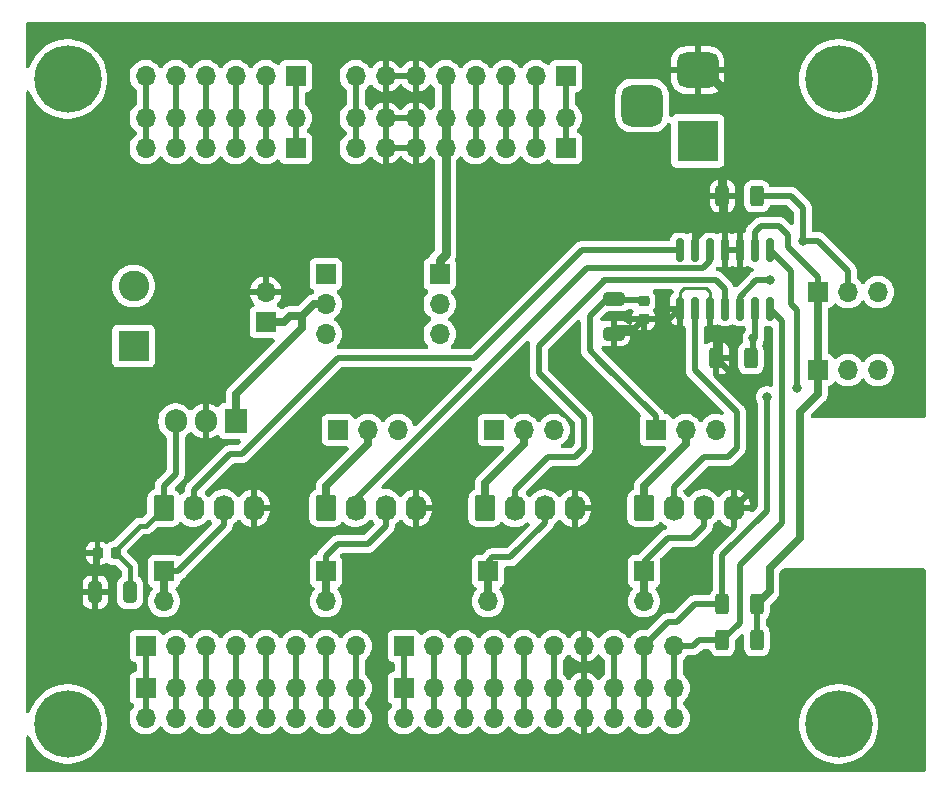
<source format=gbr>
%TF.GenerationSoftware,KiCad,Pcbnew,7.99.0-2684-g11de95778b*%
%TF.CreationDate,2023-11-20T14:54:00-05:00*%
%TF.ProjectId,ADC_MCPV01,4144435f-4d43-4505-9630-312e6b696361,rev?*%
%TF.SameCoordinates,Original*%
%TF.FileFunction,Copper,L2,Bot*%
%TF.FilePolarity,Positive*%
%FSLAX46Y46*%
G04 Gerber Fmt 4.6, Leading zero omitted, Abs format (unit mm)*
G04 Created by KiCad (PCBNEW 7.99.0-2684-g11de95778b) date 2023-11-20 14:54:00*
%MOMM*%
%LPD*%
G01*
G04 APERTURE LIST*
G04 Aperture macros list*
%AMRoundRect*
0 Rectangle with rounded corners*
0 $1 Rounding radius*
0 $2 $3 $4 $5 $6 $7 $8 $9 X,Y pos of 4 corners*
0 Add a 4 corners polygon primitive as box body*
4,1,4,$2,$3,$4,$5,$6,$7,$8,$9,$2,$3,0*
0 Add four circle primitives for the rounded corners*
1,1,$1+$1,$2,$3*
1,1,$1+$1,$4,$5*
1,1,$1+$1,$6,$7*
1,1,$1+$1,$8,$9*
0 Add four rect primitives between the rounded corners*
20,1,$1+$1,$2,$3,$4,$5,0*
20,1,$1+$1,$4,$5,$6,$7,0*
20,1,$1+$1,$6,$7,$8,$9,0*
20,1,$1+$1,$8,$9,$2,$3,0*%
G04 Aperture macros list end*
%TA.AperFunction,ComponentPad*%
%ADD10O,1.700000X1.700000*%
%TD*%
%TA.AperFunction,ComponentPad*%
%ADD11R,1.700000X1.700000*%
%TD*%
%TA.AperFunction,ComponentPad*%
%ADD12C,5.700000*%
%TD*%
%TA.AperFunction,ComponentPad*%
%ADD13O,1.905000X2.000000*%
%TD*%
%TA.AperFunction,ComponentPad*%
%ADD14R,1.905000X2.000000*%
%TD*%
%TA.AperFunction,SMDPad,CuDef*%
%ADD15RoundRect,0.250000X0.325000X0.650000X-0.325000X0.650000X-0.325000X-0.650000X0.325000X-0.650000X0*%
%TD*%
%TA.AperFunction,SMDPad,CuDef*%
%ADD16RoundRect,0.225000X0.225000X0.250000X-0.225000X0.250000X-0.225000X-0.250000X0.225000X-0.250000X0*%
%TD*%
%TA.AperFunction,ComponentPad*%
%ADD17R,3.500000X3.500000*%
%TD*%
%TA.AperFunction,ComponentPad*%
%ADD18RoundRect,0.750000X-1.000000X0.750000X-1.000000X-0.750000X1.000000X-0.750000X1.000000X0.750000X0*%
%TD*%
%TA.AperFunction,ComponentPad*%
%ADD19RoundRect,0.875000X-0.875000X0.875000X-0.875000X-0.875000X0.875000X-0.875000X0.875000X0.875000X0*%
%TD*%
%TA.AperFunction,ComponentPad*%
%ADD20R,2.600000X2.600000*%
%TD*%
%TA.AperFunction,ComponentPad*%
%ADD21C,2.600000*%
%TD*%
%TA.AperFunction,ComponentPad*%
%ADD22RoundRect,0.250000X-0.620000X-0.845000X0.620000X-0.845000X0.620000X0.845000X-0.620000X0.845000X0*%
%TD*%
%TA.AperFunction,ComponentPad*%
%ADD23O,1.740000X2.190000*%
%TD*%
%TA.AperFunction,SMDPad,CuDef*%
%ADD24RoundRect,0.150000X-0.150000X0.825000X-0.150000X-0.825000X0.150000X-0.825000X0.150000X0.825000X0*%
%TD*%
%TA.AperFunction,SMDPad,CuDef*%
%ADD25RoundRect,0.225000X-0.250000X0.225000X-0.250000X-0.225000X0.250000X-0.225000X0.250000X0.225000X0*%
%TD*%
%TA.AperFunction,SMDPad,CuDef*%
%ADD26RoundRect,0.250000X-0.312500X-0.625000X0.312500X-0.625000X0.312500X0.625000X-0.312500X0.625000X0*%
%TD*%
%TA.AperFunction,SMDPad,CuDef*%
%ADD27RoundRect,0.250000X0.312500X0.625000X-0.312500X0.625000X-0.312500X-0.625000X0.312500X-0.625000X0*%
%TD*%
%TA.AperFunction,SMDPad,CuDef*%
%ADD28RoundRect,0.250000X-0.650000X0.325000X-0.650000X-0.325000X0.650000X-0.325000X0.650000X0.325000X0*%
%TD*%
%TA.AperFunction,ViaPad*%
%ADD29C,0.800000*%
%TD*%
%TA.AperFunction,Conductor*%
%ADD30C,0.250000*%
%TD*%
%TA.AperFunction,Conductor*%
%ADD31C,0.635000*%
%TD*%
%TA.AperFunction,Conductor*%
%ADD32C,0.508000*%
%TD*%
%TA.AperFunction,Conductor*%
%ADD33C,0.381000*%
%TD*%
%TA.AperFunction,Conductor*%
%ADD34C,0.762000*%
%TD*%
G04 APERTURE END LIST*
D10*
%TO.P,V_IN1,3,B*%
%TO.N,Net-(U1-VO)*%
X134112000Y-52324000D03*
%TO.P,V_IN1,2,C*%
%TO.N,+5V*%
X134112000Y-49784000D03*
D11*
%TO.P,V_IN1,1,A*%
%TO.N,INO05*%
X134112000Y-47244000D03*
%TD*%
D12*
%TO.P,REF\u002A\u002A,1*%
%TO.N,N/C*%
X102616000Y-85344000D03*
%TD*%
%TO.P,REF\u002A\u002A,1*%
%TO.N,N/C*%
X102616000Y-30734000D03*
%TD*%
%TO.P,REF\u002A\u002A,1*%
%TO.N,N/C*%
X167894000Y-30734000D03*
%TD*%
D13*
%TO.P,U3,3,VO*%
%TO.N,+6V*%
X111760000Y-59690000D03*
%TO.P,U3,2,GND*%
%TO.N,INO06*%
X114300000Y-59690000D03*
D14*
%TO.P,U3,1,VI*%
%TO.N,Vin12*%
X116840000Y-59690000D03*
%TD*%
D15*
%TO.P,C5,2*%
%TO.N,INO06*%
X104951000Y-74168000D03*
%TO.P,C5,1*%
%TO.N,+6V*%
X107901000Y-74168000D03*
%TD*%
D16*
%TO.P,C4,2*%
%TO.N,INO06*%
X105143000Y-70866000D03*
%TO.P,C4,1*%
%TO.N,+6V*%
X106693000Y-70866000D03*
%TD*%
D11*
%TO.P,JP_VDC1,1,A*%
%TO.N,Net-(J5-Pin_1)*%
X124460000Y-47244000D03*
D10*
%TO.P,JP_VDC1,2,C*%
%TO.N,Vin12*%
X124460000Y-49784000D03*
%TO.P,JP_VDC1,3,B*%
%TO.N,unconnected-(JP_VDC1-B-Pad3)*%
X124460000Y-52324000D03*
%TD*%
D12*
%TO.P,REF\u002A\u002A,1*%
%TO.N,N/C*%
X167894000Y-85344000D03*
%TD*%
D11*
%TO.P,J18,1,Pin_1*%
%TO.N,P04*%
X151409000Y-72410000D03*
D10*
%TO.P,J18,2,Pin_2*%
X151409000Y-74950000D03*
%TD*%
D11*
%TO.P,DC2,1,A*%
%TO.N,+5V*%
X125491000Y-60452000D03*
D10*
%TO.P,DC2,2,C*%
%TO.N,Net-(DC2-C)*%
X128031000Y-60452000D03*
%TO.P,DC2,3,B*%
%TO.N,Vin12*%
X130571000Y-60452000D03*
%TD*%
D17*
%TO.P,J6,1*%
%TO.N,Vin12*%
X155956000Y-35972000D03*
D18*
%TO.P,J6,2*%
%TO.N,INO06*%
X155956000Y-29972000D03*
D19*
%TO.P,J6,3*%
%TO.N,Net-(D6-K)*%
X151256000Y-32972000D03*
%TD*%
D11*
%TO.P,JP_ADR1,1,A*%
%TO.N,+5V*%
X166131000Y-48768000D03*
D10*
%TO.P,JP_ADR1,2,C*%
%TO.N,Net-(JP_ADR1-C)*%
X168671000Y-48768000D03*
%TO.P,JP_ADR1,3,B*%
%TO.N,unconnected-(JP_ADR1-B-Pad3)*%
X171211000Y-48768000D03*
%TD*%
D11*
%TO.P,DC3,1,A*%
%TO.N,+5V*%
X138684000Y-60452000D03*
D10*
%TO.P,DC3,2,C*%
%TO.N,Net-(DC3-C)*%
X141224000Y-60452000D03*
%TO.P,DC3,3,B*%
%TO.N,Vin12*%
X143764000Y-60452000D03*
%TD*%
D11*
%TO.P,J13,1,Pin_1*%
%TO.N,INO09*%
X121920000Y-36576000D03*
D10*
%TO.P,J13,2,Pin_2*%
X121920000Y-34036000D03*
%TO.P,J13,3,Pin_3*%
%TO.N,INO10*%
X119380000Y-36576000D03*
%TO.P,J13,4,Pin_4*%
X119380000Y-34036000D03*
%TO.P,J13,5,Pin_5*%
%TO.N,INO11*%
X116840000Y-36576000D03*
%TO.P,J13,6,Pin_6*%
X116840000Y-34036000D03*
%TO.P,J13,7,Pin_7*%
%TO.N,INO12*%
X114300000Y-36576000D03*
%TO.P,J13,8,Pin_8*%
X114300000Y-34036000D03*
%TO.P,J13,9,Pin_9*%
%TO.N,INO13*%
X111760000Y-36576000D03*
%TO.P,J13,10,Pin_10*%
X111760000Y-34036000D03*
%TO.P,J13,11,Pin_11*%
%TO.N,INO14*%
X109220000Y-36576000D03*
%TO.P,J13,12,Pin_12*%
X109220000Y-34036000D03*
%TD*%
D11*
%TO.P,J15,1,Pin_1*%
%TO.N,P01*%
X110769000Y-72410000D03*
D10*
%TO.P,J15,2,Pin_2*%
X110769000Y-74950000D03*
%TD*%
D11*
%TO.P,J17,1,Pin_1*%
%TO.N,P03*%
X138201000Y-72410000D03*
D10*
%TO.P,J17,2,Pin_2*%
X138201000Y-74950000D03*
%TD*%
D20*
%TO.P,J5,1,Pin_1*%
%TO.N,Net-(J5-Pin_1)*%
X108204000Y-53340000D03*
D21*
%TO.P,J5,2,Pin_2*%
%TO.N,Net-(D6-K)*%
X108204000Y-48260000D03*
%TD*%
D11*
%TO.P,J14,1,Pin_1*%
%TO.N,INO23*%
X131064000Y-82296000D03*
D10*
%TO.P,J14,2,Pin_2*%
X131064000Y-84836000D03*
%TO.P,J14,3,Pin_3*%
%TO.N,INO24*%
X133604000Y-82296000D03*
%TO.P,J14,4,Pin_4*%
X133604000Y-84836000D03*
%TO.P,J14,5,Pin_5*%
%TO.N,INO25*%
X136144000Y-82296000D03*
%TO.P,J14,6,Pin_6*%
X136144000Y-84836000D03*
%TO.P,J14,7,Pin_7*%
%TO.N,INO26*%
X138684000Y-82296000D03*
%TO.P,J14,8,Pin_8*%
X138684000Y-84836000D03*
%TO.P,J14,9,Pin_9*%
%TO.N,INO27*%
X141224000Y-82296000D03*
%TO.P,J14,10,Pin_10*%
X141224000Y-84836000D03*
%TO.P,J14,11,Pin_11*%
%TO.N,INO28*%
X143764000Y-82296000D03*
%TO.P,J14,12,Pin_12*%
X143764000Y-84836000D03*
%TO.P,J14,13,Pin_13*%
%TO.N,INO06*%
X146304000Y-82296000D03*
%TO.P,J14,14,Pin_14*%
X146304000Y-84836000D03*
%TO.P,J14,15,Pin_15*%
%TO.N,INO30*%
X148844000Y-82296000D03*
%TO.P,J14,16,Pin_16*%
X148844000Y-84836000D03*
%TO.P,J14,17,Pin_17*%
%TO.N,INO31*%
X151384000Y-82296000D03*
%TO.P,J14,18,Pin_18*%
X151384000Y-84836000D03*
%TO.P,J14,19,Pin_19*%
%TO.N,INO32*%
X153924000Y-82296000D03*
%TO.P,J14,20,Pin_20*%
X153924000Y-84836000D03*
%TD*%
D22*
%TO.P,J1,1,Pin_1*%
%TO.N,+6V*%
X110744000Y-67056000D03*
D23*
%TO.P,J1,2,Pin_2*%
%TO.N,AD01*%
X113284000Y-67056000D03*
%TO.P,J1,3,Pin_3*%
%TO.N,P01*%
X115824000Y-67056000D03*
%TO.P,J1,4,Pin_4*%
%TO.N,INO06*%
X118364000Y-67056000D03*
%TD*%
D11*
%TO.P,J11,1,Pin_1*%
%TO.N,INO01*%
X144780000Y-36576000D03*
D10*
%TO.P,J11,2,Pin_2*%
X144780000Y-34036000D03*
%TO.P,J11,3,Pin_3*%
%TO.N,INO02*%
X142240000Y-36576000D03*
%TO.P,J11,4,Pin_4*%
X142240000Y-34036000D03*
%TO.P,J11,5,Pin_5*%
%TO.N,INO03*%
X139700000Y-36576000D03*
%TO.P,J11,6,Pin_6*%
X139700000Y-34036000D03*
%TO.P,J11,7,Pin_7*%
%TO.N,INO04*%
X137160000Y-36576000D03*
%TO.P,J11,8,Pin_8*%
X137160000Y-34036000D03*
%TO.P,J11,9,Pin_9*%
%TO.N,INO05*%
X134620000Y-36576000D03*
%TO.P,J11,10,Pin_10*%
X134620000Y-34036000D03*
%TO.P,J11,11,Pin_11*%
%TO.N,INO06*%
X132080000Y-36576000D03*
%TO.P,J11,12,Pin_12*%
X132080000Y-34036000D03*
%TO.P,J11,13,Pin_13*%
X129540000Y-36576000D03*
%TO.P,J11,14,Pin_14*%
X129540000Y-34036000D03*
%TO.P,J11,15,Pin_15*%
%TO.N,INO08*%
X127000000Y-36576000D03*
%TO.P,J11,16,Pin_16*%
X127000000Y-34036000D03*
%TD*%
D22*
%TO.P,J2,1,Pin_1*%
%TO.N,Net-(DC2-C)*%
X124460000Y-67056000D03*
D23*
%TO.P,J2,2,Pin_2*%
%TO.N,AD02*%
X127000000Y-67056000D03*
%TO.P,J2,3,Pin_3*%
%TO.N,P02*%
X129540000Y-67056000D03*
%TO.P,J2,4,Pin_4*%
%TO.N,INO06*%
X132080000Y-67056000D03*
%TD*%
D22*
%TO.P,J4,1,Pin_1*%
%TO.N,Net-(DC4-C)*%
X151384000Y-67056000D03*
D23*
%TO.P,J4,2,Pin_2*%
%TO.N,AD04*%
X153924000Y-67056000D03*
%TO.P,J4,3,Pin_3*%
%TO.N,P04*%
X156464000Y-67056000D03*
%TO.P,J4,4,Pin_4*%
%TO.N,INO06*%
X159004000Y-67056000D03*
%TD*%
D11*
%TO.P,J12,1,Pin_1*%
%TO.N,INO15*%
X109220000Y-82296000D03*
D10*
%TO.P,J12,2,Pin_2*%
X109220000Y-84836000D03*
%TO.P,J12,3,Pin_3*%
%TO.N,INO16*%
X111760000Y-82296000D03*
%TO.P,J12,4,Pin_4*%
X111760000Y-84836000D03*
%TO.P,J12,5,Pin_5*%
%TO.N,INO17*%
X114300000Y-82296000D03*
%TO.P,J12,6,Pin_6*%
X114300000Y-84836000D03*
%TO.P,J12,7,Pin_7*%
%TO.N,INO18*%
X116840000Y-82296000D03*
%TO.P,J12,8,Pin_8*%
X116840000Y-84836000D03*
%TO.P,J12,9,Pin_9*%
%TO.N,INO19*%
X119380000Y-82296000D03*
%TO.P,J12,10,Pin_10*%
X119380000Y-84836000D03*
%TO.P,J12,11,Pin_11*%
%TO.N,INO20*%
X121920000Y-82296000D03*
%TO.P,J12,12,Pin_12*%
X121920000Y-84836000D03*
%TO.P,J12,13,Pin_13*%
%TO.N,INO21*%
X124460000Y-82296000D03*
%TO.P,J12,14,Pin_14*%
X124460000Y-84836000D03*
%TO.P,J12,15,Pin_15*%
%TO.N,INO22*%
X127000000Y-82296000D03*
%TO.P,J12,16,Pin_16*%
X127000000Y-84836000D03*
%TD*%
D11*
%TO.P,J16,1,Pin_1*%
%TO.N,P02*%
X124485000Y-72410000D03*
D10*
%TO.P,J16,2,Pin_2*%
X124485000Y-74950000D03*
%TD*%
D11*
%TO.P,J19,1,Pin_1*%
%TO.N,Vin12*%
X119380000Y-51308000D03*
D10*
%TO.P,J19,2,Pin_2*%
%TO.N,INO06*%
X119380000Y-48768000D03*
%TD*%
D11*
%TO.P,JP_ADR2,1,A*%
%TO.N,+5V*%
X166131000Y-55372000D03*
D10*
%TO.P,JP_ADR2,2,C*%
%TO.N,Net-(JP_ADR2-C)*%
X168671000Y-55372000D03*
%TO.P,JP_ADR2,3,B*%
%TO.N,unconnected-(JP_ADR2-B-Pad3)*%
X171211000Y-55372000D03*
%TD*%
D11*
%TO.P,DC4,1,A*%
%TO.N,+5V*%
X152400000Y-60452000D03*
D10*
%TO.P,DC4,2,C*%
%TO.N,Net-(DC4-C)*%
X154940000Y-60452000D03*
%TO.P,DC4,3,B*%
%TO.N,Vin12*%
X157480000Y-60452000D03*
%TD*%
D22*
%TO.P,J3,1,Pin_1*%
%TO.N,Net-(DC3-C)*%
X137922000Y-67076000D03*
D23*
%TO.P,J3,2,Pin_2*%
%TO.N,AD03*%
X140462000Y-67076000D03*
%TO.P,J3,3,Pin_3*%
%TO.N,P03*%
X143002000Y-67076000D03*
%TO.P,J3,4,Pin_4*%
%TO.N,INO06*%
X145542000Y-67076000D03*
%TD*%
D24*
%TO.P,U2,1,CH1+*%
%TO.N,AD01*%
X154432000Y-45212000D03*
%TO.P,U2,2,CH1-*%
%TO.N,INO06*%
X155702000Y-45212000D03*
%TO.P,U2,3,CH2+*%
%TO.N,AD02*%
X156972000Y-45212000D03*
%TO.P,U2,4,CH2-*%
%TO.N,INO06*%
X158242000Y-45212000D03*
%TO.P,U2,5,VSS*%
X159512000Y-45212000D03*
%TO.P,U2,6,VDD*%
%TO.N,+5V*%
X160782000Y-45212000D03*
%TO.P,U2,7,SDA*%
%TO.N,INO31*%
X162052000Y-45212000D03*
%TO.P,U2,8,SCL*%
%TO.N,INO32*%
X162052000Y-50162000D03*
%TO.P,U2,9,ADR0*%
%TO.N,Net-(JP_ADR2-C)*%
X160782000Y-50162000D03*
%TO.P,U2,10,ADR1*%
%TO.N,Net-(JP_ADR1-C)*%
X159512000Y-50162000D03*
%TO.P,U2,11,CH3+*%
%TO.N,AD03*%
X158242000Y-50162000D03*
%TO.P,U2,12,CH3-*%
%TO.N,INO06*%
X156972000Y-50162000D03*
%TO.P,U2,13,CH4+*%
%TO.N,AD04*%
X155702000Y-50162000D03*
%TO.P,U2,14,CH4-*%
%TO.N,INO06*%
X154432000Y-50162000D03*
%TD*%
D25*
%TO.P,C1,1*%
%TO.N,+5V*%
X151384000Y-49517000D03*
%TO.P,C1,2*%
%TO.N,INO06*%
X151384000Y-51067000D03*
%TD*%
D11*
%TO.P,J8,1,Pin_1*%
%TO.N,INO15*%
X109220000Y-78740000D03*
D10*
%TO.P,J8,2,Pin_2*%
%TO.N,INO16*%
X111760000Y-78740000D03*
%TO.P,J8,3,Pin_3*%
%TO.N,INO17*%
X114300000Y-78740000D03*
%TO.P,J8,4,Pin_4*%
%TO.N,INO18*%
X116840000Y-78740000D03*
%TO.P,J8,5,Pin_5*%
%TO.N,INO19*%
X119380000Y-78740000D03*
%TO.P,J8,6,Pin_6*%
%TO.N,INO20*%
X121920000Y-78740000D03*
%TO.P,J8,7,Pin_7*%
%TO.N,INO21*%
X124460000Y-78740000D03*
%TO.P,J8,8,Pin_8*%
%TO.N,INO22*%
X127000000Y-78740000D03*
%TD*%
D11*
%TO.P,J7,1,Pin_1*%
%TO.N,INO01*%
X144780000Y-30480000D03*
D10*
%TO.P,J7,2,Pin_2*%
%TO.N,INO02*%
X142240000Y-30480000D03*
%TO.P,J7,3,Pin_3*%
%TO.N,INO03*%
X139700000Y-30480000D03*
%TO.P,J7,4,Pin_4*%
%TO.N,INO04*%
X137160000Y-30480000D03*
%TO.P,J7,5,Pin_5*%
%TO.N,INO05*%
X134620000Y-30480000D03*
%TO.P,J7,6,Pin_6*%
%TO.N,INO06*%
X132080000Y-30480000D03*
%TO.P,J7,7,Pin_7*%
X129540000Y-30480000D03*
%TO.P,J7,8,Pin_8*%
%TO.N,INO08*%
X127000000Y-30480000D03*
%TD*%
D26*
%TO.P,R4,1*%
%TO.N,INO06*%
X157541500Y-54356000D03*
%TO.P,R4,2*%
%TO.N,Net-(JP_ADR2-C)*%
X160466500Y-54356000D03*
%TD*%
D27*
%TO.P,R2,2*%
%TO.N,INO32*%
X158049500Y-78232000D03*
%TO.P,R2,1*%
%TO.N,+5V*%
X160974500Y-78232000D03*
%TD*%
D11*
%TO.P,J9,1,Pin_1*%
%TO.N,INO09*%
X121920000Y-30480000D03*
D10*
%TO.P,J9,2,Pin_2*%
%TO.N,INO10*%
X119380000Y-30480000D03*
%TO.P,J9,3,Pin_3*%
%TO.N,INO11*%
X116840000Y-30480000D03*
%TO.P,J9,4,Pin_4*%
%TO.N,INO12*%
X114300000Y-30480000D03*
%TO.P,J9,5,Pin_5*%
%TO.N,INO13*%
X111760000Y-30480000D03*
%TO.P,J9,6,Pin_6*%
%TO.N,INO14*%
X109220000Y-30480000D03*
%TD*%
D27*
%TO.P,R1,2*%
%TO.N,INO31*%
X158049500Y-75184000D03*
%TO.P,R1,1*%
%TO.N,+5V*%
X160974500Y-75184000D03*
%TD*%
D11*
%TO.P,J10,1,Pin_1*%
%TO.N,INO23*%
X131064000Y-78740000D03*
D10*
%TO.P,J10,2,Pin_2*%
%TO.N,INO24*%
X133604000Y-78740000D03*
%TO.P,J10,3,Pin_3*%
%TO.N,INO25*%
X136144000Y-78740000D03*
%TO.P,J10,4,Pin_4*%
%TO.N,INO26*%
X138684000Y-78740000D03*
%TO.P,J10,5,Pin_5*%
%TO.N,INO27*%
X141224000Y-78740000D03*
%TO.P,J10,6,Pin_6*%
%TO.N,INO28*%
X143764000Y-78740000D03*
%TO.P,J10,7,Pin_7*%
%TO.N,INO06*%
X146304000Y-78740000D03*
%TO.P,J10,8,Pin_8*%
%TO.N,INO30*%
X148844000Y-78740000D03*
%TO.P,J10,9,Pin_9*%
%TO.N,INO31*%
X151384000Y-78740000D03*
%TO.P,J10,10,Pin_10*%
%TO.N,INO32*%
X153924000Y-78740000D03*
%TD*%
D28*
%TO.P,C2,1*%
%TO.N,+5V*%
X148844000Y-49325000D03*
%TO.P,C2,2*%
%TO.N,INO06*%
X148844000Y-52275000D03*
%TD*%
D26*
%TO.P,R3,1*%
%TO.N,INO06*%
X158049500Y-40640000D03*
%TO.P,R3,2*%
%TO.N,Net-(JP_ADR1-C)*%
X160974500Y-40640000D03*
%TD*%
D29*
%TO.N,INO06*%
X154432000Y-53340000D03*
X108204000Y-62992000D03*
%TO.N,INO31*%
X164338000Y-56896000D03*
X161798000Y-57658000D03*
%TO.N,Net-(JP_ADR1-C)*%
X162052000Y-47752000D03*
X164846000Y-44450000D03*
%TO.N,Net-(JP_ADR2-C)*%
X160670000Y-52669000D03*
%TD*%
D30*
%TO.N,INO06*%
X105156000Y-68808000D02*
X105143000Y-68821000D01*
X105156000Y-66040000D02*
X105156000Y-68808000D01*
X105143000Y-68821000D02*
X105143000Y-70866000D01*
X108204000Y-62992000D02*
X105156000Y-66040000D01*
D31*
%TO.N,+5V*%
X162052000Y-72136000D02*
X162052000Y-74106500D01*
X162052000Y-74106500D02*
X160974500Y-75184000D01*
X164592000Y-58928000D02*
X164592000Y-69596000D01*
X166131000Y-57389000D02*
X164592000Y-58928000D01*
X166131000Y-55372000D02*
X166131000Y-57389000D01*
X164592000Y-69596000D02*
X162052000Y-72136000D01*
D32*
%TO.N,INO06*%
X154432000Y-50162000D02*
X154432000Y-53340000D01*
D31*
%TO.N,Vin12*%
X120904000Y-51308000D02*
X119380000Y-51308000D01*
X121412000Y-50800000D02*
X120904000Y-51308000D01*
X122428000Y-50800000D02*
X121412000Y-50800000D01*
X116840000Y-57404000D02*
X116840000Y-59690000D01*
X122428000Y-51816000D02*
X116840000Y-57404000D01*
X123444000Y-49784000D02*
X122428000Y-50800000D01*
X122428000Y-50800000D02*
X122428000Y-51816000D01*
X124460000Y-49784000D02*
X123444000Y-49784000D01*
D32*
%TO.N,INO31*%
X163830000Y-49784000D02*
X163830000Y-46990000D01*
X164338000Y-56896000D02*
X164338000Y-50292000D01*
X164338000Y-50292000D02*
X163830000Y-49784000D01*
X163830000Y-46990000D02*
X162052000Y-45212000D01*
X158050000Y-71058000D02*
X158050000Y-75184000D01*
X161798000Y-67310000D02*
X158050000Y-71058000D01*
X161798000Y-57658000D02*
X161798000Y-67310000D01*
D33*
%TO.N,+6V*%
X109220000Y-68580000D02*
X110744000Y-67056000D01*
X108712000Y-68580000D02*
X109220000Y-68580000D01*
X106693000Y-70599000D02*
X108712000Y-68580000D01*
X106693000Y-70866000D02*
X106693000Y-70599000D01*
X107901000Y-72074000D02*
X106693000Y-70866000D01*
X107901000Y-74168000D02*
X107901000Y-72074000D01*
D30*
%TO.N,INO06*%
X104951000Y-71058000D02*
X105143000Y-70866000D01*
D33*
X104951000Y-74168000D02*
X104951000Y-71058000D01*
D32*
%TO.N,+6V*%
X111760000Y-64168700D02*
X110744000Y-65184700D01*
X110744000Y-65184700D02*
X110744000Y-67056000D01*
X111760000Y-59690000D02*
X111760000Y-64168700D01*
%TO.N,+5V*%
X163576000Y-44958000D02*
X166131000Y-47513000D01*
X166131000Y-47513000D02*
X166131000Y-47591300D01*
X162814000Y-43180000D02*
X163576000Y-43942000D01*
X166131000Y-47591300D02*
X166131000Y-48768000D01*
X148177000Y-49435000D02*
X148844000Y-49435000D01*
D30*
X160974500Y-75183700D02*
X160974500Y-75184000D01*
D32*
X152400000Y-60452000D02*
X152400000Y-59275300D01*
X146812000Y-50800000D02*
X148177000Y-49435000D01*
X148844000Y-49435000D02*
X151302000Y-49435000D01*
X160974000Y-78232000D02*
X160974000Y-75184000D01*
X163576000Y-43942000D02*
X163576000Y-44958000D01*
X152400000Y-59275300D02*
X147608000Y-54483200D01*
D31*
X166131000Y-48768000D02*
X166131000Y-55372000D01*
D32*
X147608000Y-54483200D02*
X146812000Y-53687200D01*
X146812000Y-53687200D02*
X146812000Y-50800000D01*
X160782000Y-45212000D02*
X160782000Y-43688000D01*
D30*
X160974500Y-78232000D02*
X160974000Y-78232000D01*
D32*
X160782000Y-43688000D02*
X161290000Y-43180000D01*
X161290000Y-43180000D02*
X162814000Y-43180000D01*
D30*
X151302000Y-49435000D02*
X151384000Y-49517000D01*
X160782000Y-45212000D02*
X160782000Y-44768300D01*
D32*
%TO.N,AD01*%
X117348000Y-62484000D02*
X125500400Y-54331600D01*
X146174000Y-45212000D02*
X154432000Y-45212000D01*
D30*
X113284000Y-67056000D02*
X113882600Y-67056000D01*
D32*
X137054000Y-54331600D02*
X146174000Y-45212000D01*
X113284000Y-65532000D02*
X116332000Y-62484000D01*
X126607000Y-54331600D02*
X137054000Y-54331600D01*
X113284000Y-67056000D02*
X113284000Y-65532000D01*
X125500400Y-54331600D02*
X126607000Y-54331600D01*
X116332000Y-62484000D02*
X117348000Y-62484000D01*
%TO.N,AD02*%
X127000000Y-67056000D02*
X127000000Y-66294000D01*
X146560700Y-46733300D02*
X156402875Y-46733300D01*
X156972000Y-46164175D02*
X156972000Y-45212000D01*
X127000000Y-66294000D02*
X146560700Y-46733300D01*
X156402875Y-46733300D02*
X156972000Y-46164175D01*
%TO.N,AD03*%
X148053400Y-47752000D02*
X157480000Y-47752000D01*
X143256000Y-62738000D02*
X145542000Y-62738000D01*
X146304000Y-61976000D02*
X146304000Y-59436000D01*
X140462000Y-67076000D02*
X140462000Y-65532000D01*
X158242000Y-48514000D02*
X158242000Y-50162000D01*
X146304000Y-59436000D02*
X142494000Y-55626000D01*
X145542000Y-62738000D02*
X146304000Y-61976000D01*
X147902000Y-47903400D02*
X148053400Y-47752000D01*
X142494000Y-55626000D02*
X142494000Y-53311000D01*
D30*
X158242000Y-49773500D02*
X158242000Y-50162000D01*
D32*
X140462000Y-65532000D02*
X143256000Y-62738000D01*
X142494000Y-53311000D02*
X147902000Y-47903400D01*
X157480000Y-47752000D02*
X158242000Y-48514000D01*
%TO.N,AD04*%
X159258000Y-58928000D02*
X155702000Y-55372000D01*
X153924000Y-65278000D02*
X156464000Y-62738000D01*
X155702000Y-55372000D02*
X155702000Y-50162000D01*
X153924000Y-67056000D02*
X153924000Y-65278000D01*
X158496000Y-62738000D02*
X159258000Y-61976000D01*
X156464000Y-62738000D02*
X158496000Y-62738000D01*
X159258000Y-61976000D02*
X159258000Y-58928000D01*
%TO.N,INO01*%
X144780000Y-34036000D02*
X144780000Y-36576000D01*
X144780000Y-30480000D02*
X144780000Y-34036000D01*
%TO.N,INO02*%
X142240000Y-30480000D02*
X142240000Y-34036000D01*
X142240000Y-34036000D02*
X142240000Y-36576000D01*
%TO.N,INO03*%
X139700000Y-34036000D02*
X139700000Y-36576000D01*
X139700000Y-30480000D02*
X139700000Y-34036000D01*
%TO.N,INO04*%
X137160000Y-30480000D02*
X137160000Y-34036000D01*
X137160000Y-34036000D02*
X137160000Y-36576000D01*
D34*
%TO.N,INO05*%
X134620000Y-34036000D02*
X134620000Y-36576000D01*
X134112000Y-46082300D02*
X134620000Y-45574300D01*
X134620000Y-45574300D02*
X134620000Y-36576000D01*
X134620000Y-30480000D02*
X134620000Y-34036000D01*
X134112000Y-47259000D02*
X134112000Y-46082300D01*
D32*
%TO.N,INO06*%
X160528000Y-65532000D02*
X160528000Y-57342200D01*
X158877000Y-45212000D02*
X159512000Y-45212000D01*
X159004000Y-67056000D02*
X160528000Y-65532000D01*
X148844000Y-51767000D02*
X150684000Y-51767000D01*
D30*
X154432000Y-48768000D02*
X154432000Y-50162000D01*
D33*
X156972000Y-52070000D02*
X157824000Y-52922000D01*
D32*
X158050000Y-43434000D02*
X156577000Y-43434000D01*
X153527000Y-51067000D02*
X154432000Y-50162000D01*
D34*
X157988000Y-40803300D02*
X157988000Y-39116000D01*
D30*
X156972000Y-48768000D02*
X156622900Y-48418900D01*
D32*
X160528000Y-57342200D02*
X158273000Y-55087200D01*
D34*
X157988000Y-39116000D02*
X159512000Y-37592000D01*
D30*
X157824000Y-54074000D02*
X157542000Y-54356000D01*
D32*
X146304000Y-84836000D02*
X146304000Y-82296000D01*
X158272700Y-55087200D02*
X157541500Y-54356000D01*
D30*
X156464000Y-29972000D02*
X155956000Y-29972000D01*
D32*
X150684000Y-51767000D02*
X151384000Y-51067000D01*
D30*
X158049500Y-40864800D02*
X158049500Y-40640000D01*
D33*
X157824000Y-52922000D02*
X157824000Y-54074000D01*
D30*
X154781100Y-48418900D02*
X154432000Y-48768000D01*
D34*
X159512000Y-33020000D02*
X156464000Y-29972000D01*
D30*
X156972000Y-50162000D02*
X156972000Y-48768000D01*
D33*
X156972000Y-50162000D02*
X156972000Y-52070000D01*
D30*
X158050000Y-40865300D02*
X158049500Y-40864800D01*
D34*
X159512000Y-37592000D02*
X159512000Y-33020000D01*
D32*
X156577000Y-43434000D02*
X155702000Y-44309200D01*
X158242000Y-41057300D02*
X158050000Y-40865300D01*
D30*
X158273000Y-55087200D02*
X158272700Y-55087200D01*
D32*
X158242000Y-45212000D02*
X158877000Y-45212000D01*
X146304000Y-78740000D02*
X146304000Y-82296000D01*
D30*
X156972000Y-50162000D02*
X156972000Y-49276000D01*
D32*
X158273000Y-55087200D02*
X157542000Y-54356000D01*
X151384000Y-51067000D02*
X153527000Y-51067000D01*
D30*
X156622900Y-48418900D02*
X154781100Y-48418900D01*
X158050000Y-40865300D02*
X157988000Y-40803300D01*
X155702000Y-44783800D02*
X155702000Y-45212000D01*
D32*
X158242000Y-44827500D02*
X158242000Y-41057300D01*
%TO.N,INO08*%
X127000000Y-30480000D02*
X127000000Y-34036000D01*
X127000000Y-34036000D02*
X127000000Y-36576000D01*
%TO.N,INO15*%
X109220000Y-84836000D02*
X109220000Y-82296000D01*
X109220000Y-78740000D02*
X109220000Y-82296000D01*
%TO.N,INO16*%
X111760000Y-84836000D02*
X111760000Y-82296000D01*
X111760000Y-78740000D02*
X111760000Y-82296000D01*
%TO.N,INO17*%
X114300000Y-78740000D02*
X114300000Y-82296000D01*
X114300000Y-84836000D02*
X114300000Y-82296000D01*
%TO.N,INO18*%
X116840000Y-78740000D02*
X116840000Y-82296000D01*
X116840000Y-84836000D02*
X116840000Y-82296000D01*
%TO.N,INO19*%
X119380000Y-78740000D02*
X119380000Y-82296000D01*
X119380000Y-84836000D02*
X119380000Y-82296000D01*
%TO.N,INO20*%
X121920000Y-84836000D02*
X121920000Y-82296000D01*
X121920000Y-78740000D02*
X121920000Y-82296000D01*
%TO.N,INO21*%
X124460000Y-84836000D02*
X124460000Y-82296000D01*
X124460000Y-78740000D02*
X124460000Y-82296000D01*
%TO.N,INO22*%
X127000000Y-78740000D02*
X127000000Y-82296000D01*
X127000000Y-84836000D02*
X127000000Y-82296000D01*
%TO.N,INO09*%
X121920000Y-34036000D02*
X121920000Y-36576000D01*
X121920000Y-30480000D02*
X121920000Y-34036000D01*
%TO.N,INO10*%
X119380000Y-34036000D02*
X119380000Y-36576000D01*
X119380000Y-30480000D02*
X119380000Y-34036000D01*
%TO.N,INO11*%
X116840000Y-34036000D02*
X116840000Y-36576000D01*
X116840000Y-30480000D02*
X116840000Y-34036000D01*
%TO.N,INO12*%
X114300000Y-30480000D02*
X114300000Y-34036000D01*
X114300000Y-34036000D02*
X114300000Y-36576000D01*
%TO.N,INO13*%
X111760000Y-34036000D02*
X111760000Y-36576000D01*
X111760000Y-30480000D02*
X111760000Y-34036000D01*
%TO.N,INO14*%
X109220000Y-30480000D02*
X109220000Y-34036000D01*
X109220000Y-34036000D02*
X109220000Y-36576000D01*
%TO.N,INO23*%
X131064000Y-84836000D02*
X131064000Y-82296000D01*
X131064000Y-78740000D02*
X131064000Y-82296000D01*
%TO.N,INO24*%
X133604000Y-78740000D02*
X133604000Y-82296000D01*
X133604000Y-84836000D02*
X133604000Y-82296000D01*
%TO.N,INO25*%
X136144000Y-78740000D02*
X136144000Y-82296000D01*
X136144000Y-84836000D02*
X136144000Y-82296000D01*
%TO.N,INO26*%
X138684000Y-84836000D02*
X138684000Y-82296000D01*
X138684000Y-78740000D02*
X138684000Y-82296000D01*
%TO.N,INO27*%
X141224000Y-84836000D02*
X141224000Y-82296000D01*
X141224000Y-78740000D02*
X141224000Y-82296000D01*
%TO.N,INO28*%
X143764000Y-78740000D02*
X143764000Y-82296000D01*
X143764000Y-84836000D02*
X143764000Y-82296000D01*
D31*
%TO.N,Net-(DC2-C)*%
X128031000Y-61628700D02*
X124460000Y-65199700D01*
X124460000Y-65199700D02*
X124460000Y-67056000D01*
X128031000Y-60452000D02*
X128031000Y-61628700D01*
D32*
%TO.N,INO30*%
X148844000Y-78740000D02*
X148844000Y-82296000D01*
X148844000Y-84836000D02*
X148844000Y-82296000D01*
%TO.N,INO31*%
X151384000Y-84836000D02*
X151384000Y-82296000D01*
X153416000Y-76708000D02*
X154225000Y-76708000D01*
D30*
X158049500Y-75184000D02*
X158050000Y-75184000D01*
D32*
X151384000Y-78740000D02*
X153416000Y-76708000D01*
X155749000Y-75184000D02*
X158049500Y-75184000D01*
X154225000Y-76708000D02*
X155749000Y-75184000D01*
X151384000Y-82296000D02*
X151384000Y-78740000D01*
%TO.N,INO32*%
X155528500Y-78740000D02*
X154512000Y-78740000D01*
X159512000Y-76770000D02*
X158050000Y-78232000D01*
X156036500Y-78232000D02*
X155528500Y-78740000D01*
X163068000Y-68326000D02*
X159512000Y-71882000D01*
X159512000Y-71882000D02*
X159512000Y-76770000D01*
X158049500Y-78232000D02*
X156036500Y-78232000D01*
X163068000Y-51178000D02*
X163068000Y-68326000D01*
X162052000Y-50162000D02*
X163068000Y-51178000D01*
X153924000Y-82296000D02*
X153924000Y-79328000D01*
D30*
X153924000Y-78740000D02*
X154512000Y-78740000D01*
X153924000Y-79328000D02*
X154512000Y-78740000D01*
X158050000Y-78232000D02*
X158049500Y-78232000D01*
D32*
X153924000Y-82296000D02*
X153924000Y-84836000D01*
%TO.N,Net-(JP_ADR1-C)*%
X164846000Y-41656000D02*
X163830000Y-40640000D01*
X166116000Y-44450000D02*
X168656000Y-46990000D01*
X159512000Y-49149000D02*
X159512000Y-50162000D01*
X163830000Y-40640000D02*
X160974500Y-40640000D01*
D30*
X168656000Y-47244000D02*
X168671000Y-47259000D01*
D32*
X164846000Y-44450000D02*
X166116000Y-44450000D01*
X168656000Y-46990000D02*
X168656000Y-47244000D01*
X162052000Y-47752000D02*
X160909000Y-47752000D01*
X168671000Y-47259000D02*
X168671000Y-48768000D01*
X164846000Y-44450000D02*
X164846000Y-41656000D01*
X160909000Y-47752000D02*
X159512000Y-49149000D01*
D30*
%TO.N,Net-(JP_ADR2-C)*%
X160568000Y-54254500D02*
X160670000Y-54153000D01*
D32*
X160782000Y-52556500D02*
X160782000Y-50162000D01*
X160670000Y-54153000D02*
X160670000Y-52669000D01*
D30*
X160670000Y-52669000D02*
X160782000Y-52556500D01*
X160466000Y-54356000D02*
X160568000Y-54254500D01*
X160568000Y-54254500D02*
X160466500Y-54356000D01*
D31*
%TO.N,Net-(DC3-C)*%
X141224000Y-61628700D02*
X137922000Y-64930700D01*
X141224000Y-60452000D02*
X141224000Y-61628700D01*
X137922000Y-64930700D02*
X137922000Y-67076000D01*
%TO.N,Net-(DC4-C)*%
X151384000Y-67056000D02*
X151384000Y-65184700D01*
X151384000Y-65184700D02*
X154940000Y-61628700D01*
X154940000Y-61628700D02*
X154940000Y-60452000D01*
%TO.N,P01*%
X110769000Y-74950000D02*
X110769000Y-72410000D01*
D32*
X111946000Y-72356000D02*
X115824000Y-68477700D01*
X110769000Y-72410000D02*
X111946000Y-72410000D01*
X115824000Y-68477700D02*
X115824000Y-67056000D01*
D30*
X111946000Y-72410000D02*
X111946000Y-72356000D01*
D32*
%TO.N,P02*%
X129540000Y-68580000D02*
X129540000Y-67056000D01*
X125476000Y-70104000D02*
X128016000Y-70104000D01*
X128016000Y-70104000D02*
X129540000Y-68580000D01*
X124485000Y-72410000D02*
X124485000Y-71095000D01*
D31*
X124485000Y-74950000D02*
X124485000Y-72410000D01*
D32*
X124485000Y-71095000D02*
X125476000Y-70104000D01*
%TO.N,P03*%
X138201000Y-71603000D02*
X138571000Y-71233000D01*
X138201000Y-72410000D02*
X138201000Y-71603000D01*
X140095000Y-71233000D02*
X143002000Y-68326000D01*
X138571000Y-71233000D02*
X140095000Y-71233000D01*
X143002000Y-68326000D02*
X143002000Y-67076000D01*
D31*
X138201000Y-74950000D02*
X138201000Y-72410000D01*
%TO.N,P04*%
X151409000Y-74950000D02*
X151409000Y-72410000D01*
D32*
X155448000Y-69596000D02*
X156464000Y-68580000D01*
X151409000Y-72410000D02*
X151409000Y-71603000D01*
X153416000Y-69596000D02*
X155448000Y-69596000D01*
X151409000Y-71603000D02*
X153416000Y-69596000D01*
X156464000Y-68580000D02*
X156464000Y-67056000D01*
%TD*%
%TA.AperFunction,Conductor*%
%TO.N,INO06*%
G36*
X175152721Y-25926766D02*
G01*
X175218657Y-25979349D01*
X175255249Y-26055332D01*
X175260000Y-26097500D01*
X175260000Y-59246500D01*
X175241234Y-59328721D01*
X175188651Y-59394657D01*
X175112668Y-59431249D01*
X175070500Y-59436000D01*
X165709634Y-59436000D01*
X165627413Y-59417234D01*
X165561477Y-59364651D01*
X165524885Y-59288668D01*
X165524885Y-59204332D01*
X165561477Y-59128349D01*
X165575637Y-59112503D01*
X166688593Y-57999546D01*
X166694254Y-57994327D01*
X166734209Y-57960390D01*
X166781812Y-57897768D01*
X166831078Y-57836480D01*
X166831083Y-57836469D01*
X166836612Y-57827820D01*
X166837033Y-57828089D01*
X166838064Y-57826427D01*
X166837636Y-57826170D01*
X166842933Y-57817365D01*
X166842938Y-57817359D01*
X166875961Y-57745979D01*
X166910905Y-57675522D01*
X166910905Y-57675518D01*
X166914448Y-57665878D01*
X166914917Y-57666050D01*
X166915571Y-57664190D01*
X166915098Y-57664031D01*
X166918374Y-57654306D01*
X166918378Y-57654298D01*
X166935280Y-57577509D01*
X166954266Y-57501167D01*
X166954266Y-57501154D01*
X166955654Y-57490979D01*
X166956148Y-57491046D01*
X166956386Y-57489101D01*
X166955889Y-57489047D01*
X166957000Y-57478832D01*
X166957000Y-57400215D01*
X166957201Y-57392799D01*
X166959130Y-57321567D01*
X166959127Y-57321556D01*
X166958296Y-57311332D01*
X166958790Y-57311291D01*
X166957000Y-57292450D01*
X166957000Y-56905243D01*
X166975766Y-56823022D01*
X167028349Y-56757086D01*
X167080275Y-56727691D01*
X167090199Y-56723989D01*
X167090201Y-56723989D01*
X167227204Y-56672889D01*
X167344261Y-56585261D01*
X167431889Y-56468204D01*
X167440020Y-56446403D01*
X167486334Y-56375927D01*
X167558643Y-56332523D01*
X167642623Y-56324791D01*
X167721641Y-56354263D01*
X167745921Y-56373213D01*
X167747759Y-56374905D01*
X167747760Y-56374906D01*
X167925424Y-56513189D01*
X168123426Y-56620342D01*
X168336365Y-56693444D01*
X168373605Y-56699658D01*
X168558426Y-56730500D01*
X168558431Y-56730500D01*
X168783574Y-56730500D01*
X168942018Y-56704059D01*
X169005635Y-56693444D01*
X169218574Y-56620342D01*
X169416576Y-56513189D01*
X169594240Y-56374906D01*
X169746722Y-56209268D01*
X169782359Y-56154720D01*
X169843037Y-56096156D01*
X169923121Y-56069715D01*
X170006746Y-56080641D01*
X170077349Y-56126767D01*
X170099636Y-56154714D01*
X170135278Y-56209268D01*
X170135281Y-56209271D01*
X170287759Y-56374906D01*
X170379623Y-56446407D01*
X170465424Y-56513189D01*
X170663426Y-56620342D01*
X170876365Y-56693444D01*
X170913605Y-56699658D01*
X171098426Y-56730500D01*
X171098431Y-56730500D01*
X171323574Y-56730500D01*
X171482018Y-56704059D01*
X171545635Y-56693444D01*
X171758574Y-56620342D01*
X171956576Y-56513189D01*
X172134240Y-56374906D01*
X172286722Y-56209268D01*
X172409860Y-56020791D01*
X172500296Y-55814616D01*
X172555564Y-55596368D01*
X172574156Y-55372000D01*
X172555564Y-55147632D01*
X172500296Y-54929384D01*
X172409860Y-54723209D01*
X172286722Y-54534732D01*
X172264280Y-54510354D01*
X172134240Y-54369093D01*
X171956576Y-54230811D01*
X171956572Y-54230809D01*
X171758577Y-54123659D01*
X171758574Y-54123658D01*
X171545644Y-54050559D01*
X171545642Y-54050558D01*
X171545635Y-54050556D01*
X171545632Y-54050555D01*
X171545627Y-54050554D01*
X171323574Y-54013500D01*
X171323569Y-54013500D01*
X171098431Y-54013500D01*
X171098426Y-54013500D01*
X170876372Y-54050554D01*
X170876355Y-54050559D01*
X170663425Y-54123658D01*
X170663422Y-54123659D01*
X170465427Y-54230809D01*
X170465423Y-54230811D01*
X170287759Y-54369093D01*
X170135279Y-54534730D01*
X170099643Y-54589276D01*
X170038962Y-54647844D01*
X169958878Y-54674284D01*
X169875253Y-54663358D01*
X169804650Y-54617231D01*
X169782357Y-54589276D01*
X169746722Y-54534732D01*
X169724280Y-54510354D01*
X169594240Y-54369093D01*
X169416576Y-54230811D01*
X169416572Y-54230809D01*
X169218577Y-54123659D01*
X169218574Y-54123658D01*
X169005644Y-54050559D01*
X169005642Y-54050558D01*
X169005635Y-54050556D01*
X169005632Y-54050555D01*
X169005627Y-54050554D01*
X168783574Y-54013500D01*
X168783569Y-54013500D01*
X168558431Y-54013500D01*
X168558426Y-54013500D01*
X168336372Y-54050554D01*
X168336355Y-54050559D01*
X168123425Y-54123658D01*
X168123422Y-54123659D01*
X167925427Y-54230809D01*
X167925423Y-54230811D01*
X167747753Y-54369099D01*
X167745911Y-54370795D01*
X167744641Y-54371521D01*
X167741575Y-54373908D01*
X167741234Y-54373470D01*
X167672707Y-54412672D01*
X167588583Y-54418641D01*
X167510201Y-54387518D01*
X167453084Y-54325468D01*
X167440019Y-54297594D01*
X167431889Y-54275796D01*
X167344261Y-54158739D01*
X167227204Y-54071111D01*
X167080274Y-54016307D01*
X167009796Y-53969990D01*
X166966394Y-53897680D01*
X166957000Y-53838756D01*
X166957000Y-50301243D01*
X166975766Y-50219022D01*
X167028349Y-50153086D01*
X167080275Y-50123691D01*
X167090199Y-50119989D01*
X167090201Y-50119989D01*
X167227204Y-50068889D01*
X167344261Y-49981261D01*
X167431889Y-49864204D01*
X167440020Y-49842403D01*
X167486334Y-49771927D01*
X167558643Y-49728523D01*
X167642623Y-49720791D01*
X167721641Y-49750263D01*
X167745921Y-49769213D01*
X167747759Y-49770905D01*
X167747760Y-49770906D01*
X167925424Y-49909189D01*
X168045185Y-49974000D01*
X168106368Y-50007111D01*
X168123426Y-50016342D01*
X168336365Y-50089444D01*
X168373605Y-50095658D01*
X168558426Y-50126500D01*
X168558431Y-50126500D01*
X168783574Y-50126500D01*
X168954397Y-50097994D01*
X169005635Y-50089444D01*
X169218574Y-50016342D01*
X169416576Y-49909189D01*
X169594240Y-49770906D01*
X169746722Y-49605268D01*
X169782359Y-49550720D01*
X169843037Y-49492156D01*
X169923121Y-49465715D01*
X170006746Y-49476641D01*
X170077349Y-49522767D01*
X170099636Y-49550714D01*
X170135278Y-49605268D01*
X170135281Y-49605271D01*
X170287759Y-49770906D01*
X170374038Y-49838060D01*
X170465424Y-49909189D01*
X170585185Y-49974000D01*
X170646368Y-50007111D01*
X170663426Y-50016342D01*
X170876365Y-50089444D01*
X170913605Y-50095658D01*
X171098426Y-50126500D01*
X171098431Y-50126500D01*
X171323574Y-50126500D01*
X171494397Y-50097994D01*
X171545635Y-50089444D01*
X171758574Y-50016342D01*
X171956576Y-49909189D01*
X172134240Y-49770906D01*
X172286722Y-49605268D01*
X172409860Y-49416791D01*
X172500296Y-49210616D01*
X172555564Y-48992368D01*
X172574156Y-48768000D01*
X172555564Y-48543632D01*
X172500296Y-48325384D01*
X172409860Y-48119209D01*
X172286722Y-47930732D01*
X172255603Y-47896928D01*
X172134240Y-47765093D01*
X171956576Y-47626811D01*
X171956572Y-47626809D01*
X171758577Y-47519659D01*
X171758574Y-47519658D01*
X171545644Y-47446559D01*
X171545642Y-47446558D01*
X171545635Y-47446556D01*
X171545632Y-47446555D01*
X171545627Y-47446554D01*
X171323574Y-47409500D01*
X171323569Y-47409500D01*
X171098431Y-47409500D01*
X171098426Y-47409500D01*
X170876372Y-47446554D01*
X170876355Y-47446559D01*
X170663425Y-47519658D01*
X170663422Y-47519659D01*
X170465427Y-47626809D01*
X170465423Y-47626811D01*
X170287759Y-47765093D01*
X170135279Y-47930730D01*
X170099643Y-47985276D01*
X170038962Y-48043844D01*
X169958878Y-48070284D01*
X169875253Y-48059358D01*
X169804650Y-48013231D01*
X169782357Y-47985276D01*
X169770412Y-47966993D01*
X169746722Y-47930732D01*
X169634474Y-47808799D01*
X169594242Y-47765096D01*
X169594241Y-47765095D01*
X169594240Y-47765094D01*
X169506604Y-47696883D01*
X169453248Y-47631573D01*
X169433513Y-47549579D01*
X169433500Y-47547343D01*
X169433500Y-47214593D01*
X169433499Y-47214583D01*
X169430201Y-47186367D01*
X169420758Y-47105568D01*
X169419141Y-47091734D01*
X169418500Y-47080726D01*
X169418500Y-47059351D01*
X169420501Y-47031884D01*
X169421068Y-47028017D01*
X169423366Y-47012327D01*
X169423226Y-47010726D01*
X169418861Y-46960831D01*
X169418500Y-46952569D01*
X169418500Y-46945591D01*
X169418500Y-46945588D01*
X169414629Y-46912472D01*
X169407830Y-46834759D01*
X169407827Y-46834752D01*
X169405598Y-46823951D01*
X169406254Y-46823815D01*
X169406193Y-46823542D01*
X169405542Y-46823697D01*
X169402999Y-46812968D01*
X169402998Y-46812958D01*
X169376301Y-46739610D01*
X169351764Y-46665559D01*
X169351761Y-46665555D01*
X169347099Y-46655555D01*
X169347706Y-46655271D01*
X169347587Y-46655026D01*
X169346989Y-46655327D01*
X169342034Y-46645462D01*
X169342034Y-46645461D01*
X169305766Y-46590318D01*
X169299154Y-46580264D01*
X169258186Y-46513847D01*
X169251343Y-46505192D01*
X169251865Y-46504779D01*
X169251689Y-46504563D01*
X169251179Y-46504992D01*
X169244085Y-46496538D01*
X169187332Y-46442993D01*
X166704208Y-43959870D01*
X166686202Y-43939034D01*
X166674397Y-43923177D01*
X166634797Y-43889948D01*
X166628706Y-43884367D01*
X166623775Y-43879437D01*
X166623765Y-43879427D01*
X166597620Y-43858754D01*
X166595147Y-43856679D01*
X166537854Y-43808604D01*
X166528633Y-43802539D01*
X166529000Y-43801980D01*
X166528766Y-43801831D01*
X166528416Y-43802400D01*
X166519023Y-43796606D01*
X166486412Y-43781399D01*
X166448294Y-43763625D01*
X166400662Y-43739703D01*
X166378563Y-43728604D01*
X166368196Y-43724831D01*
X166368423Y-43724205D01*
X166368155Y-43724112D01*
X166367946Y-43724746D01*
X166357471Y-43721274D01*
X166281066Y-43705498D01*
X166253963Y-43699075D01*
X166205123Y-43687500D01*
X166205120Y-43687500D01*
X166205116Y-43687499D01*
X166194157Y-43686218D01*
X166194234Y-43685556D01*
X166193961Y-43685528D01*
X166193903Y-43686193D01*
X166182909Y-43685231D01*
X166182908Y-43685231D01*
X166104924Y-43687500D01*
X165798000Y-43687500D01*
X165715779Y-43668734D01*
X165649843Y-43616151D01*
X165613251Y-43540168D01*
X165608500Y-43498000D01*
X165608500Y-41725352D01*
X165610501Y-41697884D01*
X165613366Y-41678328D01*
X165608861Y-41626829D01*
X165608500Y-41618568D01*
X165608500Y-41611591D01*
X165608500Y-41611588D01*
X165604631Y-41578488D01*
X165597831Y-41500760D01*
X165597827Y-41500750D01*
X165595599Y-41489952D01*
X165596256Y-41489816D01*
X165596197Y-41489546D01*
X165595544Y-41489701D01*
X165592998Y-41478962D01*
X165592998Y-41478958D01*
X165566309Y-41405630D01*
X165541765Y-41331560D01*
X165541761Y-41331554D01*
X165537101Y-41321558D01*
X165537704Y-41321276D01*
X165537582Y-41321024D01*
X165536987Y-41321323D01*
X165532033Y-41311459D01*
X165489151Y-41246261D01*
X165448186Y-41179847D01*
X165441343Y-41171193D01*
X165441865Y-41170779D01*
X165441689Y-41170563D01*
X165441179Y-41170992D01*
X165434085Y-41162538D01*
X165377315Y-41108977D01*
X164418208Y-40149870D01*
X164400202Y-40129034D01*
X164388397Y-40113177D01*
X164348797Y-40079948D01*
X164342706Y-40074367D01*
X164337775Y-40069437D01*
X164337765Y-40069427D01*
X164311620Y-40048754D01*
X164311619Y-40048753D01*
X164251854Y-39998604D01*
X164242633Y-39992539D01*
X164243000Y-39991980D01*
X164242766Y-39991831D01*
X164242416Y-39992400D01*
X164233023Y-39986606D01*
X164185510Y-39964451D01*
X164162294Y-39953625D01*
X164127116Y-39935958D01*
X164092563Y-39918604D01*
X164082196Y-39914831D01*
X164082423Y-39914205D01*
X164082155Y-39914112D01*
X164081946Y-39914746D01*
X164071471Y-39911274D01*
X163995066Y-39895498D01*
X163974976Y-39890737D01*
X163919123Y-39877500D01*
X163919120Y-39877500D01*
X163919116Y-39877499D01*
X163908157Y-39876218D01*
X163908234Y-39875556D01*
X163907961Y-39875528D01*
X163907903Y-39876193D01*
X163896909Y-39875231D01*
X163896908Y-39875231D01*
X163818924Y-39877500D01*
X162177335Y-39877500D01*
X162095114Y-39858734D01*
X162029178Y-39806151D01*
X161997453Y-39747604D01*
X161979115Y-39692263D01*
X161979115Y-39692262D01*
X161886030Y-39541348D01*
X161760652Y-39415970D01*
X161609738Y-39322885D01*
X161441426Y-39267113D01*
X161337545Y-39256500D01*
X161337542Y-39256500D01*
X160611458Y-39256500D01*
X160507573Y-39267113D01*
X160507572Y-39267113D01*
X160339261Y-39322885D01*
X160188348Y-39415970D01*
X160062970Y-39541348D01*
X159969885Y-39692261D01*
X159914113Y-39860573D01*
X159903500Y-39964451D01*
X159903500Y-41315541D01*
X159914113Y-41419426D01*
X159914113Y-41419427D01*
X159937534Y-41490107D01*
X159969885Y-41587738D01*
X160062970Y-41738652D01*
X160188348Y-41864030D01*
X160339262Y-41957115D01*
X160507574Y-42012887D01*
X160611455Y-42023500D01*
X161337544Y-42023499D01*
X161441426Y-42012887D01*
X161609738Y-41957115D01*
X161760652Y-41864030D01*
X161886030Y-41738652D01*
X161979115Y-41587738D01*
X161997453Y-41532395D01*
X162041128Y-41460250D01*
X162111781Y-41414200D01*
X162177335Y-41402500D01*
X163435669Y-41402500D01*
X163517890Y-41421266D01*
X163569666Y-41458003D01*
X164027997Y-41916334D01*
X164072866Y-41987743D01*
X164083500Y-42050331D01*
X164083500Y-42913668D01*
X164064734Y-42995889D01*
X164012151Y-43061825D01*
X163936168Y-43098417D01*
X163851832Y-43098417D01*
X163775849Y-43061825D01*
X163760003Y-43047665D01*
X163402208Y-42689870D01*
X163384202Y-42669034D01*
X163372397Y-42653177D01*
X163332797Y-42619948D01*
X163326706Y-42614367D01*
X163321775Y-42609437D01*
X163321765Y-42609427D01*
X163299618Y-42591915D01*
X163295619Y-42588753D01*
X163235854Y-42538604D01*
X163226633Y-42532539D01*
X163227000Y-42531980D01*
X163226766Y-42531831D01*
X163226416Y-42532400D01*
X163217023Y-42526606D01*
X163184412Y-42511399D01*
X163146294Y-42493625D01*
X163111116Y-42475958D01*
X163076563Y-42458604D01*
X163066196Y-42454831D01*
X163066423Y-42454205D01*
X163066155Y-42454112D01*
X163065946Y-42454746D01*
X163055471Y-42451274D01*
X162979066Y-42435498D01*
X162954828Y-42429754D01*
X162903123Y-42417500D01*
X162903120Y-42417500D01*
X162903116Y-42417499D01*
X162892157Y-42416218D01*
X162892234Y-42415556D01*
X162891961Y-42415528D01*
X162891903Y-42416193D01*
X162880909Y-42415231D01*
X162880908Y-42415231D01*
X162802924Y-42417500D01*
X161359352Y-42417500D01*
X161331886Y-42415499D01*
X161330056Y-42415231D01*
X161312327Y-42412634D01*
X161312326Y-42412633D01*
X161260832Y-42417139D01*
X161252570Y-42417500D01*
X161245586Y-42417500D01*
X161212471Y-42421370D01*
X161134757Y-42428170D01*
X161123953Y-42430401D01*
X161123819Y-42429754D01*
X161123542Y-42429816D01*
X161123694Y-42430457D01*
X161112957Y-42433001D01*
X161039610Y-42459698D01*
X160965560Y-42484234D01*
X160955559Y-42488898D01*
X160955279Y-42488298D01*
X160955026Y-42488421D01*
X160955324Y-42489013D01*
X160945459Y-42493967D01*
X160880265Y-42536845D01*
X160813849Y-42577812D01*
X160805193Y-42584657D01*
X160804782Y-42584137D01*
X160804563Y-42584316D01*
X160804989Y-42584823D01*
X160796538Y-42591914D01*
X160742994Y-42648667D01*
X160291868Y-43099791D01*
X160271039Y-43117792D01*
X160255184Y-43129595D01*
X160255176Y-43129604D01*
X160221946Y-43169205D01*
X160216365Y-43175296D01*
X160211426Y-43180234D01*
X160211421Y-43180240D01*
X160190755Y-43206378D01*
X160140606Y-43266143D01*
X160134540Y-43275367D01*
X160133985Y-43275002D01*
X160133836Y-43275236D01*
X160134400Y-43275584D01*
X160128606Y-43284977D01*
X160128605Y-43284980D01*
X160095625Y-43355705D01*
X160087862Y-43371162D01*
X160060604Y-43425436D01*
X160056832Y-43435802D01*
X160056208Y-43435575D01*
X160056115Y-43435841D01*
X160056747Y-43436051D01*
X160053277Y-43446522D01*
X160053275Y-43446527D01*
X160053275Y-43446529D01*
X160037497Y-43522936D01*
X160017746Y-43606273D01*
X159980524Y-43681950D01*
X159914153Y-43733982D01*
X159831779Y-43752064D01*
X159780486Y-43744547D01*
X159764494Y-43739901D01*
X159764487Y-43739899D01*
X159762000Y-43739703D01*
X159762000Y-46684296D01*
X159764484Y-46684101D01*
X159764486Y-46684100D01*
X159922201Y-46638280D01*
X160042186Y-46567321D01*
X160122510Y-46541620D01*
X160206030Y-46553315D01*
X160235113Y-46567320D01*
X160257002Y-46580265D01*
X160368399Y-46646145D01*
X160528169Y-46692562D01*
X160528175Y-46692562D01*
X160537692Y-46694301D01*
X160537396Y-46695920D01*
X160606633Y-46717559D01*
X160668242Y-46775152D01*
X160698761Y-46853771D01*
X160692146Y-46937847D01*
X160649707Y-47010726D01*
X160591360Y-47053063D01*
X160574562Y-47060896D01*
X160574282Y-47060297D01*
X160574025Y-47060421D01*
X160574323Y-47061013D01*
X160564461Y-47065966D01*
X160499276Y-47108838D01*
X160432850Y-47149812D01*
X160432846Y-47149815D01*
X160424198Y-47156654D01*
X160423787Y-47156134D01*
X160423563Y-47156316D01*
X160423989Y-47156823D01*
X160415538Y-47163914D01*
X160361994Y-47220667D01*
X159268335Y-48314325D01*
X159196926Y-48359194D01*
X159113121Y-48368636D01*
X159033518Y-48340782D01*
X158973884Y-48281148D01*
X158954456Y-48239932D01*
X158937765Y-48189561D01*
X158933101Y-48179558D01*
X158933704Y-48179276D01*
X158933582Y-48179024D01*
X158932987Y-48179323D01*
X158928033Y-48169459D01*
X158885160Y-48104275D01*
X158857455Y-48059358D01*
X158844189Y-48037851D01*
X158844188Y-48037850D01*
X158844187Y-48037848D01*
X158837344Y-48029194D01*
X158837867Y-48028780D01*
X158837690Y-48028563D01*
X158837179Y-48028992D01*
X158830085Y-48020538D01*
X158773332Y-47966993D01*
X158068208Y-47261870D01*
X158050202Y-47241034D01*
X158048225Y-47238379D01*
X158038398Y-47225178D01*
X158026335Y-47215056D01*
X157998797Y-47191948D01*
X157992706Y-47186367D01*
X157987775Y-47181437D01*
X157987765Y-47181427D01*
X157965618Y-47163915D01*
X157961619Y-47160753D01*
X157901854Y-47110604D01*
X157892633Y-47104539D01*
X157893000Y-47103980D01*
X157892766Y-47103831D01*
X157892416Y-47104400D01*
X157883023Y-47098606D01*
X157828397Y-47073134D01*
X157812294Y-47065625D01*
X157754995Y-47036848D01*
X157742563Y-47030604D01*
X157732196Y-47026831D01*
X157732423Y-47026205D01*
X157732155Y-47026112D01*
X157731946Y-47026746D01*
X157721470Y-47023274D01*
X157645063Y-47007497D01*
X157622601Y-47002173D01*
X157546924Y-46964950D01*
X157494893Y-46898579D01*
X157476812Y-46816204D01*
X157496262Y-46734143D01*
X157521133Y-46695982D01*
X157532062Y-46682957D01*
X157537622Y-46676890D01*
X157542573Y-46671940D01*
X157550202Y-46662290D01*
X157615909Y-46609433D01*
X157698050Y-46590318D01*
X157780350Y-46608735D01*
X157795320Y-46616706D01*
X157831800Y-46638280D01*
X157989513Y-46684100D01*
X157989515Y-46684101D01*
X157992000Y-46684296D01*
X158492000Y-46684296D01*
X158494484Y-46684101D01*
X158494486Y-46684100D01*
X158652201Y-46638280D01*
X158780536Y-46562383D01*
X158860860Y-46536682D01*
X158944381Y-46548377D01*
X158973464Y-46562383D01*
X159101798Y-46638280D01*
X159259513Y-46684100D01*
X159259515Y-46684101D01*
X159261999Y-46684296D01*
X159262000Y-46684296D01*
X159262000Y-45462001D01*
X159261999Y-45462000D01*
X158492001Y-45462000D01*
X158492000Y-45462001D01*
X158492000Y-46684296D01*
X157992000Y-46684296D01*
X157992000Y-44961999D01*
X158492000Y-44961999D01*
X158492001Y-44962000D01*
X159261999Y-44962000D01*
X159262000Y-44961999D01*
X159262000Y-43739703D01*
X159259512Y-43739899D01*
X159259508Y-43739900D01*
X159101799Y-43785719D01*
X158973463Y-43861617D01*
X158893139Y-43887317D01*
X158809619Y-43875622D01*
X158780537Y-43861617D01*
X158652200Y-43785719D01*
X158494491Y-43739900D01*
X158494487Y-43739899D01*
X158492000Y-43739703D01*
X158492000Y-44961999D01*
X157992000Y-44961999D01*
X157992000Y-43739703D01*
X157989512Y-43739899D01*
X157989508Y-43739900D01*
X157831799Y-43785719D01*
X157711812Y-43856679D01*
X157631488Y-43882380D01*
X157547967Y-43870684D01*
X157518886Y-43856679D01*
X157385601Y-43777855D01*
X157385599Y-43777854D01*
X157225832Y-43731438D01*
X157188505Y-43728500D01*
X157188502Y-43728500D01*
X156755498Y-43728500D01*
X156755495Y-43728500D01*
X156718167Y-43731438D01*
X156558400Y-43777854D01*
X156558394Y-43777857D01*
X156425112Y-43856679D01*
X156344788Y-43882380D01*
X156261268Y-43870684D01*
X156232187Y-43856679D01*
X156112200Y-43785719D01*
X155954491Y-43739900D01*
X155954487Y-43739899D01*
X155952000Y-43739703D01*
X155952000Y-45272500D01*
X155933234Y-45354721D01*
X155880651Y-45420657D01*
X155804668Y-45457249D01*
X155762500Y-45462000D01*
X155641500Y-45462000D01*
X155559279Y-45443234D01*
X155493343Y-45390651D01*
X155456751Y-45314668D01*
X155452000Y-45272500D01*
X155452000Y-43739703D01*
X155449512Y-43739899D01*
X155449508Y-43739900D01*
X155291799Y-43785719D01*
X155171812Y-43856679D01*
X155091488Y-43882380D01*
X155007967Y-43870684D01*
X154978886Y-43856679D01*
X154845601Y-43777855D01*
X154845599Y-43777854D01*
X154685832Y-43731438D01*
X154648505Y-43728500D01*
X154648502Y-43728500D01*
X154215498Y-43728500D01*
X154215495Y-43728500D01*
X154178167Y-43731438D01*
X154018400Y-43777854D01*
X154018398Y-43777855D01*
X153875196Y-43862544D01*
X153757544Y-43980196D01*
X153672855Y-44123398D01*
X153672854Y-44123400D01*
X153626438Y-44283167D01*
X153624699Y-44292692D01*
X153621685Y-44292141D01*
X153601961Y-44355314D01*
X153544386Y-44416939D01*
X153465774Y-44447480D01*
X153438176Y-44449500D01*
X146243363Y-44449500D01*
X146215894Y-44447498D01*
X146196350Y-44444634D01*
X146196338Y-44444634D01*
X146144840Y-44449139D01*
X146136579Y-44449500D01*
X146129586Y-44449500D01*
X146096496Y-44453367D01*
X146018777Y-44460165D01*
X146007978Y-44462395D01*
X146007844Y-44461747D01*
X146007535Y-44461816D01*
X146007688Y-44462459D01*
X145996952Y-44465003D01*
X145923635Y-44491689D01*
X145849578Y-44516226D01*
X145839577Y-44520889D01*
X145839298Y-44520290D01*
X145839025Y-44520422D01*
X145839322Y-44521013D01*
X145829464Y-44525964D01*
X145764278Y-44568837D01*
X145697857Y-44609805D01*
X145689212Y-44616641D01*
X145688805Y-44616126D01*
X145688566Y-44616320D01*
X145688989Y-44616824D01*
X145680539Y-44623914D01*
X145626995Y-44680666D01*
X136793674Y-53513600D01*
X136722264Y-53558467D01*
X136659680Y-53569100D01*
X135244302Y-53569100D01*
X135162081Y-53550334D01*
X135096145Y-53497751D01*
X135059553Y-53421768D01*
X135059553Y-53337432D01*
X135096145Y-53261449D01*
X135104883Y-53251254D01*
X135121619Y-53233074D01*
X135187722Y-53161268D01*
X135310860Y-52972791D01*
X135401296Y-52766616D01*
X135456564Y-52548368D01*
X135475156Y-52324000D01*
X135456564Y-52099632D01*
X135401296Y-51881384D01*
X135310860Y-51675209D01*
X135187722Y-51486732D01*
X135035240Y-51321094D01*
X134884208Y-51203540D01*
X134830853Y-51138231D01*
X134811117Y-51056238D01*
X134828911Y-50973801D01*
X134880712Y-50907248D01*
X134884174Y-50904486D01*
X135035240Y-50786906D01*
X135187722Y-50621268D01*
X135310860Y-50432791D01*
X135401296Y-50226616D01*
X135456564Y-50008368D01*
X135475156Y-49784000D01*
X135456564Y-49559632D01*
X135401296Y-49341384D01*
X135310860Y-49135209D01*
X135187722Y-48946732D01*
X135108498Y-48860673D01*
X135066619Y-48787472D01*
X135060647Y-48703348D01*
X135091767Y-48624964D01*
X135153814Y-48567845D01*
X135181690Y-48554778D01*
X135208204Y-48544889D01*
X135325261Y-48457261D01*
X135412889Y-48340204D01*
X135463989Y-48203201D01*
X135470500Y-48142638D01*
X135470500Y-46345362D01*
X135468766Y-46329236D01*
X135463989Y-46284800D01*
X135463987Y-46284792D01*
X135408153Y-46135098D01*
X135410895Y-46134074D01*
X135393862Y-46073786D01*
X135408416Y-45990716D01*
X135418998Y-45969393D01*
X135437075Y-45938085D01*
X135439719Y-45929945D01*
X135451106Y-45902453D01*
X135454994Y-45894825D01*
X135472523Y-45829402D01*
X135473931Y-45824653D01*
X135494855Y-45760256D01*
X135495750Y-45751734D01*
X135501170Y-45722492D01*
X135503388Y-45714216D01*
X135503388Y-45714210D01*
X135503389Y-45714208D01*
X135504833Y-45686633D01*
X135506932Y-45646570D01*
X135507320Y-45641651D01*
X135509500Y-45620920D01*
X135509500Y-45600069D01*
X135509630Y-45595109D01*
X135513174Y-45527491D01*
X135513173Y-45527486D01*
X135511833Y-45519023D01*
X135509500Y-45489378D01*
X135509500Y-41314975D01*
X156987001Y-41314975D01*
X156997494Y-41417696D01*
X156997495Y-41417702D01*
X157052640Y-41584119D01*
X157052643Y-41584124D01*
X157144679Y-41733339D01*
X157268660Y-41857320D01*
X157417875Y-41949356D01*
X157417880Y-41949359D01*
X157584296Y-42004504D01*
X157584301Y-42004505D01*
X157687024Y-42014999D01*
X157799500Y-42014998D01*
X158299500Y-42014998D01*
X158299501Y-42014999D01*
X158411976Y-42014999D01*
X158514696Y-42004505D01*
X158514702Y-42004504D01*
X158681119Y-41949359D01*
X158681124Y-41949356D01*
X158830339Y-41857320D01*
X158954320Y-41733339D01*
X159046356Y-41584124D01*
X159046359Y-41584119D01*
X159101504Y-41417703D01*
X159101505Y-41417698D01*
X159111999Y-41314982D01*
X159112000Y-41314969D01*
X159112000Y-40890001D01*
X159111999Y-40890000D01*
X158299501Y-40890000D01*
X158299500Y-40890001D01*
X158299500Y-42014998D01*
X157799500Y-42014998D01*
X157799500Y-40890001D01*
X157799499Y-40890000D01*
X156987002Y-40890000D01*
X156987001Y-40890001D01*
X156987001Y-41314975D01*
X135509500Y-41314975D01*
X135509500Y-40389999D01*
X156987000Y-40389999D01*
X156987001Y-40390000D01*
X157799499Y-40390000D01*
X157799500Y-40389999D01*
X158299500Y-40389999D01*
X158299501Y-40390000D01*
X159111998Y-40390000D01*
X159111999Y-40389999D01*
X159111999Y-39965024D01*
X159101505Y-39862303D01*
X159101504Y-39862297D01*
X159046359Y-39695880D01*
X159046356Y-39695875D01*
X158954320Y-39546660D01*
X158830339Y-39422679D01*
X158681124Y-39330643D01*
X158681119Y-39330640D01*
X158514703Y-39275495D01*
X158514698Y-39275494D01*
X158411982Y-39265000D01*
X158299501Y-39265000D01*
X158299500Y-39265001D01*
X158299500Y-40389999D01*
X157799500Y-40389999D01*
X157799500Y-39264999D01*
X157687024Y-39265000D01*
X157584303Y-39275494D01*
X157584297Y-39275495D01*
X157417880Y-39330640D01*
X157417875Y-39330643D01*
X157268660Y-39422679D01*
X157144679Y-39546660D01*
X157052643Y-39695875D01*
X157052640Y-39695880D01*
X156997495Y-39862296D01*
X156997494Y-39862301D01*
X156987000Y-39965017D01*
X156987000Y-40389999D01*
X135509500Y-40389999D01*
X135509500Y-37689501D01*
X135528266Y-37607280D01*
X135559581Y-37561155D01*
X135583468Y-37535207D01*
X135695722Y-37413268D01*
X135731359Y-37358720D01*
X135792037Y-37300156D01*
X135872121Y-37273715D01*
X135955746Y-37284641D01*
X136026349Y-37330767D01*
X136048636Y-37358714D01*
X136084278Y-37413268D01*
X136084281Y-37413271D01*
X136236759Y-37578906D01*
X136328617Y-37650402D01*
X136414424Y-37717189D01*
X136612426Y-37824342D01*
X136825365Y-37897444D01*
X136862605Y-37903658D01*
X137047426Y-37934500D01*
X137047431Y-37934500D01*
X137272574Y-37934500D01*
X137439556Y-37906635D01*
X137494635Y-37897444D01*
X137707574Y-37824342D01*
X137905576Y-37717189D01*
X138083240Y-37578906D01*
X138235722Y-37413268D01*
X138271359Y-37358720D01*
X138332037Y-37300156D01*
X138412121Y-37273715D01*
X138495746Y-37284641D01*
X138566349Y-37330767D01*
X138588636Y-37358714D01*
X138624278Y-37413268D01*
X138624281Y-37413271D01*
X138776759Y-37578906D01*
X138868617Y-37650402D01*
X138954424Y-37717189D01*
X139152426Y-37824342D01*
X139365365Y-37897444D01*
X139402605Y-37903658D01*
X139587426Y-37934500D01*
X139587431Y-37934500D01*
X139812574Y-37934500D01*
X139979556Y-37906635D01*
X140034635Y-37897444D01*
X140247574Y-37824342D01*
X140445576Y-37717189D01*
X140623240Y-37578906D01*
X140775722Y-37413268D01*
X140811359Y-37358720D01*
X140872037Y-37300156D01*
X140952121Y-37273715D01*
X141035746Y-37284641D01*
X141106349Y-37330767D01*
X141128636Y-37358714D01*
X141164278Y-37413268D01*
X141164281Y-37413271D01*
X141316759Y-37578906D01*
X141408617Y-37650402D01*
X141494424Y-37717189D01*
X141692426Y-37824342D01*
X141905365Y-37897444D01*
X141942605Y-37903658D01*
X142127426Y-37934500D01*
X142127431Y-37934500D01*
X142352574Y-37934500D01*
X142519556Y-37906635D01*
X142574635Y-37897444D01*
X142787574Y-37824342D01*
X142985576Y-37717189D01*
X143163240Y-37578906D01*
X143163248Y-37578896D01*
X143165069Y-37577221D01*
X143166337Y-37576495D01*
X143169425Y-37574092D01*
X143169767Y-37574532D01*
X143238267Y-37535334D01*
X143322390Y-37529354D01*
X143400777Y-37560466D01*
X143457902Y-37622508D01*
X143470979Y-37650402D01*
X143479111Y-37672204D01*
X143566739Y-37789261D01*
X143622764Y-37831201D01*
X143683796Y-37876889D01*
X143820792Y-37927987D01*
X143820796Y-37927988D01*
X143820799Y-37927989D01*
X143837172Y-37929749D01*
X143881350Y-37934499D01*
X143881355Y-37934499D01*
X143881362Y-37934500D01*
X143881367Y-37934500D01*
X145678633Y-37934500D01*
X145678638Y-37934500D01*
X145678644Y-37934499D01*
X145678649Y-37934499D01*
X145706454Y-37931509D01*
X145739201Y-37927989D01*
X145739205Y-37927987D01*
X145739207Y-37927987D01*
X145796453Y-37906635D01*
X145876204Y-37876889D01*
X145993261Y-37789261D01*
X146080889Y-37672204D01*
X146122566Y-37560466D01*
X146131987Y-37535207D01*
X146131989Y-37535199D01*
X146132618Y-37529354D01*
X146138500Y-37474638D01*
X146138500Y-35677362D01*
X146131989Y-35616799D01*
X146131988Y-35616796D01*
X146131987Y-35616792D01*
X146080889Y-35479796D01*
X146020179Y-35398697D01*
X145993261Y-35362739D01*
X145876204Y-35275111D01*
X145849691Y-35265222D01*
X145779213Y-35218904D01*
X145735812Y-35146594D01*
X145728082Y-35062614D01*
X145757556Y-34983596D01*
X145776493Y-34959331D01*
X145855722Y-34873268D01*
X145978860Y-34684791D01*
X146069296Y-34478616D01*
X146124564Y-34260368D01*
X146143156Y-34036000D01*
X146124564Y-33811632D01*
X146069296Y-33593384D01*
X145978860Y-33387209D01*
X145855722Y-33198732D01*
X145719581Y-33050845D01*
X145703242Y-33033096D01*
X145703241Y-33033095D01*
X145703240Y-33033094D01*
X145615604Y-32964883D01*
X145562248Y-32899573D01*
X145542513Y-32817579D01*
X145542500Y-32815343D01*
X145542500Y-32023355D01*
X145547187Y-32002821D01*
X148997500Y-32002821D01*
X148997501Y-33941176D01*
X149000310Y-33994088D01*
X149045027Y-34225303D01*
X149045031Y-34225318D01*
X149128180Y-34445648D01*
X149128182Y-34445652D01*
X149142738Y-34470456D01*
X149247376Y-34648770D01*
X149399178Y-34828816D01*
X149399183Y-34828821D01*
X149579229Y-34980623D01*
X149579231Y-34980624D01*
X149579232Y-34980625D01*
X149782348Y-35099818D01*
X150002686Y-35182970D01*
X150002695Y-35182971D01*
X150002696Y-35182972D01*
X150233896Y-35227687D01*
X150233901Y-35227687D01*
X150233908Y-35227689D01*
X150286829Y-35230500D01*
X152225170Y-35230499D01*
X152225176Y-35230499D01*
X152256923Y-35228813D01*
X152278092Y-35227689D01*
X152509314Y-35182970D01*
X152729652Y-35099818D01*
X152932768Y-34980625D01*
X153112819Y-34828819D01*
X153264625Y-34648768D01*
X153344564Y-34512542D01*
X153402361Y-34451131D01*
X153481082Y-34420875D01*
X153565135Y-34427773D01*
X153637872Y-34470456D01*
X153684886Y-34540471D01*
X153697500Y-34608454D01*
X153697500Y-37770649D01*
X153704010Y-37831199D01*
X153704012Y-37831207D01*
X153755110Y-37968203D01*
X153755111Y-37968204D01*
X153842739Y-38085261D01*
X153959796Y-38172889D01*
X154096792Y-38223987D01*
X154096796Y-38223988D01*
X154096799Y-38223989D01*
X154113172Y-38225749D01*
X154157350Y-38230499D01*
X154157355Y-38230499D01*
X154157362Y-38230500D01*
X154157367Y-38230500D01*
X157754633Y-38230500D01*
X157754638Y-38230500D01*
X157754644Y-38230499D01*
X157754649Y-38230499D01*
X157782454Y-38227509D01*
X157815201Y-38223989D01*
X157815205Y-38223987D01*
X157815207Y-38223987D01*
X157868559Y-38204087D01*
X157952204Y-38172889D01*
X158069261Y-38085261D01*
X158156889Y-37968204D01*
X158190948Y-37876889D01*
X158207987Y-37831207D01*
X158207989Y-37831199D01*
X158208727Y-37824341D01*
X158214500Y-37770638D01*
X158214500Y-34173362D01*
X158207989Y-34112799D01*
X158207988Y-34112796D01*
X158207987Y-34112792D01*
X158156889Y-33975796D01*
X158113468Y-33917793D01*
X158069261Y-33858739D01*
X158006324Y-33811625D01*
X157952203Y-33771110D01*
X157815207Y-33720012D01*
X157815199Y-33720010D01*
X157754649Y-33713500D01*
X157754638Y-33713500D01*
X154157362Y-33713500D01*
X154157350Y-33713500D01*
X154096800Y-33720010D01*
X154096792Y-33720012D01*
X153959796Y-33771110D01*
X153842734Y-33858742D01*
X153837991Y-33863486D01*
X153766581Y-33908353D01*
X153682775Y-33917793D01*
X153603173Y-33889936D01*
X153543541Y-33830299D01*
X153515690Y-33750696D01*
X153514499Y-33729500D01*
X153514499Y-32002830D01*
X153514411Y-32001177D01*
X153511689Y-31949911D01*
X153511689Y-31949908D01*
X153466970Y-31718686D01*
X153383818Y-31498348D01*
X153264625Y-31295232D01*
X153264624Y-31295231D01*
X153264623Y-31295229D01*
X153112821Y-31115183D01*
X153112816Y-31115178D01*
X152932770Y-30963376D01*
X152833210Y-30904952D01*
X152729652Y-30844182D01*
X152729650Y-30844181D01*
X152729648Y-30844180D01*
X152509318Y-30761031D01*
X152509303Y-30761027D01*
X152278103Y-30716312D01*
X152278088Y-30716310D01*
X152225178Y-30713500D01*
X152225171Y-30713500D01*
X151181448Y-30713500D01*
X150286824Y-30713501D01*
X150233911Y-30716310D01*
X150002696Y-30761027D01*
X150002681Y-30761031D01*
X149782351Y-30844180D01*
X149579229Y-30963376D01*
X149399183Y-31115178D01*
X149399178Y-31115183D01*
X149247376Y-31295229D01*
X149128180Y-31498351D01*
X149045031Y-31718681D01*
X149045027Y-31718696D01*
X149000312Y-31949896D01*
X149000310Y-31949911D01*
X148997500Y-32002821D01*
X145547187Y-32002821D01*
X145561266Y-31941134D01*
X145613849Y-31875198D01*
X145689832Y-31838606D01*
X145711744Y-31834941D01*
X145723288Y-31833699D01*
X145739201Y-31831989D01*
X145739205Y-31831987D01*
X145739207Y-31831987D01*
X145816440Y-31803180D01*
X145876204Y-31780889D01*
X145993261Y-31693261D01*
X146080889Y-31576204D01*
X146125336Y-31457038D01*
X146131987Y-31439207D01*
X146131989Y-31439199D01*
X146132618Y-31433354D01*
X146138500Y-31378638D01*
X146138500Y-29721999D01*
X153706000Y-29721999D01*
X153706001Y-29722000D01*
X154522314Y-29722000D01*
X154496507Y-29762156D01*
X154456000Y-29900111D01*
X154456000Y-30043889D01*
X154496507Y-30181844D01*
X154522314Y-30222000D01*
X153706002Y-30222000D01*
X153706001Y-30222001D01*
X153706001Y-30786191D01*
X153716400Y-30918334D01*
X153716401Y-30918341D01*
X153771375Y-31136514D01*
X153771376Y-31136516D01*
X153864428Y-31341376D01*
X153992566Y-31526332D01*
X154151667Y-31685433D01*
X154336623Y-31813571D01*
X154541483Y-31906623D01*
X154541485Y-31906624D01*
X154759662Y-31961599D01*
X154891807Y-31972000D01*
X155706000Y-31971999D01*
X155706000Y-30472000D01*
X156206000Y-30472000D01*
X156206000Y-31971998D01*
X156206001Y-31971999D01*
X157020191Y-31971999D01*
X157152334Y-31961599D01*
X157152341Y-31961598D01*
X157370514Y-31906624D01*
X157370516Y-31906623D01*
X157575376Y-31813571D01*
X157760332Y-31685433D01*
X157919433Y-31526332D01*
X158047571Y-31341376D01*
X158140623Y-31136516D01*
X158140624Y-31136514D01*
X158195599Y-30918337D01*
X158206000Y-30786193D01*
X158206000Y-30734000D01*
X164530567Y-30734000D01*
X164550284Y-31097651D01*
X164609202Y-31457039D01*
X164674788Y-31693258D01*
X164706633Y-31807953D01*
X164706634Y-31807954D01*
X164841429Y-32146265D01*
X165012019Y-32468032D01*
X165216395Y-32769465D01*
X165257264Y-32817579D01*
X165452163Y-33047031D01*
X165452167Y-33047035D01*
X165452170Y-33047038D01*
X165716560Y-33297481D01*
X165716561Y-33297482D01*
X166006485Y-33517876D01*
X166006488Y-33517878D01*
X166318534Y-33705631D01*
X166318538Y-33705633D01*
X166318540Y-33705634D01*
X166649065Y-33858551D01*
X166994186Y-33974836D01*
X167349857Y-34053125D01*
X167711907Y-34092500D01*
X167711910Y-34092500D01*
X168076090Y-34092500D01*
X168076093Y-34092500D01*
X168438143Y-34053125D01*
X168793814Y-33974836D01*
X169138935Y-33858551D01*
X169469460Y-33705634D01*
X169781515Y-33517876D01*
X170071440Y-33297481D01*
X170335837Y-33047031D01*
X170571606Y-32769463D01*
X170775982Y-32468031D01*
X170946569Y-32146269D01*
X171081368Y-31807949D01*
X171178798Y-31457039D01*
X171237716Y-31097651D01*
X171257433Y-30734000D01*
X171256321Y-30713500D01*
X171247559Y-30551889D01*
X171237716Y-30370349D01*
X171178798Y-30010961D01*
X171081368Y-29660051D01*
X170946569Y-29321731D01*
X170775982Y-28999969D01*
X170571606Y-28698537D01*
X170571604Y-28698534D01*
X170453721Y-28559753D01*
X170335837Y-28420969D01*
X170332351Y-28417667D01*
X170071439Y-28170518D01*
X170071438Y-28170517D01*
X169781514Y-27950123D01*
X169781511Y-27950121D01*
X169469465Y-27762368D01*
X169138933Y-27609448D01*
X169138930Y-27609447D01*
X168793818Y-27493165D01*
X168793815Y-27493164D01*
X168690926Y-27470516D01*
X168438143Y-27414875D01*
X168438138Y-27414874D01*
X168438136Y-27414874D01*
X168076096Y-27375500D01*
X168076093Y-27375500D01*
X167711907Y-27375500D01*
X167711903Y-27375500D01*
X167349863Y-27414874D01*
X167349859Y-27414874D01*
X167349857Y-27414875D01*
X167199960Y-27447869D01*
X166994184Y-27493164D01*
X166994181Y-27493165D01*
X166649069Y-27609447D01*
X166649066Y-27609448D01*
X166318534Y-27762368D01*
X166006488Y-27950121D01*
X166006485Y-27950123D01*
X165716561Y-28170517D01*
X165716560Y-28170518D01*
X165452170Y-28420961D01*
X165452160Y-28420972D01*
X165216395Y-28698534D01*
X165012019Y-28999967D01*
X164841429Y-29321734D01*
X164706634Y-29660045D01*
X164706633Y-29660046D01*
X164668096Y-29798844D01*
X164609202Y-30010961D01*
X164561359Y-30302798D01*
X164550284Y-30370351D01*
X164531679Y-30713500D01*
X164530567Y-30734000D01*
X158206000Y-30734000D01*
X158206000Y-30222001D01*
X158205999Y-30222000D01*
X157389686Y-30222000D01*
X157415493Y-30181844D01*
X157456000Y-30043889D01*
X157456000Y-29900111D01*
X157415493Y-29762156D01*
X157389686Y-29722000D01*
X158205998Y-29722000D01*
X158205999Y-29721999D01*
X158205999Y-29157809D01*
X158195599Y-29025665D01*
X158195598Y-29025658D01*
X158140624Y-28807485D01*
X158140623Y-28807483D01*
X158047571Y-28602623D01*
X157919433Y-28417667D01*
X157760332Y-28258566D01*
X157575376Y-28130428D01*
X157370516Y-28037376D01*
X157370514Y-28037375D01*
X157152337Y-27982400D01*
X157020193Y-27972000D01*
X156206001Y-27972000D01*
X156206000Y-27972001D01*
X156206000Y-29472000D01*
X155706000Y-29472000D01*
X155706000Y-27972000D01*
X154891808Y-27972001D01*
X154891809Y-27972001D01*
X154759665Y-27982400D01*
X154759658Y-27982401D01*
X154541485Y-28037375D01*
X154541483Y-28037376D01*
X154336623Y-28130428D01*
X154151667Y-28258566D01*
X153992566Y-28417667D01*
X153864428Y-28602623D01*
X153771376Y-28807483D01*
X153771375Y-28807485D01*
X153716400Y-29025662D01*
X153706000Y-29157807D01*
X153706000Y-29721999D01*
X146138500Y-29721999D01*
X146138500Y-29581362D01*
X146131989Y-29520799D01*
X146131988Y-29520796D01*
X146131987Y-29520792D01*
X146080889Y-29383796D01*
X145993261Y-29266739D01*
X145876204Y-29179111D01*
X145876203Y-29179110D01*
X145739207Y-29128012D01*
X145739199Y-29128010D01*
X145678649Y-29121500D01*
X145678638Y-29121500D01*
X143881362Y-29121500D01*
X143881350Y-29121500D01*
X143820800Y-29128010D01*
X143820792Y-29128012D01*
X143683796Y-29179110D01*
X143566741Y-29266737D01*
X143566737Y-29266741D01*
X143479110Y-29383796D01*
X143479110Y-29383797D01*
X143470978Y-29405599D01*
X143424660Y-29476076D01*
X143352350Y-29519478D01*
X143268370Y-29527207D01*
X143189352Y-29497733D01*
X143165079Y-29478787D01*
X143163239Y-29477093D01*
X142985576Y-29338811D01*
X142985572Y-29338809D01*
X142787577Y-29231659D01*
X142787574Y-29231658D01*
X142574644Y-29158559D01*
X142574642Y-29158558D01*
X142574635Y-29158556D01*
X142574632Y-29158555D01*
X142574627Y-29158554D01*
X142352574Y-29121500D01*
X142352569Y-29121500D01*
X142127431Y-29121500D01*
X142127426Y-29121500D01*
X141905372Y-29158554D01*
X141905355Y-29158559D01*
X141692425Y-29231658D01*
X141692422Y-29231659D01*
X141494427Y-29338809D01*
X141494423Y-29338811D01*
X141316759Y-29477093D01*
X141164279Y-29642730D01*
X141128643Y-29697276D01*
X141067962Y-29755844D01*
X140987878Y-29782284D01*
X140904253Y-29771358D01*
X140833650Y-29725231D01*
X140811357Y-29697276D01*
X140775722Y-29642732D01*
X140719230Y-29581366D01*
X140623240Y-29477093D01*
X140445576Y-29338811D01*
X140445572Y-29338809D01*
X140247577Y-29231659D01*
X140247574Y-29231658D01*
X140034644Y-29158559D01*
X140034642Y-29158558D01*
X140034635Y-29158556D01*
X140034632Y-29158555D01*
X140034627Y-29158554D01*
X139812574Y-29121500D01*
X139812569Y-29121500D01*
X139587431Y-29121500D01*
X139587426Y-29121500D01*
X139365372Y-29158554D01*
X139365355Y-29158559D01*
X139152425Y-29231658D01*
X139152422Y-29231659D01*
X138954427Y-29338809D01*
X138954423Y-29338811D01*
X138776759Y-29477093D01*
X138624279Y-29642730D01*
X138588643Y-29697276D01*
X138527962Y-29755844D01*
X138447878Y-29782284D01*
X138364253Y-29771358D01*
X138293650Y-29725231D01*
X138271357Y-29697276D01*
X138235722Y-29642732D01*
X138179230Y-29581366D01*
X138083240Y-29477093D01*
X137905576Y-29338811D01*
X137905572Y-29338809D01*
X137707577Y-29231659D01*
X137707574Y-29231658D01*
X137494644Y-29158559D01*
X137494642Y-29158558D01*
X137494635Y-29158556D01*
X137494632Y-29158555D01*
X137494627Y-29158554D01*
X137272574Y-29121500D01*
X137272569Y-29121500D01*
X137047431Y-29121500D01*
X137047426Y-29121500D01*
X136825372Y-29158554D01*
X136825355Y-29158559D01*
X136612425Y-29231658D01*
X136612422Y-29231659D01*
X136414427Y-29338809D01*
X136414423Y-29338811D01*
X136236759Y-29477093D01*
X136084279Y-29642730D01*
X136048643Y-29697276D01*
X135987962Y-29755844D01*
X135907878Y-29782284D01*
X135824253Y-29771358D01*
X135753650Y-29725231D01*
X135731357Y-29697276D01*
X135695722Y-29642732D01*
X135639230Y-29581366D01*
X135543240Y-29477093D01*
X135365576Y-29338811D01*
X135365572Y-29338809D01*
X135167577Y-29231659D01*
X135167574Y-29231658D01*
X134954644Y-29158559D01*
X134954642Y-29158558D01*
X134954635Y-29158556D01*
X134954632Y-29158555D01*
X134954627Y-29158554D01*
X134732574Y-29121500D01*
X134732569Y-29121500D01*
X134507431Y-29121500D01*
X134507426Y-29121500D01*
X134285372Y-29158554D01*
X134285355Y-29158559D01*
X134072425Y-29231658D01*
X134072422Y-29231659D01*
X133874427Y-29338809D01*
X133874423Y-29338811D01*
X133696759Y-29477093D01*
X133544279Y-29642730D01*
X133503207Y-29705596D01*
X133442525Y-29764164D01*
X133362441Y-29790604D01*
X133278817Y-29779678D01*
X133208214Y-29733550D01*
X133189334Y-29710641D01*
X133118112Y-29608925D01*
X132951073Y-29441886D01*
X132757582Y-29306401D01*
X132757574Y-29306396D01*
X132543498Y-29206571D01*
X132330000Y-29149364D01*
X132330000Y-30044498D01*
X132222315Y-29995320D01*
X132115763Y-29980000D01*
X132044237Y-29980000D01*
X131937685Y-29995320D01*
X131830000Y-30044498D01*
X131830000Y-29149364D01*
X131829999Y-29149364D01*
X131616501Y-29206571D01*
X131402428Y-29306396D01*
X131402417Y-29306402D01*
X131208928Y-29441884D01*
X131041886Y-29608926D01*
X130965229Y-29718405D01*
X130902697Y-29774992D01*
X130821805Y-29798844D01*
X130738574Y-29785236D01*
X130669491Y-29736863D01*
X130654771Y-29718405D01*
X130578113Y-29608926D01*
X130411073Y-29441886D01*
X130217582Y-29306401D01*
X130217574Y-29306396D01*
X130003498Y-29206571D01*
X129790000Y-29149364D01*
X129790000Y-30044498D01*
X129682315Y-29995320D01*
X129575763Y-29980000D01*
X129504237Y-29980000D01*
X129397685Y-29995320D01*
X129290000Y-30044498D01*
X129290000Y-29149364D01*
X129289999Y-29149364D01*
X129076501Y-29206571D01*
X128862428Y-29306396D01*
X128862417Y-29306402D01*
X128668928Y-29441884D01*
X128501886Y-29608926D01*
X128430664Y-29710642D01*
X128368131Y-29767230D01*
X128287239Y-29791081D01*
X128204009Y-29777473D01*
X128134925Y-29729099D01*
X128116800Y-29705606D01*
X128075722Y-29642732D01*
X128019230Y-29581366D01*
X127923240Y-29477093D01*
X127745576Y-29338811D01*
X127745572Y-29338809D01*
X127547577Y-29231659D01*
X127547574Y-29231658D01*
X127334644Y-29158559D01*
X127334642Y-29158558D01*
X127334635Y-29158556D01*
X127334632Y-29158555D01*
X127334627Y-29158554D01*
X127112574Y-29121500D01*
X127112569Y-29121500D01*
X126887431Y-29121500D01*
X126887426Y-29121500D01*
X126665372Y-29158554D01*
X126665355Y-29158559D01*
X126452425Y-29231658D01*
X126452422Y-29231659D01*
X126254427Y-29338809D01*
X126254423Y-29338811D01*
X126076759Y-29477093D01*
X125924279Y-29642730D01*
X125801138Y-29831212D01*
X125710705Y-30037380D01*
X125655437Y-30255625D01*
X125655436Y-30255631D01*
X125636844Y-30480000D01*
X125655436Y-30704368D01*
X125655437Y-30704374D01*
X125669785Y-30761031D01*
X125709621Y-30918341D01*
X125710705Y-30922619D01*
X125787481Y-31097651D01*
X125801140Y-31128791D01*
X125924278Y-31317268D01*
X126072732Y-31478531D01*
X126076762Y-31482908D01*
X126164393Y-31551114D01*
X126217751Y-31616424D01*
X126237487Y-31698418D01*
X126237500Y-31700656D01*
X126237500Y-32815343D01*
X126218734Y-32897564D01*
X126166151Y-32963500D01*
X126164395Y-32964884D01*
X126076757Y-33033096D01*
X125924279Y-33198730D01*
X125801138Y-33387212D01*
X125710705Y-33593380D01*
X125655437Y-33811625D01*
X125655436Y-33811631D01*
X125636844Y-34036000D01*
X125655436Y-34260368D01*
X125655437Y-34260374D01*
X125710705Y-34478619D01*
X125801138Y-34684787D01*
X125801140Y-34684791D01*
X125924278Y-34873268D01*
X125924279Y-34873269D01*
X126076762Y-35038908D01*
X126164393Y-35107114D01*
X126217751Y-35172424D01*
X126237487Y-35254418D01*
X126237500Y-35256656D01*
X126237500Y-35355343D01*
X126218734Y-35437564D01*
X126166151Y-35503500D01*
X126164395Y-35504884D01*
X126076757Y-35573096D01*
X125924279Y-35738730D01*
X125801138Y-35927212D01*
X125710705Y-36133380D01*
X125655437Y-36351625D01*
X125655436Y-36351631D01*
X125636844Y-36576000D01*
X125655436Y-36800368D01*
X125655437Y-36800374D01*
X125710705Y-37018619D01*
X125801138Y-37224787D01*
X125801140Y-37224791D01*
X125879911Y-37345359D01*
X125924279Y-37413269D01*
X126076759Y-37578906D01*
X126168617Y-37650402D01*
X126254424Y-37717189D01*
X126452426Y-37824342D01*
X126665365Y-37897444D01*
X126702605Y-37903658D01*
X126887426Y-37934500D01*
X126887431Y-37934500D01*
X127112574Y-37934500D01*
X127279556Y-37906635D01*
X127334635Y-37897444D01*
X127547574Y-37824342D01*
X127745576Y-37717189D01*
X127923240Y-37578906D01*
X128075722Y-37413268D01*
X128116794Y-37350401D01*
X128177472Y-37291837D01*
X128257556Y-37265396D01*
X128341181Y-37276322D01*
X128411784Y-37322448D01*
X128430664Y-37345358D01*
X128501886Y-37447073D01*
X128668926Y-37614113D01*
X128862417Y-37749598D01*
X128862425Y-37749603D01*
X129076505Y-37849430D01*
X129076510Y-37849431D01*
X129289999Y-37906635D01*
X129290000Y-37906635D01*
X129290000Y-37011501D01*
X129397685Y-37060680D01*
X129504237Y-37076000D01*
X129575763Y-37076000D01*
X129682315Y-37060680D01*
X129790000Y-37011501D01*
X129790000Y-37906635D01*
X130003489Y-37849431D01*
X130003494Y-37849430D01*
X130217574Y-37749603D01*
X130217582Y-37749598D01*
X130411073Y-37614113D01*
X130578113Y-37447073D01*
X130654771Y-37337595D01*
X130717303Y-37281008D01*
X130798195Y-37257156D01*
X130881426Y-37270764D01*
X130950509Y-37319137D01*
X130965229Y-37337595D01*
X131041886Y-37447073D01*
X131208926Y-37614113D01*
X131402417Y-37749598D01*
X131402425Y-37749603D01*
X131616505Y-37849430D01*
X131616510Y-37849431D01*
X131829999Y-37906635D01*
X131830000Y-37906635D01*
X131830000Y-37011501D01*
X131937685Y-37060680D01*
X132044237Y-37076000D01*
X132115763Y-37076000D01*
X132222315Y-37060680D01*
X132330000Y-37011501D01*
X132330000Y-37906635D01*
X132543489Y-37849431D01*
X132543494Y-37849430D01*
X132757574Y-37749603D01*
X132757582Y-37749598D01*
X132951073Y-37614113D01*
X133118112Y-37447074D01*
X133189334Y-37345359D01*
X133251867Y-37288771D01*
X133332759Y-37264919D01*
X133415989Y-37278527D01*
X133485073Y-37326900D01*
X133503206Y-37350403D01*
X133544278Y-37413268D01*
X133656524Y-37535199D01*
X133680419Y-37561155D01*
X133722299Y-37634357D01*
X133730500Y-37689501D01*
X133730500Y-45127363D01*
X133711734Y-45209584D01*
X133674996Y-45261360D01*
X133543075Y-45393280D01*
X133520472Y-45412586D01*
X133513530Y-45417629D01*
X133513527Y-45417632D01*
X133468211Y-45467961D01*
X133464800Y-45471555D01*
X133450061Y-45486296D01*
X133436939Y-45502498D01*
X133433724Y-45506262D01*
X133388415Y-45556584D01*
X133388413Y-45556586D01*
X133384124Y-45564016D01*
X133367290Y-45588510D01*
X133361893Y-45595175D01*
X133331158Y-45655495D01*
X133328792Y-45659853D01*
X133294929Y-45718506D01*
X133294922Y-45718521D01*
X133292273Y-45726676D01*
X133280898Y-45754137D01*
X133277006Y-45761775D01*
X133273450Y-45771041D01*
X133272090Y-45770519D01*
X133237897Y-45835205D01*
X133170038Y-45885281D01*
X133160495Y-45889139D01*
X133015795Y-45943111D01*
X132898741Y-46030737D01*
X132898737Y-46030741D01*
X132811110Y-46147796D01*
X132760012Y-46284792D01*
X132760010Y-46284800D01*
X132753500Y-46345350D01*
X132753500Y-48142649D01*
X132760010Y-48203199D01*
X132760012Y-48203207D01*
X132811110Y-48340203D01*
X132813240Y-48343048D01*
X132898739Y-48457261D01*
X132915206Y-48469588D01*
X133015794Y-48544888D01*
X133015795Y-48544888D01*
X133015796Y-48544889D01*
X133042306Y-48554777D01*
X133112784Y-48601093D01*
X133156187Y-48673402D01*
X133163917Y-48757383D01*
X133134445Y-48836401D01*
X133115501Y-48860673D01*
X133036279Y-48946730D01*
X132913138Y-49135212D01*
X132822705Y-49341380D01*
X132767437Y-49559625D01*
X132767436Y-49559631D01*
X132748844Y-49784000D01*
X132767436Y-50008368D01*
X132767437Y-50008374D01*
X132822705Y-50226619D01*
X132907149Y-50419133D01*
X132913140Y-50432791D01*
X132978946Y-50533514D01*
X133036279Y-50621269D01*
X133188763Y-50786909D01*
X133339789Y-50904459D01*
X133393146Y-50969769D01*
X133412882Y-51051763D01*
X133395087Y-51134200D01*
X133343287Y-51200752D01*
X133339789Y-51203541D01*
X133188763Y-51321090D01*
X133036279Y-51486730D01*
X132913138Y-51675212D01*
X132822705Y-51881380D01*
X132767437Y-52099625D01*
X132767436Y-52099631D01*
X132748844Y-52324000D01*
X132767436Y-52548368D01*
X132767437Y-52548374D01*
X132782762Y-52608889D01*
X132819179Y-52752698D01*
X132822705Y-52766619D01*
X132913138Y-52972787D01*
X132913140Y-52972791D01*
X133036278Y-53161268D01*
X133102326Y-53233015D01*
X133119117Y-53251254D01*
X133160997Y-53324456D01*
X133166969Y-53408580D01*
X133135849Y-53486964D01*
X133073802Y-53544083D01*
X132993117Y-53568624D01*
X132979698Y-53569100D01*
X125592302Y-53569100D01*
X125510081Y-53550334D01*
X125444145Y-53497751D01*
X125407553Y-53421768D01*
X125407553Y-53337432D01*
X125444145Y-53261449D01*
X125452883Y-53251254D01*
X125469619Y-53233074D01*
X125535722Y-53161268D01*
X125658860Y-52972791D01*
X125749296Y-52766616D01*
X125804564Y-52548368D01*
X125823156Y-52324000D01*
X125804564Y-52099632D01*
X125749296Y-51881384D01*
X125658860Y-51675209D01*
X125535722Y-51486732D01*
X125383240Y-51321094D01*
X125232208Y-51203540D01*
X125178853Y-51138231D01*
X125159117Y-51056238D01*
X125176911Y-50973801D01*
X125228712Y-50907248D01*
X125232174Y-50904486D01*
X125383240Y-50786906D01*
X125535722Y-50621268D01*
X125658860Y-50432791D01*
X125749296Y-50226616D01*
X125804564Y-50008368D01*
X125823156Y-49784000D01*
X125804564Y-49559632D01*
X125749296Y-49341384D01*
X125658860Y-49135209D01*
X125535722Y-48946732D01*
X125456498Y-48860673D01*
X125414619Y-48787472D01*
X125408647Y-48703348D01*
X125439767Y-48624964D01*
X125501814Y-48567845D01*
X125529690Y-48554778D01*
X125556204Y-48544889D01*
X125673261Y-48457261D01*
X125760889Y-48340204D01*
X125811989Y-48203201D01*
X125818500Y-48142638D01*
X125818500Y-46345362D01*
X125816766Y-46329236D01*
X125811989Y-46284800D01*
X125811987Y-46284792D01*
X125760889Y-46147796D01*
X125727731Y-46103502D01*
X125673261Y-46030739D01*
X125556204Y-45943111D01*
X125556203Y-45943110D01*
X125419207Y-45892012D01*
X125419199Y-45892010D01*
X125358649Y-45885500D01*
X125358638Y-45885500D01*
X123561362Y-45885500D01*
X123561350Y-45885500D01*
X123500800Y-45892010D01*
X123500792Y-45892012D01*
X123363796Y-45943110D01*
X123246741Y-46030737D01*
X123246737Y-46030741D01*
X123159110Y-46147796D01*
X123108012Y-46284792D01*
X123108010Y-46284800D01*
X123101500Y-46345350D01*
X123101500Y-48142649D01*
X123108010Y-48203199D01*
X123108012Y-48203207D01*
X123159110Y-48340203D01*
X123161240Y-48343048D01*
X123246739Y-48457261D01*
X123263206Y-48469588D01*
X123363794Y-48544888D01*
X123363795Y-48544888D01*
X123363796Y-48544889D01*
X123390306Y-48554777D01*
X123460784Y-48601093D01*
X123504187Y-48673402D01*
X123511917Y-48757383D01*
X123482445Y-48836401D01*
X123463500Y-48860674D01*
X123419282Y-48908707D01*
X123349788Y-48956488D01*
X123300358Y-48968749D01*
X123265388Y-48972553D01*
X123255348Y-48974763D01*
X123255242Y-48974282D01*
X123253330Y-48974731D01*
X123253449Y-48975208D01*
X123243480Y-48977687D01*
X123169651Y-49004811D01*
X123095123Y-49029922D01*
X123085811Y-49034231D01*
X123085605Y-49033787D01*
X123083811Y-49034647D01*
X123084029Y-49035085D01*
X123074835Y-49039644D01*
X123008577Y-49081995D01*
X122941182Y-49122545D01*
X122933005Y-49128762D01*
X122932707Y-49128370D01*
X122931147Y-49129589D01*
X122931456Y-49129973D01*
X122923454Y-49136404D01*
X122867835Y-49192023D01*
X122810744Y-49246103D01*
X122804093Y-49253934D01*
X122803715Y-49253613D01*
X122791667Y-49268190D01*
X122141362Y-49918497D01*
X122069953Y-49963366D01*
X122007365Y-49974000D01*
X121449440Y-49974000D01*
X121441747Y-49973687D01*
X121389500Y-49969432D01*
X121311569Y-49980051D01*
X121233384Y-49988553D01*
X121223356Y-49990761D01*
X121223250Y-49990282D01*
X121221319Y-49990735D01*
X121221438Y-49991212D01*
X121211484Y-49993687D01*
X121188779Y-50002027D01*
X121137664Y-50020806D01*
X121122660Y-50025861D01*
X121063125Y-50045921D01*
X121053810Y-50050232D01*
X121053602Y-50049784D01*
X121051821Y-50050637D01*
X121052040Y-50051079D01*
X121042840Y-50055641D01*
X120976578Y-50097994D01*
X120909177Y-50138549D01*
X120900999Y-50144766D01*
X120900701Y-50144374D01*
X120899139Y-50145595D01*
X120899448Y-50145980D01*
X120885112Y-50157503D01*
X120809269Y-50194386D01*
X120724935Y-50194711D01*
X120648811Y-50158411D01*
X120614690Y-50123365D01*
X120610669Y-50117993D01*
X120593261Y-50094739D01*
X120504242Y-50028100D01*
X120476203Y-50007110D01*
X120442109Y-49994393D01*
X120371632Y-49948075D01*
X120328230Y-49875765D01*
X120320501Y-49791785D01*
X120349975Y-49712767D01*
X120374342Y-49682845D01*
X120418111Y-49639076D01*
X120553598Y-49445582D01*
X120553603Y-49445574D01*
X120653428Y-49231498D01*
X120710635Y-49018000D01*
X119813686Y-49018000D01*
X119839493Y-48977844D01*
X119880000Y-48839889D01*
X119880000Y-48696111D01*
X119839493Y-48558156D01*
X119813686Y-48518000D01*
X120710636Y-48518000D01*
X120710635Y-48517999D01*
X120653428Y-48304501D01*
X120553603Y-48090428D01*
X120553597Y-48090417D01*
X120418115Y-47896928D01*
X120251073Y-47729886D01*
X120057582Y-47594401D01*
X120057574Y-47594396D01*
X119843498Y-47494571D01*
X119630000Y-47437364D01*
X119630000Y-48332498D01*
X119522315Y-48283320D01*
X119415763Y-48268000D01*
X119344237Y-48268000D01*
X119237685Y-48283320D01*
X119130000Y-48332498D01*
X119130000Y-47437364D01*
X119129999Y-47437364D01*
X118916501Y-47494571D01*
X118702428Y-47594396D01*
X118702417Y-47594402D01*
X118508928Y-47729884D01*
X118341884Y-47896928D01*
X118206402Y-48090417D01*
X118206396Y-48090428D01*
X118106571Y-48304501D01*
X118049364Y-48517999D01*
X118049364Y-48518000D01*
X118946314Y-48518000D01*
X118920507Y-48558156D01*
X118880000Y-48696111D01*
X118880000Y-48839889D01*
X118920507Y-48977844D01*
X118946314Y-49018000D01*
X118049364Y-49018000D01*
X118106571Y-49231498D01*
X118206396Y-49445574D01*
X118206401Y-49445582D01*
X118341886Y-49639073D01*
X118385659Y-49682846D01*
X118430528Y-49754255D01*
X118439970Y-49838060D01*
X118412116Y-49917663D01*
X118352482Y-49977297D01*
X118317891Y-49994393D01*
X118283796Y-50007110D01*
X118166741Y-50094737D01*
X118166737Y-50094741D01*
X118079110Y-50211796D01*
X118028012Y-50348792D01*
X118028010Y-50348800D01*
X118021500Y-50409350D01*
X118021500Y-52206649D01*
X118028010Y-52267199D01*
X118028012Y-52267207D01*
X118079110Y-52404203D01*
X118079111Y-52404204D01*
X118166739Y-52521261D01*
X118249723Y-52583382D01*
X118283796Y-52608889D01*
X118420792Y-52659987D01*
X118420796Y-52659988D01*
X118420799Y-52659989D01*
X118437172Y-52661749D01*
X118481350Y-52666499D01*
X118481355Y-52666499D01*
X118481362Y-52666500D01*
X118481367Y-52666500D01*
X119951865Y-52666500D01*
X120034086Y-52685266D01*
X120100022Y-52737849D01*
X120136614Y-52813832D01*
X120136614Y-52898168D01*
X120100022Y-52974151D01*
X120085862Y-52989997D01*
X116282396Y-56793461D01*
X116276737Y-56798677D01*
X116236789Y-56832611D01*
X116189194Y-56895222D01*
X116139922Y-56956520D01*
X116134390Y-56965175D01*
X116133975Y-56964910D01*
X116132934Y-56966589D01*
X116133356Y-56966843D01*
X116128061Y-56975642D01*
X116095035Y-57047026D01*
X116060093Y-57117480D01*
X116056551Y-57127122D01*
X116056090Y-57126952D01*
X116055434Y-57128816D01*
X116055900Y-57128973D01*
X116052619Y-57138711D01*
X116035716Y-57215504D01*
X116016735Y-57291830D01*
X116015348Y-57302011D01*
X116014862Y-57301944D01*
X116014622Y-57303903D01*
X116015110Y-57303956D01*
X116014000Y-57314166D01*
X116014000Y-57392799D01*
X116011870Y-57471433D01*
X116012704Y-57481672D01*
X116012208Y-57481712D01*
X116014000Y-57500551D01*
X116014000Y-57992497D01*
X115995234Y-58074718D01*
X115942651Y-58140654D01*
X115866668Y-58177246D01*
X115843853Y-58180444D01*
X115843909Y-58180957D01*
X115778300Y-58188010D01*
X115778292Y-58188012D01*
X115641296Y-58239110D01*
X115524241Y-58326737D01*
X115524237Y-58326741D01*
X115437505Y-58442601D01*
X115373208Y-58497176D01*
X115291600Y-58518448D01*
X115208843Y-58502206D01*
X115169409Y-58478579D01*
X115097160Y-58422345D01*
X114885465Y-58307782D01*
X114657796Y-58229622D01*
X114657783Y-58229618D01*
X114550000Y-58211632D01*
X114550000Y-59198316D01*
X114521181Y-59180791D01*
X114375596Y-59140000D01*
X114262378Y-59140000D01*
X114150217Y-59155416D01*
X114050000Y-59198946D01*
X114050000Y-58211632D01*
X114049999Y-58211632D01*
X113942216Y-58229618D01*
X113942203Y-58229622D01*
X113714534Y-58307782D01*
X113714533Y-58307782D01*
X113502836Y-58422347D01*
X113312882Y-58570193D01*
X113175195Y-58719760D01*
X113105701Y-58767541D01*
X113022357Y-58780438D01*
X112941671Y-58755897D01*
X112896357Y-58719759D01*
X112752905Y-58563929D01*
X112752903Y-58563927D01*
X112752900Y-58563924D01*
X112561830Y-58415208D01*
X112453550Y-58356610D01*
X112348891Y-58299971D01*
X112348892Y-58299971D01*
X112119889Y-58221354D01*
X112119876Y-58221350D01*
X111881067Y-58181500D01*
X111881062Y-58181500D01*
X111638938Y-58181500D01*
X111638933Y-58181500D01*
X111400123Y-58221350D01*
X111400110Y-58221354D01*
X111171108Y-58299971D01*
X110958171Y-58415207D01*
X110825763Y-58518265D01*
X110767100Y-58563924D01*
X110623644Y-58719759D01*
X110603114Y-58742060D01*
X110603112Y-58742062D01*
X110470682Y-58944761D01*
X110373427Y-59166481D01*
X110373421Y-59166499D01*
X110313987Y-59401198D01*
X110313986Y-59401208D01*
X110302305Y-59542185D01*
X110299000Y-59582073D01*
X110299000Y-59797927D01*
X110299438Y-59803209D01*
X110313986Y-59978791D01*
X110313987Y-59978801D01*
X110373421Y-60213500D01*
X110373427Y-60213518D01*
X110470682Y-60435238D01*
X110603112Y-60637937D01*
X110603114Y-60637940D01*
X110767100Y-60816076D01*
X110922976Y-60937399D01*
X110924393Y-60938502D01*
X110977751Y-61003812D01*
X110997487Y-61085806D01*
X110997500Y-61088044D01*
X110997500Y-63774367D01*
X110978734Y-63856588D01*
X110941997Y-63908364D01*
X110253869Y-64596491D01*
X110233039Y-64614492D01*
X110217184Y-64626295D01*
X110217176Y-64626304D01*
X110183946Y-64665905D01*
X110178365Y-64671996D01*
X110173426Y-64676934D01*
X110173421Y-64676940D01*
X110152755Y-64703078D01*
X110102606Y-64762843D01*
X110096540Y-64772067D01*
X110095985Y-64771702D01*
X110095836Y-64771936D01*
X110096400Y-64772284D01*
X110090606Y-64781677D01*
X110075399Y-64814287D01*
X110057625Y-64852405D01*
X110046287Y-64874980D01*
X110022604Y-64922136D01*
X110018832Y-64932502D01*
X110018208Y-64932275D01*
X110018115Y-64932541D01*
X110018747Y-64932751D01*
X110015276Y-64943224D01*
X110015275Y-64943227D01*
X109999498Y-65019634D01*
X109997905Y-65026357D01*
X109981499Y-65095574D01*
X109980219Y-65106535D01*
X109979557Y-65106457D01*
X109979528Y-65106738D01*
X109980193Y-65106797D01*
X109979231Y-65117791D01*
X109981500Y-65195775D01*
X109981500Y-65322321D01*
X109962734Y-65404542D01*
X109910151Y-65470478D01*
X109851607Y-65502202D01*
X109801264Y-65518883D01*
X109650348Y-65611970D01*
X109524970Y-65737348D01*
X109431885Y-65888261D01*
X109376113Y-66056573D01*
X109365500Y-66160451D01*
X109365500Y-67367469D01*
X109346734Y-67449690D01*
X109309997Y-67501466D01*
X108985967Y-67825497D01*
X108914558Y-67870366D01*
X108851970Y-67881000D01*
X108735977Y-67881000D01*
X108730258Y-67880827D01*
X108690092Y-67878397D01*
X108669486Y-67877151D01*
X108669485Y-67877151D01*
X108659905Y-67878906D01*
X108609595Y-67888125D01*
X108603938Y-67888986D01*
X108543488Y-67896326D01*
X108539614Y-67897796D01*
X108506593Y-67907001D01*
X108502523Y-67907747D01*
X108502517Y-67907748D01*
X108446993Y-67932737D01*
X108441709Y-67934925D01*
X108384775Y-67956519D01*
X108384767Y-67956523D01*
X108381361Y-67958875D01*
X108351499Y-67975717D01*
X108347725Y-67977415D01*
X108347722Y-67977417D01*
X108299801Y-68014960D01*
X108295193Y-68018350D01*
X108245072Y-68052947D01*
X108204693Y-68098525D01*
X108200770Y-68102692D01*
X106468842Y-69834621D01*
X106397433Y-69879490D01*
X106354108Y-69889142D01*
X106318666Y-69892763D01*
X106155896Y-69946699D01*
X106155894Y-69946699D01*
X106009388Y-70037067D01*
X105929557Y-70064259D01*
X105845833Y-70054121D01*
X105810422Y-70037067D01*
X105676487Y-69954454D01*
X105515606Y-69901144D01*
X105416318Y-69891000D01*
X105393001Y-69891000D01*
X105393000Y-69891001D01*
X105393000Y-71840998D01*
X105393001Y-71840999D01*
X105416312Y-71840999D01*
X105515606Y-71830855D01*
X105676485Y-71777546D01*
X105810421Y-71694932D01*
X105890252Y-71667740D01*
X105973976Y-71677878D01*
X106009389Y-71694932D01*
X106009957Y-71695282D01*
X106009960Y-71695285D01*
X106121874Y-71764315D01*
X106143324Y-71777546D01*
X106155899Y-71785302D01*
X106318664Y-71839236D01*
X106419128Y-71849500D01*
X106609470Y-71849500D01*
X106691691Y-71868266D01*
X106743467Y-71905003D01*
X107146497Y-72308033D01*
X107191366Y-72379442D01*
X107202000Y-72442030D01*
X107202000Y-72751740D01*
X107183234Y-72833961D01*
X107130651Y-72899897D01*
X107111984Y-72913026D01*
X107102351Y-72918967D01*
X106976970Y-73044348D01*
X106883885Y-73195261D01*
X106828113Y-73363573D01*
X106817500Y-73467451D01*
X106817500Y-74868541D01*
X106817501Y-74868548D01*
X106828113Y-74972426D01*
X106883885Y-75140738D01*
X106976970Y-75291652D01*
X107102348Y-75417030D01*
X107253262Y-75510115D01*
X107421574Y-75565887D01*
X107525455Y-75576500D01*
X108276544Y-75576499D01*
X108380426Y-75565887D01*
X108548738Y-75510115D01*
X108699652Y-75417030D01*
X108825030Y-75291652D01*
X108918115Y-75140738D01*
X108973887Y-74972426D01*
X108984500Y-74868545D01*
X108984499Y-73467456D01*
X108973887Y-73363574D01*
X108918115Y-73195262D01*
X108825030Y-73044348D01*
X108699652Y-72918970D01*
X108699649Y-72918968D01*
X108699648Y-72918967D01*
X108690016Y-72913026D01*
X108629889Y-72853889D01*
X108601374Y-72774521D01*
X108600000Y-72751740D01*
X108600000Y-72097976D01*
X108600173Y-72092254D01*
X108603579Y-72035956D01*
X108603849Y-72031485D01*
X108602446Y-72023832D01*
X108592873Y-71971595D01*
X108592012Y-71965933D01*
X108587499Y-71928766D01*
X108584673Y-71905490D01*
X108583205Y-71901619D01*
X108573995Y-71868578D01*
X108573251Y-71864519D01*
X108573250Y-71864515D01*
X108566482Y-71849478D01*
X108548251Y-71808973D01*
X108546079Y-71803728D01*
X108524480Y-71746773D01*
X108522130Y-71743368D01*
X108505276Y-71713485D01*
X108503584Y-71709725D01*
X108466017Y-71661773D01*
X108462645Y-71657190D01*
X108428054Y-71607076D01*
X108428053Y-71607075D01*
X108428052Y-71607073D01*
X108382479Y-71566698D01*
X108378321Y-71562785D01*
X107707003Y-70891467D01*
X107662134Y-70820058D01*
X107651500Y-70757470D01*
X107651500Y-70707529D01*
X107670266Y-70625308D01*
X107707003Y-70573532D01*
X108946032Y-69334503D01*
X109017441Y-69289634D01*
X109080029Y-69279000D01*
X109196023Y-69279000D01*
X109201739Y-69279172D01*
X109262515Y-69282849D01*
X109322406Y-69271872D01*
X109328050Y-69271013D01*
X109388510Y-69263673D01*
X109392363Y-69262211D01*
X109425429Y-69252993D01*
X109429483Y-69252251D01*
X109485040Y-69227245D01*
X109490262Y-69225083D01*
X109547227Y-69203480D01*
X109550626Y-69201133D01*
X109580512Y-69184276D01*
X109584275Y-69182584D01*
X109632206Y-69145032D01*
X109636796Y-69141653D01*
X109686927Y-69107052D01*
X109727300Y-69061479D01*
X109731216Y-69057319D01*
X109899023Y-68889512D01*
X110073532Y-68715001D01*
X110144941Y-68670133D01*
X110207529Y-68659499D01*
X111414542Y-68659499D01*
X111414544Y-68659499D01*
X111518426Y-68648887D01*
X111686738Y-68593115D01*
X111837652Y-68500030D01*
X111963030Y-68374652D01*
X112014457Y-68291275D01*
X112073591Y-68231150D01*
X112152959Y-68202635D01*
X112236840Y-68211380D01*
X112308620Y-68255653D01*
X112312553Y-68259638D01*
X112363823Y-68313133D01*
X112369967Y-68319543D01*
X112369974Y-68319548D01*
X112369975Y-68319549D01*
X112558619Y-68459070D01*
X112558622Y-68459071D01*
X112558629Y-68459077D01*
X112558637Y-68459081D01*
X112768156Y-68564719D01*
X112768158Y-68564719D01*
X112768159Y-68564720D01*
X112992529Y-68633432D01*
X112992531Y-68633432D01*
X112992534Y-68633433D01*
X113060511Y-68642137D01*
X113225283Y-68663237D01*
X113459727Y-68653278D01*
X113689116Y-68603841D01*
X113689117Y-68603840D01*
X113689119Y-68603840D01*
X113689121Y-68603839D01*
X113715811Y-68593114D01*
X113906850Y-68516349D01*
X114106665Y-68393317D01*
X114282815Y-68238286D01*
X114407289Y-68084128D01*
X114473543Y-68031946D01*
X114555876Y-68013678D01*
X114637981Y-68032943D01*
X114703598Y-68085924D01*
X114711730Y-68097061D01*
X114747598Y-68150131D01*
X114778608Y-68182486D01*
X114821951Y-68254831D01*
X114829613Y-68338818D01*
X114800075Y-68417811D01*
X114775799Y-68447600D01*
X112123884Y-71099721D01*
X112052477Y-71144592D01*
X111968672Y-71154038D01*
X111889068Y-71126187D01*
X111876318Y-71117431D01*
X111865203Y-71109110D01*
X111728207Y-71058012D01*
X111728199Y-71058010D01*
X111667649Y-71051500D01*
X111667638Y-71051500D01*
X109870362Y-71051500D01*
X109870350Y-71051500D01*
X109809800Y-71058010D01*
X109809792Y-71058012D01*
X109672796Y-71109110D01*
X109555741Y-71196737D01*
X109555737Y-71196741D01*
X109468110Y-71313796D01*
X109417012Y-71450792D01*
X109417010Y-71450800D01*
X109410500Y-71511350D01*
X109410500Y-73308649D01*
X109417010Y-73369199D01*
X109417012Y-73369207D01*
X109468110Y-73506203D01*
X109468111Y-73506204D01*
X109555739Y-73623261D01*
X109614267Y-73667075D01*
X109672794Y-73710888D01*
X109672795Y-73710888D01*
X109672796Y-73710889D01*
X109699306Y-73720777D01*
X109769784Y-73767093D01*
X109813187Y-73839402D01*
X109820917Y-73923383D01*
X109791445Y-74002401D01*
X109772501Y-74026673D01*
X109693279Y-74112730D01*
X109570138Y-74301212D01*
X109479705Y-74507380D01*
X109424437Y-74725625D01*
X109424436Y-74725631D01*
X109405844Y-74950000D01*
X109424436Y-75174368D01*
X109424437Y-75174374D01*
X109479705Y-75392619D01*
X109555707Y-75565887D01*
X109570140Y-75598791D01*
X109693278Y-75787268D01*
X109693279Y-75787269D01*
X109845759Y-75952906D01*
X109929555Y-76018127D01*
X110023424Y-76091189D01*
X110221426Y-76198342D01*
X110434365Y-76271444D01*
X110471605Y-76277658D01*
X110656426Y-76308500D01*
X110656431Y-76308500D01*
X110881574Y-76308500D01*
X111040018Y-76282059D01*
X111103635Y-76271444D01*
X111316574Y-76198342D01*
X111514576Y-76091189D01*
X111692240Y-75952906D01*
X111844722Y-75787268D01*
X111967860Y-75598791D01*
X112058296Y-75392616D01*
X112113564Y-75174368D01*
X112132156Y-74950000D01*
X112113564Y-74725632D01*
X112058296Y-74507384D01*
X111967860Y-74301209D01*
X111844722Y-74112732D01*
X111765498Y-74026673D01*
X111723619Y-73953472D01*
X111717647Y-73869348D01*
X111748767Y-73790964D01*
X111810814Y-73733845D01*
X111838690Y-73720778D01*
X111865204Y-73710889D01*
X111982261Y-73623261D01*
X112069889Y-73506204D01*
X112120989Y-73369201D01*
X112127500Y-73308638D01*
X112127500Y-73288064D01*
X112146266Y-73205843D01*
X112198849Y-73139907D01*
X112252185Y-73109993D01*
X112290539Y-73096034D01*
X112439462Y-72998085D01*
X112561783Y-72868433D01*
X112617463Y-72771989D01*
X112647562Y-72732762D01*
X116314148Y-69065890D01*
X116334971Y-69047897D01*
X116350822Y-69036098D01*
X116384073Y-68996469D01*
X116389645Y-68990389D01*
X116394592Y-68985443D01*
X116415245Y-68959320D01*
X116465396Y-68899553D01*
X116465399Y-68899546D01*
X116471461Y-68890331D01*
X116472020Y-68890698D01*
X116472182Y-68890444D01*
X116471613Y-68890093D01*
X116477403Y-68880702D01*
X116477410Y-68880695D01*
X116510376Y-68809991D01*
X116545394Y-68740266D01*
X116545395Y-68740260D01*
X116549172Y-68729886D01*
X116549798Y-68730113D01*
X116549893Y-68729838D01*
X116549261Y-68729629D01*
X116552732Y-68719150D01*
X116552732Y-68719148D01*
X116552734Y-68719145D01*
X116568504Y-68642751D01*
X116586500Y-68566823D01*
X116586500Y-68566818D01*
X116587782Y-68555859D01*
X116588441Y-68555936D01*
X116588472Y-68555633D01*
X116587810Y-68555576D01*
X116588770Y-68544586D01*
X116588772Y-68544579D01*
X116588514Y-68535743D01*
X116604878Y-68453014D01*
X116652737Y-68387973D01*
X116700441Y-68345988D01*
X116822815Y-68238286D01*
X116828392Y-68231380D01*
X116926284Y-68110142D01*
X116952873Y-68077211D01*
X117019126Y-68025030D01*
X117101460Y-68006762D01*
X117183565Y-68026027D01*
X117249181Y-68079008D01*
X117257313Y-68090142D01*
X117294239Y-68144774D01*
X117294243Y-68144780D01*
X117455597Y-68313133D01*
X117455611Y-68313145D01*
X117643095Y-68451808D01*
X117643102Y-68451812D01*
X117851333Y-68556801D01*
X117851336Y-68556802D01*
X118074325Y-68625093D01*
X118113999Y-68630173D01*
X118114000Y-68630172D01*
X118114000Y-67596469D01*
X118208674Y-67635685D01*
X118325003Y-67651000D01*
X118402997Y-67651000D01*
X118519326Y-67635685D01*
X118614000Y-67596469D01*
X118614000Y-68628574D01*
X118766619Y-68595683D01*
X118766625Y-68595681D01*
X118983001Y-68508734D01*
X118983007Y-68508731D01*
X119181595Y-68386456D01*
X119356654Y-68232384D01*
X119503162Y-68050938D01*
X119616893Y-67847350D01*
X119616901Y-67847331D01*
X119694585Y-67627464D01*
X119694588Y-67627449D01*
X119733999Y-67397611D01*
X119734000Y-67397603D01*
X119734000Y-67306001D01*
X119733999Y-67306000D01*
X118904470Y-67306000D01*
X118943685Y-67211326D01*
X118964134Y-67056000D01*
X118943685Y-66900674D01*
X118904470Y-66806000D01*
X119733999Y-66806000D01*
X119734000Y-66805999D01*
X119734000Y-66772799D01*
X119719176Y-66598633D01*
X119719176Y-66598629D01*
X119660413Y-66372953D01*
X119564354Y-66160444D01*
X119433762Y-65967227D01*
X119433756Y-65967219D01*
X119272402Y-65798866D01*
X119272388Y-65798854D01*
X119084904Y-65660191D01*
X119084897Y-65660187D01*
X118876666Y-65555198D01*
X118876663Y-65555197D01*
X118653686Y-65486910D01*
X118653675Y-65486907D01*
X118614000Y-65481826D01*
X118614000Y-66515530D01*
X118519326Y-66476315D01*
X118402997Y-66461000D01*
X118325003Y-66461000D01*
X118208674Y-66476315D01*
X118114000Y-66515530D01*
X118114000Y-65483424D01*
X117961382Y-65516315D01*
X117744997Y-65603265D01*
X117744992Y-65603268D01*
X117546404Y-65725543D01*
X117371344Y-65879616D01*
X117245687Y-66035238D01*
X117179433Y-66087419D01*
X117097100Y-66105686D01*
X117014994Y-66086420D01*
X116949378Y-66033439D01*
X116941247Y-66022303D01*
X116900401Y-65961868D01*
X116738038Y-65792462D01*
X116738036Y-65792461D01*
X116738033Y-65792457D01*
X116738024Y-65792450D01*
X116549380Y-65652929D01*
X116549374Y-65652925D01*
X116549371Y-65652923D01*
X116549366Y-65652920D01*
X116549362Y-65652918D01*
X116339843Y-65547280D01*
X116115473Y-65478568D01*
X116115465Y-65478566D01*
X115882716Y-65448762D01*
X115648277Y-65458721D01*
X115418880Y-65508159D01*
X115418878Y-65508160D01*
X115201150Y-65595650D01*
X115001337Y-65718681D01*
X114825179Y-65873718D01*
X114700709Y-66027872D01*
X114634455Y-66080053D01*
X114552122Y-66098321D01*
X114470016Y-66079055D01*
X114404401Y-66026074D01*
X114396282Y-66014957D01*
X114360400Y-65961868D01*
X114360398Y-65961866D01*
X114360397Y-65961864D01*
X114279345Y-65877296D01*
X114236002Y-65804951D01*
X114228340Y-65720964D01*
X114257878Y-65641971D01*
X114282159Y-65612177D01*
X114774164Y-65120173D01*
X116592335Y-63302003D01*
X116663744Y-63257134D01*
X116726332Y-63246500D01*
X117278647Y-63246500D01*
X117306112Y-63248500D01*
X117325672Y-63251366D01*
X117377169Y-63246861D01*
X117385431Y-63246500D01*
X117392408Y-63246500D01*
X117392412Y-63246500D01*
X117425511Y-63242631D01*
X117503240Y-63235831D01*
X117503248Y-63235828D01*
X117514048Y-63233599D01*
X117514183Y-63234256D01*
X117514456Y-63234195D01*
X117514302Y-63233543D01*
X117525035Y-63230998D01*
X117525042Y-63230998D01*
X117561705Y-63217653D01*
X117598368Y-63204310D01*
X117648188Y-63187801D01*
X117672440Y-63179765D01*
X117672445Y-63179761D01*
X117682448Y-63175098D01*
X117682732Y-63175707D01*
X117682972Y-63175591D01*
X117682670Y-63174990D01*
X117692528Y-63170037D01*
X117692539Y-63170034D01*
X117757738Y-63127151D01*
X117824149Y-63086188D01*
X117824152Y-63086184D01*
X117832803Y-63079344D01*
X117833222Y-63079874D01*
X117833438Y-63079698D01*
X117833004Y-63079181D01*
X117841453Y-63072090D01*
X117841462Y-63072085D01*
X117895022Y-63015314D01*
X123792859Y-57117478D01*
X125760735Y-55149603D01*
X125832144Y-55104734D01*
X125894732Y-55094100D01*
X126517877Y-55094100D01*
X136664067Y-55094100D01*
X136746288Y-55112866D01*
X136812224Y-55165449D01*
X136848816Y-55241432D01*
X136848816Y-55325768D01*
X136812224Y-55401751D01*
X136798064Y-55417597D01*
X132161907Y-60053753D01*
X132090498Y-60098622D01*
X132006693Y-60108064D01*
X131927090Y-60080210D01*
X131867456Y-60020576D01*
X131854375Y-59995885D01*
X131769860Y-59803209D01*
X131646722Y-59614732D01*
X131612030Y-59577047D01*
X131494240Y-59449093D01*
X131316576Y-59310811D01*
X131316572Y-59310809D01*
X131118577Y-59203659D01*
X131118574Y-59203658D01*
X130905644Y-59130559D01*
X130905642Y-59130558D01*
X130905635Y-59130556D01*
X130905632Y-59130555D01*
X130905627Y-59130554D01*
X130683574Y-59093500D01*
X130683569Y-59093500D01*
X130458431Y-59093500D01*
X130458426Y-59093500D01*
X130236372Y-59130554D01*
X130236355Y-59130559D01*
X130023425Y-59203658D01*
X130023422Y-59203659D01*
X129825427Y-59310809D01*
X129825423Y-59310811D01*
X129647759Y-59449093D01*
X129495279Y-59614730D01*
X129459643Y-59669276D01*
X129398962Y-59727844D01*
X129318878Y-59754284D01*
X129235253Y-59743358D01*
X129164650Y-59697231D01*
X129142357Y-59669276D01*
X129106722Y-59614732D01*
X129072030Y-59577047D01*
X128954240Y-59449093D01*
X128776576Y-59310811D01*
X128776572Y-59310809D01*
X128578577Y-59203659D01*
X128578574Y-59203658D01*
X128365644Y-59130559D01*
X128365642Y-59130558D01*
X128365635Y-59130556D01*
X128365632Y-59130555D01*
X128365627Y-59130554D01*
X128143574Y-59093500D01*
X128143569Y-59093500D01*
X127918431Y-59093500D01*
X127918426Y-59093500D01*
X127696372Y-59130554D01*
X127696355Y-59130559D01*
X127483425Y-59203658D01*
X127483422Y-59203659D01*
X127285427Y-59310809D01*
X127285423Y-59310811D01*
X127107753Y-59449099D01*
X127105911Y-59450795D01*
X127104641Y-59451521D01*
X127101575Y-59453908D01*
X127101234Y-59453470D01*
X127032707Y-59492672D01*
X126948583Y-59498641D01*
X126870201Y-59467518D01*
X126813084Y-59405468D01*
X126800019Y-59377594D01*
X126791889Y-59355796D01*
X126704261Y-59238739D01*
X126587204Y-59151111D01*
X126587203Y-59151110D01*
X126450207Y-59100012D01*
X126450199Y-59100010D01*
X126389649Y-59093500D01*
X126389638Y-59093500D01*
X124592362Y-59093500D01*
X124592350Y-59093500D01*
X124531800Y-59100010D01*
X124531792Y-59100012D01*
X124394796Y-59151110D01*
X124277741Y-59238737D01*
X124277737Y-59238741D01*
X124190110Y-59355796D01*
X124139012Y-59492792D01*
X124139010Y-59492800D01*
X124132500Y-59553350D01*
X124132500Y-61350649D01*
X124139010Y-61411199D01*
X124139012Y-61411207D01*
X124190110Y-61548203D01*
X124215162Y-61581668D01*
X124277739Y-61665261D01*
X124369235Y-61733754D01*
X124394796Y-61752889D01*
X124531792Y-61803987D01*
X124531796Y-61803988D01*
X124531799Y-61803989D01*
X124548172Y-61805749D01*
X124592350Y-61810499D01*
X124592355Y-61810499D01*
X124592362Y-61810500D01*
X124592367Y-61810500D01*
X126223565Y-61810500D01*
X126305786Y-61829266D01*
X126371722Y-61881849D01*
X126408314Y-61957832D01*
X126408314Y-62042168D01*
X126371722Y-62118151D01*
X126357562Y-62133997D01*
X123902396Y-64589161D01*
X123896737Y-64594377D01*
X123856789Y-64628311D01*
X123809194Y-64690922D01*
X123759922Y-64752220D01*
X123754390Y-64760875D01*
X123753975Y-64760610D01*
X123752934Y-64762289D01*
X123753356Y-64762543D01*
X123748061Y-64771342D01*
X123715035Y-64842726D01*
X123680093Y-64913180D01*
X123676551Y-64922822D01*
X123676090Y-64922652D01*
X123675434Y-64924516D01*
X123675900Y-64924673D01*
X123672619Y-64934411D01*
X123655716Y-65011204D01*
X123636735Y-65087530D01*
X123635348Y-65097711D01*
X123634862Y-65097644D01*
X123634622Y-65099603D01*
X123635110Y-65099656D01*
X123634000Y-65109866D01*
X123634000Y-65188499D01*
X123631870Y-65267133D01*
X123632704Y-65277372D01*
X123632208Y-65277412D01*
X123634000Y-65296251D01*
X123634000Y-65343724D01*
X123615234Y-65425945D01*
X123562651Y-65491881D01*
X123524588Y-65515468D01*
X123517268Y-65518881D01*
X123366348Y-65611970D01*
X123240970Y-65737348D01*
X123147885Y-65888261D01*
X123092113Y-66056573D01*
X123081500Y-66160451D01*
X123081500Y-67951541D01*
X123092113Y-68055426D01*
X123092113Y-68055427D01*
X123123495Y-68150132D01*
X123147885Y-68223738D01*
X123240970Y-68374652D01*
X123366348Y-68500030D01*
X123517262Y-68593115D01*
X123685574Y-68648887D01*
X123789455Y-68659500D01*
X125130544Y-68659499D01*
X125234426Y-68648887D01*
X125402738Y-68593115D01*
X125553652Y-68500030D01*
X125679030Y-68374652D01*
X125730457Y-68291275D01*
X125789591Y-68231150D01*
X125868959Y-68202635D01*
X125952840Y-68211380D01*
X126024620Y-68255653D01*
X126028553Y-68259638D01*
X126079823Y-68313133D01*
X126085967Y-68319543D01*
X126085974Y-68319548D01*
X126085975Y-68319549D01*
X126274619Y-68459070D01*
X126274622Y-68459071D01*
X126274629Y-68459077D01*
X126274637Y-68459081D01*
X126484156Y-68564719D01*
X126484158Y-68564719D01*
X126484159Y-68564720D01*
X126708529Y-68633432D01*
X126708531Y-68633432D01*
X126708534Y-68633433D01*
X126776511Y-68642137D01*
X126941283Y-68663237D01*
X127175727Y-68653278D01*
X127405116Y-68603841D01*
X127405117Y-68603840D01*
X127405119Y-68603840D01*
X127405121Y-68603839D01*
X127431811Y-68593114D01*
X127622850Y-68516349D01*
X127822665Y-68393317D01*
X127998815Y-68238286D01*
X128123289Y-68084128D01*
X128189543Y-68031946D01*
X128271876Y-68013678D01*
X128353981Y-68032943D01*
X128419598Y-68085924D01*
X128427730Y-68097061D01*
X128463598Y-68150131D01*
X128544653Y-68234702D01*
X128587996Y-68307047D01*
X128595658Y-68391034D01*
X128566120Y-68470027D01*
X128541839Y-68499821D01*
X127755665Y-69285997D01*
X127684256Y-69330866D01*
X127621668Y-69341500D01*
X125545359Y-69341500D01*
X125517894Y-69339499D01*
X125516341Y-69339271D01*
X125498328Y-69336632D01*
X125446822Y-69341139D01*
X125438560Y-69341500D01*
X125431588Y-69341500D01*
X125398503Y-69345366D01*
X125320755Y-69352169D01*
X125309957Y-69354399D01*
X125309823Y-69353753D01*
X125309538Y-69353816D01*
X125309690Y-69354458D01*
X125298960Y-69357001D01*
X125225631Y-69383689D01*
X125151564Y-69408233D01*
X125141561Y-69412898D01*
X125141281Y-69412299D01*
X125141023Y-69412424D01*
X125141320Y-69413015D01*
X125131459Y-69417967D01*
X125066274Y-69460839D01*
X124999846Y-69501814D01*
X124991194Y-69508655D01*
X124990783Y-69508136D01*
X124990563Y-69508315D01*
X124990989Y-69508823D01*
X124982538Y-69515914D01*
X124928994Y-69572667D01*
X123994869Y-70506791D01*
X123974039Y-70524792D01*
X123958184Y-70536595D01*
X123958176Y-70536604D01*
X123924946Y-70576205D01*
X123919365Y-70582296D01*
X123914426Y-70587234D01*
X123914421Y-70587240D01*
X123893755Y-70613378D01*
X123843606Y-70673143D01*
X123837540Y-70682367D01*
X123836985Y-70682002D01*
X123836836Y-70682236D01*
X123837400Y-70682584D01*
X123831606Y-70691977D01*
X123824978Y-70706192D01*
X123798625Y-70762705D01*
X123786882Y-70786086D01*
X123763604Y-70832436D01*
X123759832Y-70842802D01*
X123759208Y-70842575D01*
X123759115Y-70842841D01*
X123759747Y-70843051D01*
X123756277Y-70853522D01*
X123756275Y-70853527D01*
X123756273Y-70853532D01*
X123756273Y-70853535D01*
X123746267Y-70901991D01*
X123711261Y-70978718D01*
X123646431Y-71032658D01*
X123580941Y-71052082D01*
X123525800Y-71058010D01*
X123525792Y-71058012D01*
X123388796Y-71109110D01*
X123271741Y-71196737D01*
X123271737Y-71196741D01*
X123184110Y-71313796D01*
X123133012Y-71450792D01*
X123133010Y-71450800D01*
X123126500Y-71511350D01*
X123126500Y-73308649D01*
X123133010Y-73369199D01*
X123133012Y-73369207D01*
X123184110Y-73506203D01*
X123184111Y-73506204D01*
X123271739Y-73623261D01*
X123330267Y-73667075D01*
X123388794Y-73710888D01*
X123388795Y-73710888D01*
X123388796Y-73710889D01*
X123415306Y-73720777D01*
X123485784Y-73767093D01*
X123529187Y-73839402D01*
X123536917Y-73923383D01*
X123507445Y-74002401D01*
X123488501Y-74026673D01*
X123409279Y-74112730D01*
X123286138Y-74301212D01*
X123195705Y-74507380D01*
X123140437Y-74725625D01*
X123140436Y-74725631D01*
X123121844Y-74950000D01*
X123140436Y-75174368D01*
X123140437Y-75174374D01*
X123195705Y-75392619D01*
X123271707Y-75565887D01*
X123286140Y-75598791D01*
X123409278Y-75787268D01*
X123409279Y-75787269D01*
X123561759Y-75952906D01*
X123645555Y-76018127D01*
X123739424Y-76091189D01*
X123937426Y-76198342D01*
X124150365Y-76271444D01*
X124187605Y-76277658D01*
X124372426Y-76308500D01*
X124372431Y-76308500D01*
X124597574Y-76308500D01*
X124756018Y-76282059D01*
X124819635Y-76271444D01*
X125032574Y-76198342D01*
X125230576Y-76091189D01*
X125408240Y-75952906D01*
X125560722Y-75787268D01*
X125683860Y-75598791D01*
X125774296Y-75392616D01*
X125829564Y-75174368D01*
X125848156Y-74950000D01*
X125829564Y-74725632D01*
X125774296Y-74507384D01*
X125683860Y-74301209D01*
X125560722Y-74112732D01*
X125481498Y-74026673D01*
X125439619Y-73953472D01*
X125433647Y-73869348D01*
X125464767Y-73790964D01*
X125526814Y-73733845D01*
X125554690Y-73720778D01*
X125581204Y-73710889D01*
X125698261Y-73623261D01*
X125785889Y-73506204D01*
X125836989Y-73369201D01*
X125843500Y-73308638D01*
X125843500Y-71511362D01*
X125836989Y-71450799D01*
X125836988Y-71450796D01*
X125836987Y-71450792D01*
X125785889Y-71313796D01*
X125748317Y-71263606D01*
X125698261Y-71196739D01*
X125698259Y-71196737D01*
X125695346Y-71192846D01*
X125661096Y-71115778D01*
X125663676Y-71031483D01*
X125702575Y-70956654D01*
X125713034Y-70945303D01*
X125736339Y-70921998D01*
X125807747Y-70877133D01*
X125870331Y-70866500D01*
X127946647Y-70866500D01*
X127974112Y-70868500D01*
X127993672Y-70871366D01*
X128045169Y-70866861D01*
X128053431Y-70866500D01*
X128060408Y-70866500D01*
X128060412Y-70866500D01*
X128093511Y-70862631D01*
X128171240Y-70855831D01*
X128171248Y-70855828D01*
X128182048Y-70853599D01*
X128182183Y-70854256D01*
X128182456Y-70854195D01*
X128182302Y-70853543D01*
X128193035Y-70850998D01*
X128193042Y-70850998D01*
X128229705Y-70837653D01*
X128266368Y-70824310D01*
X128320546Y-70806357D01*
X128340440Y-70799765D01*
X128340445Y-70799761D01*
X128350448Y-70795098D01*
X128350732Y-70795707D01*
X128350972Y-70795591D01*
X128350670Y-70794990D01*
X128360528Y-70790037D01*
X128360539Y-70790034D01*
X128425738Y-70747151D01*
X128492149Y-70706188D01*
X128492152Y-70706184D01*
X128500803Y-70699344D01*
X128501222Y-70699874D01*
X128501438Y-70699698D01*
X128501004Y-70699181D01*
X128509453Y-70692090D01*
X128509462Y-70692085D01*
X128563021Y-70635315D01*
X130030134Y-69168202D01*
X130050963Y-69150203D01*
X130066822Y-69138398D01*
X130100063Y-69098781D01*
X130105632Y-69092704D01*
X130110573Y-69087765D01*
X130131245Y-69061620D01*
X130181396Y-69001853D01*
X130181398Y-69001848D01*
X130187463Y-68992628D01*
X130188024Y-68992997D01*
X130188169Y-68992768D01*
X130187598Y-68992416D01*
X130193386Y-68983031D01*
X130193395Y-68983020D01*
X130226377Y-68912288D01*
X130261394Y-68842566D01*
X130261395Y-68842560D01*
X130265171Y-68832188D01*
X130265803Y-68832418D01*
X130265891Y-68832165D01*
X130265252Y-68831953D01*
X130268720Y-68821483D01*
X130268725Y-68821474D01*
X130284502Y-68745061D01*
X130302500Y-68669123D01*
X130302500Y-68669117D01*
X130303782Y-68658159D01*
X130304444Y-68658236D01*
X130304472Y-68657961D01*
X130303807Y-68657903D01*
X130304767Y-68646918D01*
X130304769Y-68646909D01*
X130302500Y-68568924D01*
X130302500Y-68531928D01*
X130321266Y-68449707D01*
X130366803Y-68389675D01*
X130370461Y-68386456D01*
X130538815Y-68238286D01*
X130544392Y-68231380D01*
X130642284Y-68110142D01*
X130668873Y-68077211D01*
X130735126Y-68025030D01*
X130817460Y-68006762D01*
X130899565Y-68026027D01*
X130965181Y-68079008D01*
X130973313Y-68090142D01*
X131010239Y-68144774D01*
X131010243Y-68144780D01*
X131171597Y-68313133D01*
X131171611Y-68313145D01*
X131359095Y-68451808D01*
X131359102Y-68451812D01*
X131567333Y-68556801D01*
X131567336Y-68556802D01*
X131790325Y-68625093D01*
X131829999Y-68630173D01*
X131830000Y-68630172D01*
X131830000Y-67596469D01*
X131924674Y-67635685D01*
X132041003Y-67651000D01*
X132118997Y-67651000D01*
X132235326Y-67635685D01*
X132330000Y-67596469D01*
X132330000Y-68628574D01*
X132482619Y-68595683D01*
X132482625Y-68595681D01*
X132699001Y-68508734D01*
X132699007Y-68508731D01*
X132897595Y-68386456D01*
X133072654Y-68232384D01*
X133219162Y-68050938D01*
X133332893Y-67847350D01*
X133332901Y-67847331D01*
X133410585Y-67627464D01*
X133410588Y-67627449D01*
X133449999Y-67397611D01*
X133450000Y-67397603D01*
X133450000Y-67306001D01*
X133449999Y-67306000D01*
X132620470Y-67306000D01*
X132659685Y-67211326D01*
X132680134Y-67056000D01*
X132659685Y-66900674D01*
X132620470Y-66806000D01*
X133449999Y-66806000D01*
X133450000Y-66805999D01*
X133450000Y-66772799D01*
X133435176Y-66598633D01*
X133435176Y-66598629D01*
X133376413Y-66372953D01*
X133280354Y-66160444D01*
X133149762Y-65967227D01*
X133149756Y-65967219D01*
X132988402Y-65798866D01*
X132988388Y-65798854D01*
X132800904Y-65660191D01*
X132800897Y-65660187D01*
X132592666Y-65555198D01*
X132592663Y-65555197D01*
X132369686Y-65486910D01*
X132369675Y-65486907D01*
X132330000Y-65481826D01*
X132330000Y-66515530D01*
X132235326Y-66476315D01*
X132118997Y-66461000D01*
X132041003Y-66461000D01*
X131924674Y-66476315D01*
X131830000Y-66515530D01*
X131830000Y-65483424D01*
X131677382Y-65516315D01*
X131460997Y-65603265D01*
X131460992Y-65603268D01*
X131262404Y-65725543D01*
X131087344Y-65879616D01*
X130961687Y-66035238D01*
X130895433Y-66087419D01*
X130813100Y-66105686D01*
X130730994Y-66086420D01*
X130665378Y-66033439D01*
X130657247Y-66022303D01*
X130616401Y-65961868D01*
X130454038Y-65792462D01*
X130454036Y-65792461D01*
X130454033Y-65792457D01*
X130454024Y-65792450D01*
X130265380Y-65652929D01*
X130265374Y-65652925D01*
X130265371Y-65652923D01*
X130265366Y-65652920D01*
X130265362Y-65652918D01*
X130055843Y-65547280D01*
X129831473Y-65478568D01*
X129831465Y-65478566D01*
X129598715Y-65448762D01*
X129379632Y-65458068D01*
X129296688Y-65442808D01*
X129228580Y-65393071D01*
X129188797Y-65318709D01*
X129185218Y-65234449D01*
X129218553Y-65156981D01*
X129237586Y-65134749D01*
X141438038Y-52934298D01*
X141509444Y-52889432D01*
X141593249Y-52879990D01*
X141672852Y-52907844D01*
X141732486Y-52967478D01*
X141760340Y-53047081D01*
X141757616Y-53106623D01*
X141749500Y-53145923D01*
X141731500Y-53221873D01*
X141730219Y-53232836D01*
X141729555Y-53232758D01*
X141729529Y-53233015D01*
X141730195Y-53233074D01*
X141729232Y-53244065D01*
X141731500Y-53322084D01*
X141731500Y-55556647D01*
X141729499Y-55584113D01*
X141726634Y-55603671D01*
X141726633Y-55603672D01*
X141731139Y-55655168D01*
X141731500Y-55663430D01*
X141731500Y-55670414D01*
X141735368Y-55703512D01*
X141742169Y-55781244D01*
X141744400Y-55792048D01*
X141743752Y-55792181D01*
X141743813Y-55792455D01*
X141744456Y-55792303D01*
X141747000Y-55803036D01*
X141747001Y-55803041D01*
X141747002Y-55803042D01*
X141751216Y-55814619D01*
X141773690Y-55876369D01*
X141798236Y-55950444D01*
X141802899Y-55960444D01*
X141802295Y-55960725D01*
X141802418Y-55960979D01*
X141803015Y-55960680D01*
X141807967Y-55970541D01*
X141850848Y-56035738D01*
X141891812Y-56102149D01*
X141898662Y-56110812D01*
X141898138Y-56111225D01*
X141898309Y-56111435D01*
X141898820Y-56111007D01*
X141905915Y-56119462D01*
X141962684Y-56173022D01*
X145485997Y-59696334D01*
X145530866Y-59767743D01*
X145541500Y-59830331D01*
X145541500Y-61581668D01*
X145522734Y-61663889D01*
X145485997Y-61715665D01*
X145281665Y-61919997D01*
X145210256Y-61964866D01*
X145147668Y-61975500D01*
X144551446Y-61975500D01*
X144469225Y-61956734D01*
X144403289Y-61904151D01*
X144366697Y-61828168D01*
X144366697Y-61743832D01*
X144403289Y-61667849D01*
X144461254Y-61619340D01*
X144509572Y-61593191D01*
X144509571Y-61593191D01*
X144509576Y-61593189D01*
X144687240Y-61454906D01*
X144839722Y-61289268D01*
X144962860Y-61100791D01*
X145053296Y-60894616D01*
X145108564Y-60676368D01*
X145127156Y-60452000D01*
X145108564Y-60227632D01*
X145053296Y-60009384D01*
X144962860Y-59803209D01*
X144839722Y-59614732D01*
X144805030Y-59577047D01*
X144687240Y-59449093D01*
X144509576Y-59310811D01*
X144509572Y-59310809D01*
X144311577Y-59203659D01*
X144311574Y-59203658D01*
X144098644Y-59130559D01*
X144098642Y-59130558D01*
X144098635Y-59130556D01*
X144098632Y-59130555D01*
X144098627Y-59130554D01*
X143876574Y-59093500D01*
X143876569Y-59093500D01*
X143651431Y-59093500D01*
X143651426Y-59093500D01*
X143429372Y-59130554D01*
X143429355Y-59130559D01*
X143216425Y-59203658D01*
X143216422Y-59203659D01*
X143018427Y-59310809D01*
X143018423Y-59310811D01*
X142840759Y-59449093D01*
X142688279Y-59614730D01*
X142652643Y-59669276D01*
X142591962Y-59727844D01*
X142511878Y-59754284D01*
X142428253Y-59743358D01*
X142357650Y-59697231D01*
X142335357Y-59669276D01*
X142299722Y-59614732D01*
X142265030Y-59577047D01*
X142147240Y-59449093D01*
X141969576Y-59310811D01*
X141969572Y-59310809D01*
X141771577Y-59203659D01*
X141771574Y-59203658D01*
X141558644Y-59130559D01*
X141558642Y-59130558D01*
X141558635Y-59130556D01*
X141558632Y-59130555D01*
X141558627Y-59130554D01*
X141336574Y-59093500D01*
X141336569Y-59093500D01*
X141111431Y-59093500D01*
X141111426Y-59093500D01*
X140889372Y-59130554D01*
X140889355Y-59130559D01*
X140676425Y-59203658D01*
X140676422Y-59203659D01*
X140478427Y-59310809D01*
X140478423Y-59310811D01*
X140300753Y-59449099D01*
X140298911Y-59450795D01*
X140297641Y-59451521D01*
X140294575Y-59453908D01*
X140294234Y-59453470D01*
X140225707Y-59492672D01*
X140141583Y-59498641D01*
X140063201Y-59467518D01*
X140006084Y-59405468D01*
X139993019Y-59377594D01*
X139984889Y-59355796D01*
X139897261Y-59238739D01*
X139780204Y-59151111D01*
X139780203Y-59151110D01*
X139643207Y-59100012D01*
X139643199Y-59100010D01*
X139582649Y-59093500D01*
X139582638Y-59093500D01*
X137785362Y-59093500D01*
X137785350Y-59093500D01*
X137724800Y-59100010D01*
X137724792Y-59100012D01*
X137587796Y-59151110D01*
X137470741Y-59238737D01*
X137470737Y-59238741D01*
X137383110Y-59355796D01*
X137332012Y-59492792D01*
X137332010Y-59492800D01*
X137325500Y-59553350D01*
X137325500Y-61350649D01*
X137332010Y-61411199D01*
X137332012Y-61411207D01*
X137383110Y-61548203D01*
X137408162Y-61581668D01*
X137470739Y-61665261D01*
X137562235Y-61733754D01*
X137587796Y-61752889D01*
X137724792Y-61803987D01*
X137724796Y-61803988D01*
X137724799Y-61803989D01*
X137741172Y-61805749D01*
X137785350Y-61810499D01*
X137785355Y-61810499D01*
X137785362Y-61810500D01*
X137785367Y-61810500D01*
X139416564Y-61810500D01*
X139498785Y-61829266D01*
X139564721Y-61881849D01*
X139601313Y-61957832D01*
X139601313Y-62042168D01*
X139564721Y-62118151D01*
X139550561Y-62133997D01*
X137364396Y-64320161D01*
X137358737Y-64325377D01*
X137318789Y-64359311D01*
X137271194Y-64421922D01*
X137221922Y-64483220D01*
X137216390Y-64491875D01*
X137215975Y-64491610D01*
X137214934Y-64493289D01*
X137215356Y-64493543D01*
X137210061Y-64502342D01*
X137177035Y-64573726D01*
X137142093Y-64644180D01*
X137138551Y-64653822D01*
X137138090Y-64653652D01*
X137137434Y-64655516D01*
X137137900Y-64655673D01*
X137134619Y-64665411D01*
X137117716Y-64742204D01*
X137098735Y-64818530D01*
X137097348Y-64828711D01*
X137096862Y-64828644D01*
X137096622Y-64830603D01*
X137097110Y-64830656D01*
X137096000Y-64840866D01*
X137096000Y-64919499D01*
X137093870Y-64998133D01*
X137094704Y-65008372D01*
X137094208Y-65008412D01*
X137096000Y-65027251D01*
X137096000Y-65363724D01*
X137077234Y-65445945D01*
X137024651Y-65511881D01*
X136986588Y-65535468D01*
X136979268Y-65538881D01*
X136828348Y-65631970D01*
X136702970Y-65757348D01*
X136609885Y-65908261D01*
X136554113Y-66076573D01*
X136543500Y-66180451D01*
X136543500Y-67971541D01*
X136554113Y-68075426D01*
X136554113Y-68075427D01*
X136583719Y-68164774D01*
X136609885Y-68243738D01*
X136702970Y-68394652D01*
X136828348Y-68520030D01*
X136979262Y-68613115D01*
X137147574Y-68668887D01*
X137251455Y-68679500D01*
X138592544Y-68679499D01*
X138696426Y-68668887D01*
X138864738Y-68613115D01*
X139015652Y-68520030D01*
X139141030Y-68394652D01*
X139192457Y-68311275D01*
X139251591Y-68251150D01*
X139330959Y-68222635D01*
X139414840Y-68231380D01*
X139486620Y-68275653D01*
X139490553Y-68279638D01*
X139541823Y-68333133D01*
X139547967Y-68339543D01*
X139547974Y-68339548D01*
X139547975Y-68339549D01*
X139736619Y-68479070D01*
X139736622Y-68479071D01*
X139736629Y-68479077D01*
X139736637Y-68479081D01*
X139946156Y-68584719D01*
X139946158Y-68584719D01*
X139946159Y-68584720D01*
X140170529Y-68653432D01*
X140170531Y-68653432D01*
X140170534Y-68653433D01*
X140217915Y-68659500D01*
X140403283Y-68683237D01*
X140637727Y-68673278D01*
X140867116Y-68623841D01*
X140867117Y-68623840D01*
X140867119Y-68623840D01*
X140867121Y-68623839D01*
X140943581Y-68593115D01*
X141084850Y-68536349D01*
X141284665Y-68413317D01*
X141420076Y-68294140D01*
X141494194Y-68253907D01*
X141578430Y-68249816D01*
X141656099Y-68282680D01*
X141711818Y-68345988D01*
X141734550Y-68427202D01*
X141719794Y-68510236D01*
X141679270Y-68570390D01*
X139834665Y-70414997D01*
X139763256Y-70459866D01*
X139700668Y-70470500D01*
X138640353Y-70470500D01*
X138612887Y-70468499D01*
X138610898Y-70468207D01*
X138593327Y-70465633D01*
X138541831Y-70470139D01*
X138533569Y-70470500D01*
X138526586Y-70470500D01*
X138493488Y-70474368D01*
X138415757Y-70481169D01*
X138404953Y-70483400D01*
X138404819Y-70482754D01*
X138404538Y-70482816D01*
X138404690Y-70483458D01*
X138393960Y-70486001D01*
X138320631Y-70512689D01*
X138246564Y-70537233D01*
X138236561Y-70541898D01*
X138236281Y-70541299D01*
X138236023Y-70541424D01*
X138236320Y-70542015D01*
X138226464Y-70546964D01*
X138226461Y-70546966D01*
X138226457Y-70546968D01*
X138226456Y-70546969D01*
X138161261Y-70589848D01*
X138094855Y-70630809D01*
X138086199Y-70637654D01*
X138085787Y-70637133D01*
X138085564Y-70637315D01*
X138085990Y-70637823D01*
X138077534Y-70644918D01*
X138023980Y-70701682D01*
X137729663Y-70995997D01*
X137658254Y-71040866D01*
X137595667Y-71051500D01*
X137302350Y-71051500D01*
X137241800Y-71058010D01*
X137241792Y-71058012D01*
X137104796Y-71109110D01*
X136987741Y-71196737D01*
X136987737Y-71196741D01*
X136900110Y-71313796D01*
X136849012Y-71450792D01*
X136849010Y-71450800D01*
X136842500Y-71511350D01*
X136842500Y-73308649D01*
X136849010Y-73369199D01*
X136849012Y-73369207D01*
X136900110Y-73506203D01*
X136900111Y-73506204D01*
X136987739Y-73623261D01*
X137046267Y-73667075D01*
X137104794Y-73710888D01*
X137104795Y-73710888D01*
X137104796Y-73710889D01*
X137131306Y-73720777D01*
X137201784Y-73767093D01*
X137245187Y-73839402D01*
X137252917Y-73923383D01*
X137223445Y-74002401D01*
X137204501Y-74026673D01*
X137125279Y-74112730D01*
X137002138Y-74301212D01*
X136911705Y-74507380D01*
X136856437Y-74725625D01*
X136856436Y-74725631D01*
X136837844Y-74950000D01*
X136856436Y-75174368D01*
X136856437Y-75174374D01*
X136911705Y-75392619D01*
X136987707Y-75565887D01*
X137002140Y-75598791D01*
X137125278Y-75787268D01*
X137125279Y-75787269D01*
X137277759Y-75952906D01*
X137361555Y-76018127D01*
X137455424Y-76091189D01*
X137653426Y-76198342D01*
X137866365Y-76271444D01*
X137903605Y-76277658D01*
X138088426Y-76308500D01*
X138088431Y-76308500D01*
X138313574Y-76308500D01*
X138472018Y-76282059D01*
X138535635Y-76271444D01*
X138748574Y-76198342D01*
X138946576Y-76091189D01*
X139124240Y-75952906D01*
X139276722Y-75787268D01*
X139399860Y-75598791D01*
X139490296Y-75392616D01*
X139545564Y-75174368D01*
X139564156Y-74950000D01*
X139545564Y-74725632D01*
X139490296Y-74507384D01*
X139399860Y-74301209D01*
X139276722Y-74112732D01*
X139197498Y-74026673D01*
X139155619Y-73953472D01*
X139149647Y-73869348D01*
X139180767Y-73790964D01*
X139242814Y-73733845D01*
X139270690Y-73720778D01*
X139297204Y-73710889D01*
X139414261Y-73623261D01*
X139501889Y-73506204D01*
X139552989Y-73369201D01*
X139559500Y-73308638D01*
X139559500Y-72185000D01*
X139578266Y-72102779D01*
X139630849Y-72036843D01*
X139706832Y-72000251D01*
X139749000Y-71995500D01*
X140025647Y-71995500D01*
X140053112Y-71997500D01*
X140072672Y-72000366D01*
X140124169Y-71995861D01*
X140132431Y-71995500D01*
X140139408Y-71995500D01*
X140139412Y-71995500D01*
X140172511Y-71991631D01*
X140250240Y-71984831D01*
X140250248Y-71984828D01*
X140261048Y-71982599D01*
X140261183Y-71983256D01*
X140261456Y-71983195D01*
X140261302Y-71982543D01*
X140272035Y-71979998D01*
X140272042Y-71979998D01*
X140310685Y-71965933D01*
X140345368Y-71953310D01*
X140395188Y-71936801D01*
X140419440Y-71928765D01*
X140419445Y-71928761D01*
X140429448Y-71924098D01*
X140429732Y-71924707D01*
X140429972Y-71924591D01*
X140429670Y-71923990D01*
X140439528Y-71919037D01*
X140439539Y-71919034D01*
X140504738Y-71876151D01*
X140547978Y-71849480D01*
X140571143Y-71835192D01*
X140571144Y-71835190D01*
X140571149Y-71835188D01*
X140571152Y-71835184D01*
X140579803Y-71828344D01*
X140580222Y-71828874D01*
X140580438Y-71828698D01*
X140580004Y-71828181D01*
X140588453Y-71821090D01*
X140588462Y-71821085D01*
X140642021Y-71764315D01*
X143492134Y-68914202D01*
X143512963Y-68896203D01*
X143528822Y-68884398D01*
X143562063Y-68844781D01*
X143567632Y-68838704D01*
X143572573Y-68833765D01*
X143593245Y-68807620D01*
X143643396Y-68747853D01*
X143643398Y-68747848D01*
X143649463Y-68738628D01*
X143650026Y-68738998D01*
X143650169Y-68738775D01*
X143649596Y-68738422D01*
X143655389Y-68729026D01*
X143655395Y-68729020D01*
X143688374Y-68658294D01*
X143723394Y-68588566D01*
X143723395Y-68588560D01*
X143727169Y-68578192D01*
X143727799Y-68578421D01*
X143727888Y-68578167D01*
X143727251Y-68577956D01*
X143730721Y-68567480D01*
X143730725Y-68567473D01*
X143736960Y-68537271D01*
X143771964Y-68460545D01*
X143818480Y-68418486D01*
X143818196Y-68418102D01*
X143822096Y-68415217D01*
X143823202Y-68414217D01*
X143824665Y-68413317D01*
X144000815Y-68258286D01*
X144130873Y-68097211D01*
X144197126Y-68045030D01*
X144279460Y-68026762D01*
X144361565Y-68046027D01*
X144427181Y-68099008D01*
X144435313Y-68110142D01*
X144472239Y-68164774D01*
X144472243Y-68164780D01*
X144633597Y-68333133D01*
X144633611Y-68333145D01*
X144821095Y-68471808D01*
X144821102Y-68471812D01*
X145029333Y-68576801D01*
X145029336Y-68576802D01*
X145252325Y-68645093D01*
X145291999Y-68650173D01*
X145292000Y-68650172D01*
X145292000Y-67616469D01*
X145386674Y-67655685D01*
X145503003Y-67671000D01*
X145580997Y-67671000D01*
X145697326Y-67655685D01*
X145792000Y-67616469D01*
X145792000Y-68648574D01*
X145944619Y-68615683D01*
X145944625Y-68615681D01*
X146161001Y-68528734D01*
X146161007Y-68528731D01*
X146359595Y-68406456D01*
X146534654Y-68252384D01*
X146681162Y-68070938D01*
X146794893Y-67867350D01*
X146794901Y-67867331D01*
X146872585Y-67647464D01*
X146872588Y-67647449D01*
X146911999Y-67417611D01*
X146912000Y-67417603D01*
X146912000Y-67326001D01*
X146911999Y-67326000D01*
X146082470Y-67326000D01*
X146121685Y-67231326D01*
X146142134Y-67076000D01*
X146121685Y-66920674D01*
X146082470Y-66826000D01*
X146911999Y-66826000D01*
X146912000Y-66825999D01*
X146912000Y-66792799D01*
X146897176Y-66618633D01*
X146897176Y-66618629D01*
X146838413Y-66392953D01*
X146742354Y-66180444D01*
X146611762Y-65987227D01*
X146611756Y-65987219D01*
X146450402Y-65818866D01*
X146450388Y-65818854D01*
X146262904Y-65680191D01*
X146262897Y-65680187D01*
X146054666Y-65575198D01*
X146054663Y-65575197D01*
X145831686Y-65506910D01*
X145831675Y-65506907D01*
X145792000Y-65501826D01*
X145792000Y-66535530D01*
X145697326Y-66496315D01*
X145580997Y-66481000D01*
X145503003Y-66481000D01*
X145386674Y-66496315D01*
X145292000Y-66535530D01*
X145292000Y-65503424D01*
X145139382Y-65536315D01*
X144922997Y-65623265D01*
X144922992Y-65623268D01*
X144724404Y-65745543D01*
X144549344Y-65899616D01*
X144423687Y-66055238D01*
X144357433Y-66107419D01*
X144275100Y-66125686D01*
X144192994Y-66106420D01*
X144127378Y-66053439D01*
X144119247Y-66042303D01*
X144078401Y-65981868D01*
X143916038Y-65812462D01*
X143916036Y-65812461D01*
X143916033Y-65812457D01*
X143916024Y-65812450D01*
X143727380Y-65672929D01*
X143727374Y-65672925D01*
X143727371Y-65672923D01*
X143727366Y-65672920D01*
X143727362Y-65672918D01*
X143517843Y-65567280D01*
X143293473Y-65498568D01*
X143293465Y-65498566D01*
X143060716Y-65468762D01*
X142826277Y-65478721D01*
X142596880Y-65528159D01*
X142596878Y-65528160D01*
X142379150Y-65615650D01*
X142179337Y-65738681D01*
X142003179Y-65893718D01*
X141878709Y-66047872D01*
X141812455Y-66100053D01*
X141730122Y-66118321D01*
X141648016Y-66099055D01*
X141582401Y-66046074D01*
X141574282Y-66034957D01*
X141538400Y-65981868D01*
X141538398Y-65981866D01*
X141538397Y-65981864D01*
X141447558Y-65887085D01*
X141404214Y-65814740D01*
X141396552Y-65730753D01*
X141426090Y-65651759D01*
X141450366Y-65621970D01*
X143516335Y-63556003D01*
X143587744Y-63511134D01*
X143650332Y-63500500D01*
X145472647Y-63500500D01*
X145500112Y-63502500D01*
X145519672Y-63505366D01*
X145571169Y-63500861D01*
X145579431Y-63500500D01*
X145586408Y-63500500D01*
X145586412Y-63500500D01*
X145619511Y-63496631D01*
X145697240Y-63489831D01*
X145697248Y-63489828D01*
X145708048Y-63487599D01*
X145708183Y-63488256D01*
X145708456Y-63488195D01*
X145708302Y-63487543D01*
X145719035Y-63484998D01*
X145719042Y-63484998D01*
X145755705Y-63471653D01*
X145792368Y-63458310D01*
X145842188Y-63441801D01*
X145866440Y-63433765D01*
X145866445Y-63433761D01*
X145876448Y-63429098D01*
X145876732Y-63429707D01*
X145876972Y-63429591D01*
X145876670Y-63428990D01*
X145886528Y-63424037D01*
X145886539Y-63424034D01*
X145951738Y-63381151D01*
X146018149Y-63340188D01*
X146018152Y-63340184D01*
X146026803Y-63333344D01*
X146027222Y-63333874D01*
X146027438Y-63333698D01*
X146027004Y-63333181D01*
X146035449Y-63326093D01*
X146035462Y-63326085D01*
X146089020Y-63269316D01*
X146794134Y-62564202D01*
X146814963Y-62546203D01*
X146830822Y-62534398D01*
X146864063Y-62494781D01*
X146869632Y-62488704D01*
X146874573Y-62483765D01*
X146895245Y-62457620D01*
X146945396Y-62397853D01*
X146945398Y-62397848D01*
X146951463Y-62388628D01*
X146952026Y-62388998D01*
X146952169Y-62388775D01*
X146951596Y-62388422D01*
X146957389Y-62379026D01*
X146957395Y-62379020D01*
X146990374Y-62308294D01*
X147025394Y-62238566D01*
X147025395Y-62238560D01*
X147029169Y-62228192D01*
X147029799Y-62228421D01*
X147029888Y-62228167D01*
X147029251Y-62227956D01*
X147032722Y-62217477D01*
X147032725Y-62217473D01*
X147048500Y-62141068D01*
X147066500Y-62065123D01*
X147066500Y-62065120D01*
X147066501Y-62065116D01*
X147067782Y-62054159D01*
X147068443Y-62054236D01*
X147068472Y-62053959D01*
X147067807Y-62053901D01*
X147068769Y-62042906D01*
X147066500Y-61964908D01*
X147066500Y-59505359D01*
X147068501Y-59477893D01*
X147071367Y-59458328D01*
X147071367Y-59458327D01*
X147066861Y-59406820D01*
X147066500Y-59398558D01*
X147066500Y-59391593D01*
X147066499Y-59391581D01*
X147063958Y-59369844D01*
X147062633Y-59358503D01*
X147055831Y-59280760D01*
X147055829Y-59280756D01*
X147053600Y-59269955D01*
X147054257Y-59269819D01*
X147054197Y-59269546D01*
X147053544Y-59269701D01*
X147050998Y-59258962D01*
X147050998Y-59258958D01*
X147024309Y-59185630D01*
X146999765Y-59111560D01*
X146999761Y-59111554D01*
X146995101Y-59101558D01*
X146995704Y-59101276D01*
X146995582Y-59101024D01*
X146994987Y-59101323D01*
X146990033Y-59091459D01*
X146947160Y-59026275D01*
X146906187Y-58959848D01*
X146899344Y-58951194D01*
X146899867Y-58950780D01*
X146899690Y-58950563D01*
X146899179Y-58950992D01*
X146892085Y-58942538D01*
X146835332Y-58888993D01*
X143312003Y-55365665D01*
X143267134Y-55294256D01*
X143256500Y-55231668D01*
X143256500Y-53705352D01*
X143275266Y-53623131D01*
X143312008Y-53571350D01*
X143381324Y-53502039D01*
X145726008Y-51157527D01*
X145797419Y-51112662D01*
X145881224Y-51103222D01*
X145960826Y-51131079D01*
X146020458Y-51190716D01*
X146048309Y-51270320D01*
X146049500Y-51291530D01*
X146049500Y-53617847D01*
X146047499Y-53645313D01*
X146044634Y-53664871D01*
X146044633Y-53664872D01*
X146049139Y-53716368D01*
X146049500Y-53724630D01*
X146049500Y-53731614D01*
X146053368Y-53764712D01*
X146060169Y-53842444D01*
X146062400Y-53853248D01*
X146061752Y-53853381D01*
X146061813Y-53853655D01*
X146062456Y-53853503D01*
X146065000Y-53864236D01*
X146091690Y-53937569D01*
X146116236Y-54011644D01*
X146120899Y-54021644D01*
X146120295Y-54021925D01*
X146120418Y-54022179D01*
X146121015Y-54021880D01*
X146125967Y-54031741D01*
X146168848Y-54096938D01*
X146209812Y-54163349D01*
X146216662Y-54172012D01*
X146216138Y-54172425D01*
X146216309Y-54172635D01*
X146216820Y-54172207D01*
X146223911Y-54180658D01*
X146280683Y-54234221D01*
X147078006Y-55031544D01*
X151112747Y-59066370D01*
X151157616Y-59137779D01*
X151167057Y-59221584D01*
X151139202Y-59301187D01*
X151130453Y-59313926D01*
X151099112Y-59355793D01*
X151099110Y-59355796D01*
X151048012Y-59492792D01*
X151048010Y-59492800D01*
X151041500Y-59553350D01*
X151041500Y-61350649D01*
X151048010Y-61411199D01*
X151048012Y-61411207D01*
X151099110Y-61548203D01*
X151124162Y-61581668D01*
X151186739Y-61665261D01*
X151278235Y-61733754D01*
X151303796Y-61752889D01*
X151440792Y-61803987D01*
X151440796Y-61803988D01*
X151440799Y-61803989D01*
X151457172Y-61805749D01*
X151501350Y-61810499D01*
X151501355Y-61810499D01*
X151501362Y-61810500D01*
X151501367Y-61810500D01*
X153132565Y-61810500D01*
X153214786Y-61829266D01*
X153280722Y-61881849D01*
X153317314Y-61957832D01*
X153317314Y-62042168D01*
X153280722Y-62118151D01*
X153266562Y-62133997D01*
X150826396Y-64574161D01*
X150820737Y-64579377D01*
X150780789Y-64613311D01*
X150733194Y-64675922D01*
X150683922Y-64737220D01*
X150678390Y-64745875D01*
X150677975Y-64745610D01*
X150676934Y-64747289D01*
X150677356Y-64747543D01*
X150672061Y-64756342D01*
X150639035Y-64827726D01*
X150604093Y-64898180D01*
X150600551Y-64907822D01*
X150600090Y-64907652D01*
X150599434Y-64909516D01*
X150599900Y-64909673D01*
X150596619Y-64919411D01*
X150579716Y-64996204D01*
X150560735Y-65072530D01*
X150559348Y-65082711D01*
X150558862Y-65082644D01*
X150558622Y-65084603D01*
X150559110Y-65084656D01*
X150558000Y-65094866D01*
X150558000Y-65173499D01*
X150555870Y-65252133D01*
X150556704Y-65262372D01*
X150556208Y-65262412D01*
X150558000Y-65281251D01*
X150558000Y-65343724D01*
X150539234Y-65425945D01*
X150486651Y-65491881D01*
X150448588Y-65515468D01*
X150441268Y-65518881D01*
X150290348Y-65611970D01*
X150164970Y-65737348D01*
X150071885Y-65888261D01*
X150016113Y-66056573D01*
X150005500Y-66160451D01*
X150005500Y-67951541D01*
X150016113Y-68055426D01*
X150016113Y-68055427D01*
X150047495Y-68150132D01*
X150071885Y-68223738D01*
X150164970Y-68374652D01*
X150290348Y-68500030D01*
X150441262Y-68593115D01*
X150609574Y-68648887D01*
X150713455Y-68659500D01*
X152054544Y-68659499D01*
X152158426Y-68648887D01*
X152326738Y-68593115D01*
X152477652Y-68500030D01*
X152603030Y-68374652D01*
X152654457Y-68291275D01*
X152713591Y-68231150D01*
X152792959Y-68202635D01*
X152876840Y-68211380D01*
X152948620Y-68255653D01*
X152952553Y-68259638D01*
X153003823Y-68313133D01*
X153009967Y-68319543D01*
X153009974Y-68319548D01*
X153009975Y-68319549D01*
X153198619Y-68459070D01*
X153198622Y-68459071D01*
X153198629Y-68459077D01*
X153273837Y-68496996D01*
X153338805Y-68550768D01*
X153374008Y-68627405D01*
X153372474Y-68711727D01*
X153334506Y-68787032D01*
X153267624Y-68838406D01*
X153249157Y-68844768D01*
X153249325Y-68845229D01*
X153165631Y-68875689D01*
X153091564Y-68900233D01*
X153081561Y-68904898D01*
X153081281Y-68904299D01*
X153081023Y-68904424D01*
X153081320Y-68905015D01*
X153071459Y-68909967D01*
X153006274Y-68952839D01*
X152939846Y-68993814D01*
X152931194Y-69000655D01*
X152930783Y-69000136D01*
X152930563Y-69000315D01*
X152930989Y-69000823D01*
X152922538Y-69007914D01*
X152868994Y-69064667D01*
X150937664Y-70995997D01*
X150866255Y-71040866D01*
X150803667Y-71051500D01*
X150510350Y-71051500D01*
X150449800Y-71058010D01*
X150449792Y-71058012D01*
X150312796Y-71109110D01*
X150195741Y-71196737D01*
X150195737Y-71196741D01*
X150108110Y-71313796D01*
X150057012Y-71450792D01*
X150057010Y-71450800D01*
X150050500Y-71511350D01*
X150050500Y-73308649D01*
X150057010Y-73369199D01*
X150057012Y-73369207D01*
X150108110Y-73506203D01*
X150108111Y-73506204D01*
X150195739Y-73623261D01*
X150254267Y-73667075D01*
X150312794Y-73710888D01*
X150312795Y-73710888D01*
X150312796Y-73710889D01*
X150339306Y-73720777D01*
X150409784Y-73767093D01*
X150453187Y-73839402D01*
X150460917Y-73923383D01*
X150431445Y-74002401D01*
X150412501Y-74026673D01*
X150333279Y-74112730D01*
X150210138Y-74301212D01*
X150119705Y-74507380D01*
X150064437Y-74725625D01*
X150064436Y-74725631D01*
X150045844Y-74950000D01*
X150064436Y-75174368D01*
X150064437Y-75174374D01*
X150119705Y-75392619D01*
X150195707Y-75565887D01*
X150210140Y-75598791D01*
X150333278Y-75787268D01*
X150333279Y-75787269D01*
X150485759Y-75952906D01*
X150569555Y-76018127D01*
X150663424Y-76091189D01*
X150861426Y-76198342D01*
X151074365Y-76271444D01*
X151111605Y-76277658D01*
X151296426Y-76308500D01*
X151296431Y-76308500D01*
X151521574Y-76308500D01*
X151680018Y-76282059D01*
X151743635Y-76271444D01*
X151956574Y-76198342D01*
X152154576Y-76091189D01*
X152332240Y-75952906D01*
X152484722Y-75787268D01*
X152607860Y-75598791D01*
X152698296Y-75392616D01*
X152753564Y-75174368D01*
X152772156Y-74950000D01*
X152753564Y-74725632D01*
X152698296Y-74507384D01*
X152607860Y-74301209D01*
X152484722Y-74112732D01*
X152405498Y-74026673D01*
X152363619Y-73953472D01*
X152357647Y-73869348D01*
X152388767Y-73790964D01*
X152450814Y-73733845D01*
X152478690Y-73720778D01*
X152505204Y-73710889D01*
X152622261Y-73623261D01*
X152709889Y-73506204D01*
X152760989Y-73369201D01*
X152767500Y-73308638D01*
X152767500Y-71511362D01*
X152760989Y-71450799D01*
X152759722Y-71439013D01*
X152761951Y-71438773D01*
X152761431Y-71371086D01*
X152797437Y-71294823D01*
X152812492Y-71277843D01*
X153676335Y-70414003D01*
X153747744Y-70369134D01*
X153810332Y-70358500D01*
X155378647Y-70358500D01*
X155406112Y-70360500D01*
X155425672Y-70363366D01*
X155477169Y-70358861D01*
X155485431Y-70358500D01*
X155492408Y-70358500D01*
X155492412Y-70358500D01*
X155525511Y-70354631D01*
X155603240Y-70347831D01*
X155603248Y-70347828D01*
X155614048Y-70345599D01*
X155614183Y-70346256D01*
X155614456Y-70346195D01*
X155614302Y-70345543D01*
X155625035Y-70342998D01*
X155625042Y-70342998D01*
X155661705Y-70329653D01*
X155698368Y-70316310D01*
X155748188Y-70299801D01*
X155772440Y-70291765D01*
X155772445Y-70291761D01*
X155782448Y-70287098D01*
X155782732Y-70287707D01*
X155782972Y-70287591D01*
X155782670Y-70286990D01*
X155792528Y-70282037D01*
X155792539Y-70282034D01*
X155857738Y-70239151D01*
X155924149Y-70198188D01*
X155924152Y-70198184D01*
X155932803Y-70191344D01*
X155933222Y-70191874D01*
X155933438Y-70191698D01*
X155933004Y-70191181D01*
X155941453Y-70184090D01*
X155941462Y-70184085D01*
X155995021Y-70127315D01*
X156954134Y-69168202D01*
X156974963Y-69150203D01*
X156990822Y-69138398D01*
X157024063Y-69098781D01*
X157029632Y-69092704D01*
X157034573Y-69087765D01*
X157055245Y-69061620D01*
X157105396Y-69001853D01*
X157105398Y-69001848D01*
X157111463Y-68992628D01*
X157112026Y-68992998D01*
X157112169Y-68992775D01*
X157111596Y-68992422D01*
X157117389Y-68983026D01*
X157117395Y-68983020D01*
X157150374Y-68912294D01*
X157185394Y-68842566D01*
X157185395Y-68842560D01*
X157189169Y-68832192D01*
X157189802Y-68832422D01*
X157189890Y-68832168D01*
X157189251Y-68831957D01*
X157192723Y-68821477D01*
X157192722Y-68821477D01*
X157192725Y-68821473D01*
X157208501Y-68745065D01*
X157226500Y-68669123D01*
X157226500Y-68669117D01*
X157227782Y-68658159D01*
X157228444Y-68658236D01*
X157228472Y-68657964D01*
X157227807Y-68657906D01*
X157228769Y-68646910D01*
X157227278Y-68595681D01*
X157226500Y-68568924D01*
X157226500Y-68531928D01*
X157245266Y-68449707D01*
X157290803Y-68389675D01*
X157294461Y-68386456D01*
X157462815Y-68238286D01*
X157468392Y-68231380D01*
X157566284Y-68110142D01*
X157592873Y-68077211D01*
X157659126Y-68025030D01*
X157741460Y-68006762D01*
X157823565Y-68026027D01*
X157889181Y-68079008D01*
X157897313Y-68090142D01*
X157934239Y-68144774D01*
X157934243Y-68144780D01*
X158095597Y-68313133D01*
X158095611Y-68313145D01*
X158283095Y-68451808D01*
X158283102Y-68451812D01*
X158491333Y-68556801D01*
X158491336Y-68556802D01*
X158714325Y-68625093D01*
X158753999Y-68630173D01*
X158754000Y-68630172D01*
X158754000Y-67596469D01*
X158848674Y-67635685D01*
X158965003Y-67651000D01*
X159042997Y-67651000D01*
X159159326Y-67635685D01*
X159254000Y-67596469D01*
X159254000Y-68697166D01*
X159235234Y-68779387D01*
X159198497Y-68831163D01*
X157559869Y-70469791D01*
X157539039Y-70487792D01*
X157523184Y-70499595D01*
X157523176Y-70499604D01*
X157489946Y-70539205D01*
X157484365Y-70545296D01*
X157479426Y-70550234D01*
X157479421Y-70550240D01*
X157458755Y-70576378D01*
X157408606Y-70636143D01*
X157402540Y-70645367D01*
X157401985Y-70645002D01*
X157401836Y-70645236D01*
X157402400Y-70645584D01*
X157396606Y-70654977D01*
X157396605Y-70654980D01*
X157363625Y-70725705D01*
X157351882Y-70749086D01*
X157328604Y-70795436D01*
X157324832Y-70805802D01*
X157324208Y-70805575D01*
X157324115Y-70805841D01*
X157324747Y-70806051D01*
X157321276Y-70816524D01*
X157321275Y-70816527D01*
X157309952Y-70871366D01*
X157305498Y-70892935D01*
X157287499Y-70968874D01*
X157286219Y-70979835D01*
X157285557Y-70979757D01*
X157285528Y-70980038D01*
X157286193Y-70980097D01*
X157285231Y-70991091D01*
X157287500Y-71069075D01*
X157287500Y-73857325D01*
X157268734Y-73939546D01*
X157231999Y-73991318D01*
X157184250Y-74039068D01*
X157137970Y-74085348D01*
X157044884Y-74236263D01*
X157026547Y-74291604D01*
X156982872Y-74363750D01*
X156912219Y-74409800D01*
X156846665Y-74421500D01*
X155818352Y-74421500D01*
X155790886Y-74419499D01*
X155771327Y-74416634D01*
X155771326Y-74416633D01*
X155719832Y-74421139D01*
X155711570Y-74421500D01*
X155704586Y-74421500D01*
X155671471Y-74425370D01*
X155593757Y-74432170D01*
X155582953Y-74434401D01*
X155582819Y-74433754D01*
X155582542Y-74433816D01*
X155582694Y-74434457D01*
X155571957Y-74437001D01*
X155498610Y-74463698D01*
X155424560Y-74488234D01*
X155414559Y-74492898D01*
X155414279Y-74492298D01*
X155414026Y-74492421D01*
X155414324Y-74493013D01*
X155404459Y-74497967D01*
X155339265Y-74540845D01*
X155272849Y-74581812D01*
X155264193Y-74588657D01*
X155263782Y-74588137D01*
X155263563Y-74588316D01*
X155263989Y-74588823D01*
X155255538Y-74595914D01*
X155237270Y-74615277D01*
X155201994Y-74652667D01*
X154563010Y-75291652D01*
X153964665Y-75889997D01*
X153893256Y-75934866D01*
X153830668Y-75945500D01*
X153485353Y-75945500D01*
X153457887Y-75943499D01*
X153455898Y-75943207D01*
X153438327Y-75940633D01*
X153386831Y-75945139D01*
X153378569Y-75945500D01*
X153371586Y-75945500D01*
X153338488Y-75949368D01*
X153260757Y-75956169D01*
X153249953Y-75958400D01*
X153249819Y-75957754D01*
X153249538Y-75957816D01*
X153249690Y-75958458D01*
X153238960Y-75961001D01*
X153165631Y-75987689D01*
X153091564Y-76012233D01*
X153081561Y-76016898D01*
X153081281Y-76016299D01*
X153081023Y-76016424D01*
X153081320Y-76017015D01*
X153071464Y-76021964D01*
X153071461Y-76021966D01*
X153071457Y-76021968D01*
X153071456Y-76021969D01*
X153006261Y-76064848D01*
X152939855Y-76105809D01*
X152931199Y-76112654D01*
X152930787Y-76112133D01*
X152930568Y-76112312D01*
X152930994Y-76112819D01*
X152922539Y-76119913D01*
X152911385Y-76131736D01*
X152868978Y-76176684D01*
X152668984Y-76376678D01*
X151709168Y-77336492D01*
X151637759Y-77381361D01*
X151553953Y-77390803D01*
X151543983Y-77389411D01*
X151496571Y-77381500D01*
X151496569Y-77381500D01*
X151271431Y-77381500D01*
X151271426Y-77381500D01*
X151049372Y-77418554D01*
X151049355Y-77418559D01*
X150836425Y-77491658D01*
X150836422Y-77491659D01*
X150638427Y-77598809D01*
X150638423Y-77598811D01*
X150460759Y-77737093D01*
X150308279Y-77902730D01*
X150290966Y-77929228D01*
X150284362Y-77939339D01*
X150272643Y-77957276D01*
X150211962Y-78015844D01*
X150131878Y-78042284D01*
X150048253Y-78031358D01*
X149977650Y-77985231D01*
X149955357Y-77957276D01*
X149919722Y-77902732D01*
X149888600Y-77868925D01*
X149767240Y-77737093D01*
X149589576Y-77598811D01*
X149589572Y-77598809D01*
X149391577Y-77491659D01*
X149391574Y-77491658D01*
X149178644Y-77418559D01*
X149178642Y-77418558D01*
X149178635Y-77418556D01*
X149178632Y-77418555D01*
X149178627Y-77418554D01*
X148956574Y-77381500D01*
X148956569Y-77381500D01*
X148731431Y-77381500D01*
X148731426Y-77381500D01*
X148509372Y-77418554D01*
X148509355Y-77418559D01*
X148296425Y-77491658D01*
X148296422Y-77491659D01*
X148098427Y-77598809D01*
X148098423Y-77598811D01*
X147920759Y-77737093D01*
X147768279Y-77902730D01*
X147727207Y-77965596D01*
X147666525Y-78024164D01*
X147586441Y-78050604D01*
X147502817Y-78039678D01*
X147432214Y-77993550D01*
X147413334Y-77970641D01*
X147342112Y-77868925D01*
X147175073Y-77701886D01*
X146981582Y-77566401D01*
X146981574Y-77566396D01*
X146767498Y-77466571D01*
X146554000Y-77409364D01*
X146554000Y-78304498D01*
X146446315Y-78255320D01*
X146339763Y-78240000D01*
X146268237Y-78240000D01*
X146161685Y-78255320D01*
X146054000Y-78304498D01*
X146054000Y-77409364D01*
X146053999Y-77409364D01*
X145840501Y-77466571D01*
X145626428Y-77566396D01*
X145626417Y-77566402D01*
X145432928Y-77701884D01*
X145265886Y-77868926D01*
X145194664Y-77970642D01*
X145132131Y-78027230D01*
X145051239Y-78051081D01*
X144968009Y-78037473D01*
X144898925Y-77989099D01*
X144880800Y-77965606D01*
X144839722Y-77902732D01*
X144800596Y-77860231D01*
X144687240Y-77737093D01*
X144509576Y-77598811D01*
X144509572Y-77598809D01*
X144311577Y-77491659D01*
X144311574Y-77491658D01*
X144098644Y-77418559D01*
X144098642Y-77418558D01*
X144098635Y-77418556D01*
X144098632Y-77418555D01*
X144098627Y-77418554D01*
X143876574Y-77381500D01*
X143876569Y-77381500D01*
X143651431Y-77381500D01*
X143651426Y-77381500D01*
X143429372Y-77418554D01*
X143429355Y-77418559D01*
X143216425Y-77491658D01*
X143216422Y-77491659D01*
X143018427Y-77598809D01*
X143018423Y-77598811D01*
X142840759Y-77737093D01*
X142688279Y-77902730D01*
X142670966Y-77929228D01*
X142664362Y-77939339D01*
X142652643Y-77957276D01*
X142591962Y-78015844D01*
X142511878Y-78042284D01*
X142428253Y-78031358D01*
X142357650Y-77985231D01*
X142335357Y-77957276D01*
X142299722Y-77902732D01*
X142268600Y-77868925D01*
X142147240Y-77737093D01*
X141969576Y-77598811D01*
X141969572Y-77598809D01*
X141771577Y-77491659D01*
X141771574Y-77491658D01*
X141558644Y-77418559D01*
X141558642Y-77418558D01*
X141558635Y-77418556D01*
X141558632Y-77418555D01*
X141558627Y-77418554D01*
X141336574Y-77381500D01*
X141336569Y-77381500D01*
X141111431Y-77381500D01*
X141111426Y-77381500D01*
X140889372Y-77418554D01*
X140889355Y-77418559D01*
X140676425Y-77491658D01*
X140676422Y-77491659D01*
X140478427Y-77598809D01*
X140478423Y-77598811D01*
X140300759Y-77737093D01*
X140148279Y-77902730D01*
X140130966Y-77929228D01*
X140124362Y-77939339D01*
X140112643Y-77957276D01*
X140051962Y-78015844D01*
X139971878Y-78042284D01*
X139888253Y-78031358D01*
X139817650Y-77985231D01*
X139795357Y-77957276D01*
X139759722Y-77902732D01*
X139728600Y-77868925D01*
X139607240Y-77737093D01*
X139429576Y-77598811D01*
X139429572Y-77598809D01*
X139231577Y-77491659D01*
X139231574Y-77491658D01*
X139018644Y-77418559D01*
X139018642Y-77418558D01*
X139018635Y-77418556D01*
X139018632Y-77418555D01*
X139018627Y-77418554D01*
X138796574Y-77381500D01*
X138796569Y-77381500D01*
X138571431Y-77381500D01*
X138571426Y-77381500D01*
X138349372Y-77418554D01*
X138349355Y-77418559D01*
X138136425Y-77491658D01*
X138136422Y-77491659D01*
X137938427Y-77598809D01*
X137938423Y-77598811D01*
X137760759Y-77737093D01*
X137608279Y-77902730D01*
X137590966Y-77929228D01*
X137584362Y-77939339D01*
X137572643Y-77957276D01*
X137511962Y-78015844D01*
X137431878Y-78042284D01*
X137348253Y-78031358D01*
X137277650Y-77985231D01*
X137255357Y-77957276D01*
X137219722Y-77902732D01*
X137188600Y-77868925D01*
X137067240Y-77737093D01*
X136889576Y-77598811D01*
X136889572Y-77598809D01*
X136691577Y-77491659D01*
X136691574Y-77491658D01*
X136478644Y-77418559D01*
X136478642Y-77418558D01*
X136478635Y-77418556D01*
X136478632Y-77418555D01*
X136478627Y-77418554D01*
X136256574Y-77381500D01*
X136256569Y-77381500D01*
X136031431Y-77381500D01*
X136031426Y-77381500D01*
X135809372Y-77418554D01*
X135809355Y-77418559D01*
X135596425Y-77491658D01*
X135596422Y-77491659D01*
X135398427Y-77598809D01*
X135398423Y-77598811D01*
X135220759Y-77737093D01*
X135068279Y-77902730D01*
X135050966Y-77929228D01*
X135044362Y-77939339D01*
X135032643Y-77957276D01*
X134971962Y-78015844D01*
X134891878Y-78042284D01*
X134808253Y-78031358D01*
X134737650Y-77985231D01*
X134715357Y-77957276D01*
X134679722Y-77902732D01*
X134648600Y-77868925D01*
X134527240Y-77737093D01*
X134349576Y-77598811D01*
X134349572Y-77598809D01*
X134151577Y-77491659D01*
X134151574Y-77491658D01*
X133938644Y-77418559D01*
X133938642Y-77418558D01*
X133938635Y-77418556D01*
X133938632Y-77418555D01*
X133938627Y-77418554D01*
X133716574Y-77381500D01*
X133716569Y-77381500D01*
X133491431Y-77381500D01*
X133491426Y-77381500D01*
X133269372Y-77418554D01*
X133269355Y-77418559D01*
X133056425Y-77491658D01*
X133056422Y-77491659D01*
X132858427Y-77598809D01*
X132858423Y-77598811D01*
X132680753Y-77737099D01*
X132678911Y-77738795D01*
X132677641Y-77739521D01*
X132674575Y-77741908D01*
X132674234Y-77741470D01*
X132605707Y-77780672D01*
X132521583Y-77786641D01*
X132443201Y-77755518D01*
X132386084Y-77693468D01*
X132373019Y-77665594D01*
X132364933Y-77643915D01*
X132364889Y-77643796D01*
X132277261Y-77526739D01*
X132200317Y-77469139D01*
X132160203Y-77439110D01*
X132023207Y-77388012D01*
X132023199Y-77388010D01*
X131962649Y-77381500D01*
X131962638Y-77381500D01*
X130165362Y-77381500D01*
X130165350Y-77381500D01*
X130104800Y-77388010D01*
X130104792Y-77388012D01*
X129967796Y-77439110D01*
X129850741Y-77526737D01*
X129850737Y-77526741D01*
X129763110Y-77643796D01*
X129712012Y-77780792D01*
X129712010Y-77780800D01*
X129705500Y-77841350D01*
X129705500Y-79638649D01*
X129712010Y-79699199D01*
X129712012Y-79699207D01*
X129763110Y-79836203D01*
X129786925Y-79868016D01*
X129850739Y-79953261D01*
X129860618Y-79960656D01*
X129967796Y-80040889D01*
X130104792Y-80091987D01*
X130104796Y-80091988D01*
X130104799Y-80091989D01*
X130116000Y-80093193D01*
X130132256Y-80094941D01*
X130212000Y-80122388D01*
X130271938Y-80181717D01*
X130300198Y-80261177D01*
X130301500Y-80283355D01*
X130301500Y-80752644D01*
X130282734Y-80834865D01*
X130230151Y-80900801D01*
X130154168Y-80937393D01*
X130132261Y-80941058D01*
X130104799Y-80944011D01*
X130104792Y-80944012D01*
X129967796Y-80995110D01*
X129850741Y-81082737D01*
X129850737Y-81082741D01*
X129763110Y-81199796D01*
X129712012Y-81336792D01*
X129712010Y-81336800D01*
X129705500Y-81397350D01*
X129705500Y-83194649D01*
X129712010Y-83255199D01*
X129712012Y-83255207D01*
X129763110Y-83392203D01*
X129777010Y-83410771D01*
X129850739Y-83509261D01*
X129860618Y-83516656D01*
X129967794Y-83596888D01*
X129967795Y-83596888D01*
X129967796Y-83596889D01*
X129994306Y-83606777D01*
X130064784Y-83653093D01*
X130108187Y-83725402D01*
X130115917Y-83809383D01*
X130086445Y-83888401D01*
X130067501Y-83912673D01*
X129988279Y-83998730D01*
X129865138Y-84187212D01*
X129774705Y-84393380D01*
X129719437Y-84611625D01*
X129719436Y-84611631D01*
X129700844Y-84836000D01*
X129719436Y-85060368D01*
X129719437Y-85060374D01*
X129774705Y-85278619D01*
X129803383Y-85343998D01*
X129865140Y-85484791D01*
X129943911Y-85605359D01*
X129988279Y-85673269D01*
X130140759Y-85838906D01*
X130185993Y-85874113D01*
X130318424Y-85977189D01*
X130516426Y-86084342D01*
X130729365Y-86157444D01*
X130766605Y-86163658D01*
X130951426Y-86194500D01*
X130951431Y-86194500D01*
X131176574Y-86194500D01*
X131343556Y-86166635D01*
X131398635Y-86157444D01*
X131611574Y-86084342D01*
X131809576Y-85977189D01*
X131987240Y-85838906D01*
X132139722Y-85673268D01*
X132175359Y-85618720D01*
X132236037Y-85560156D01*
X132316121Y-85533715D01*
X132399746Y-85544641D01*
X132470349Y-85590767D01*
X132492636Y-85618714D01*
X132528278Y-85673268D01*
X132528281Y-85673271D01*
X132680759Y-85838906D01*
X132725993Y-85874113D01*
X132858424Y-85977189D01*
X133056426Y-86084342D01*
X133269365Y-86157444D01*
X133306605Y-86163658D01*
X133491426Y-86194500D01*
X133491431Y-86194500D01*
X133716574Y-86194500D01*
X133883556Y-86166635D01*
X133938635Y-86157444D01*
X134151574Y-86084342D01*
X134349576Y-85977189D01*
X134527240Y-85838906D01*
X134679722Y-85673268D01*
X134715359Y-85618720D01*
X134776037Y-85560156D01*
X134856121Y-85533715D01*
X134939746Y-85544641D01*
X135010349Y-85590767D01*
X135032636Y-85618714D01*
X135068278Y-85673268D01*
X135068281Y-85673271D01*
X135220759Y-85838906D01*
X135265993Y-85874113D01*
X135398424Y-85977189D01*
X135596426Y-86084342D01*
X135809365Y-86157444D01*
X135846605Y-86163658D01*
X136031426Y-86194500D01*
X136031431Y-86194500D01*
X136256574Y-86194500D01*
X136423556Y-86166635D01*
X136478635Y-86157444D01*
X136691574Y-86084342D01*
X136889576Y-85977189D01*
X137067240Y-85838906D01*
X137219722Y-85673268D01*
X137255359Y-85618720D01*
X137316037Y-85560156D01*
X137396121Y-85533715D01*
X137479746Y-85544641D01*
X137550349Y-85590767D01*
X137572636Y-85618714D01*
X137608278Y-85673268D01*
X137608281Y-85673271D01*
X137760759Y-85838906D01*
X137805993Y-85874113D01*
X137938424Y-85977189D01*
X138136426Y-86084342D01*
X138349365Y-86157444D01*
X138386605Y-86163658D01*
X138571426Y-86194500D01*
X138571431Y-86194500D01*
X138796574Y-86194500D01*
X138963556Y-86166635D01*
X139018635Y-86157444D01*
X139231574Y-86084342D01*
X139429576Y-85977189D01*
X139607240Y-85838906D01*
X139759722Y-85673268D01*
X139795359Y-85618720D01*
X139856037Y-85560156D01*
X139936121Y-85533715D01*
X140019746Y-85544641D01*
X140090349Y-85590767D01*
X140112636Y-85618714D01*
X140148278Y-85673268D01*
X140148281Y-85673271D01*
X140300759Y-85838906D01*
X140345993Y-85874113D01*
X140478424Y-85977189D01*
X140676426Y-86084342D01*
X140889365Y-86157444D01*
X140926605Y-86163658D01*
X141111426Y-86194500D01*
X141111431Y-86194500D01*
X141336574Y-86194500D01*
X141503556Y-86166635D01*
X141558635Y-86157444D01*
X141771574Y-86084342D01*
X141969576Y-85977189D01*
X142147240Y-85838906D01*
X142299722Y-85673268D01*
X142335359Y-85618720D01*
X142396037Y-85560156D01*
X142476121Y-85533715D01*
X142559746Y-85544641D01*
X142630349Y-85590767D01*
X142652636Y-85618714D01*
X142688278Y-85673268D01*
X142688281Y-85673271D01*
X142840759Y-85838906D01*
X142885993Y-85874113D01*
X143018424Y-85977189D01*
X143216426Y-86084342D01*
X143429365Y-86157444D01*
X143466605Y-86163658D01*
X143651426Y-86194500D01*
X143651431Y-86194500D01*
X143876574Y-86194500D01*
X144043556Y-86166635D01*
X144098635Y-86157444D01*
X144311574Y-86084342D01*
X144509576Y-85977189D01*
X144687240Y-85838906D01*
X144839722Y-85673268D01*
X144880794Y-85610401D01*
X144941472Y-85551837D01*
X145021556Y-85525396D01*
X145105181Y-85536322D01*
X145175784Y-85582448D01*
X145194664Y-85605358D01*
X145265886Y-85707073D01*
X145432926Y-85874113D01*
X145626417Y-86009598D01*
X145626425Y-86009603D01*
X145840505Y-86109430D01*
X145840510Y-86109431D01*
X146053999Y-86166635D01*
X146054000Y-86166635D01*
X146054000Y-85271501D01*
X146161685Y-85320680D01*
X146268237Y-85336000D01*
X146339763Y-85336000D01*
X146446315Y-85320680D01*
X146554000Y-85271501D01*
X146554000Y-86166635D01*
X146767489Y-86109431D01*
X146767494Y-86109430D01*
X146981574Y-86009603D01*
X146981582Y-86009598D01*
X147175073Y-85874113D01*
X147342112Y-85707074D01*
X147413334Y-85605359D01*
X147475867Y-85548771D01*
X147556759Y-85524919D01*
X147639989Y-85538527D01*
X147709073Y-85586900D01*
X147727207Y-85610404D01*
X147768279Y-85673269D01*
X147920759Y-85838906D01*
X147965993Y-85874113D01*
X148098424Y-85977189D01*
X148296426Y-86084342D01*
X148509365Y-86157444D01*
X148546605Y-86163658D01*
X148731426Y-86194500D01*
X148731431Y-86194500D01*
X148956574Y-86194500D01*
X149123556Y-86166635D01*
X149178635Y-86157444D01*
X149391574Y-86084342D01*
X149589576Y-85977189D01*
X149767240Y-85838906D01*
X149919722Y-85673268D01*
X149955359Y-85618720D01*
X150016037Y-85560156D01*
X150096121Y-85533715D01*
X150179746Y-85544641D01*
X150250349Y-85590767D01*
X150272636Y-85618714D01*
X150308278Y-85673268D01*
X150308281Y-85673271D01*
X150460759Y-85838906D01*
X150505993Y-85874113D01*
X150638424Y-85977189D01*
X150836426Y-86084342D01*
X151049365Y-86157444D01*
X151086605Y-86163658D01*
X151271426Y-86194500D01*
X151271431Y-86194500D01*
X151496574Y-86194500D01*
X151663556Y-86166635D01*
X151718635Y-86157444D01*
X151931574Y-86084342D01*
X152129576Y-85977189D01*
X152307240Y-85838906D01*
X152459722Y-85673268D01*
X152495359Y-85618720D01*
X152556037Y-85560156D01*
X152636121Y-85533715D01*
X152719746Y-85544641D01*
X152790349Y-85590767D01*
X152812636Y-85618714D01*
X152848278Y-85673268D01*
X152848281Y-85673271D01*
X153000759Y-85838906D01*
X153045993Y-85874113D01*
X153178424Y-85977189D01*
X153376426Y-86084342D01*
X153589365Y-86157444D01*
X153626605Y-86163658D01*
X153811426Y-86194500D01*
X153811431Y-86194500D01*
X154036574Y-86194500D01*
X154203556Y-86166635D01*
X154258635Y-86157444D01*
X154471574Y-86084342D01*
X154669576Y-85977189D01*
X154847240Y-85838906D01*
X154999722Y-85673268D01*
X155122860Y-85484791D01*
X155184616Y-85344000D01*
X164530567Y-85344000D01*
X164550284Y-85707651D01*
X164609202Y-86067039D01*
X164672506Y-86295037D01*
X164706633Y-86417953D01*
X164706634Y-86417954D01*
X164841429Y-86756265D01*
X165012019Y-87078032D01*
X165216395Y-87379465D01*
X165366657Y-87556366D01*
X165452163Y-87657031D01*
X165452167Y-87657035D01*
X165452170Y-87657038D01*
X165716560Y-87907481D01*
X165716561Y-87907482D01*
X166006485Y-88127876D01*
X166006488Y-88127878D01*
X166318534Y-88315631D01*
X166318538Y-88315633D01*
X166318540Y-88315634D01*
X166649065Y-88468551D01*
X166994186Y-88584836D01*
X167349857Y-88663125D01*
X167711907Y-88702500D01*
X167711910Y-88702500D01*
X168076090Y-88702500D01*
X168076093Y-88702500D01*
X168438143Y-88663125D01*
X168793814Y-88584836D01*
X169138935Y-88468551D01*
X169469460Y-88315634D01*
X169781515Y-88127876D01*
X170071440Y-87907481D01*
X170335837Y-87657031D01*
X170571606Y-87379463D01*
X170775982Y-87078031D01*
X170946569Y-86756269D01*
X171081368Y-86417949D01*
X171178798Y-86067039D01*
X171237716Y-85707651D01*
X171257433Y-85344000D01*
X171237716Y-84980349D01*
X171178798Y-84620961D01*
X171081368Y-84270051D01*
X170946569Y-83931731D01*
X170775982Y-83609969D01*
X170571606Y-83308537D01*
X170571604Y-83308534D01*
X170422733Y-83133271D01*
X170335837Y-83030969D01*
X170301588Y-82998527D01*
X170071439Y-82780518D01*
X170071438Y-82780517D01*
X169781514Y-82560123D01*
X169781511Y-82560121D01*
X169469465Y-82372368D01*
X169138933Y-82219448D01*
X169138930Y-82219447D01*
X168793818Y-82103165D01*
X168793815Y-82103164D01*
X168650558Y-82071631D01*
X168438143Y-82024875D01*
X168438138Y-82024874D01*
X168438136Y-82024874D01*
X168076096Y-81985500D01*
X168076093Y-81985500D01*
X167711907Y-81985500D01*
X167711903Y-81985500D01*
X167349863Y-82024874D01*
X167349859Y-82024874D01*
X167349857Y-82024875D01*
X167199960Y-82057869D01*
X166994184Y-82103164D01*
X166994181Y-82103165D01*
X166649069Y-82219447D01*
X166649066Y-82219448D01*
X166318534Y-82372368D01*
X166006488Y-82560121D01*
X166006485Y-82560123D01*
X165716561Y-82780517D01*
X165716560Y-82780518D01*
X165452170Y-83030961D01*
X165452160Y-83030972D01*
X165216395Y-83308534D01*
X165012019Y-83609967D01*
X164841429Y-83931734D01*
X164706634Y-84270045D01*
X164706633Y-84270046D01*
X164671453Y-84396754D01*
X164609202Y-84620961D01*
X164550284Y-84980349D01*
X164530567Y-85344000D01*
X155184616Y-85344000D01*
X155213296Y-85278616D01*
X155268564Y-85060368D01*
X155287156Y-84836000D01*
X155268564Y-84611632D01*
X155213296Y-84393384D01*
X155122860Y-84187209D01*
X154999722Y-83998732D01*
X154898154Y-83888401D01*
X154847242Y-83833096D01*
X154847241Y-83833095D01*
X154847240Y-83833094D01*
X154759604Y-83764883D01*
X154706248Y-83699573D01*
X154686513Y-83617579D01*
X154686500Y-83615343D01*
X154686500Y-83516656D01*
X154705266Y-83434435D01*
X154757849Y-83368499D01*
X154759607Y-83367114D01*
X154845928Y-83299927D01*
X154847240Y-83298906D01*
X154999722Y-83133268D01*
X155122860Y-82944791D01*
X155213296Y-82738616D01*
X155268564Y-82520368D01*
X155287156Y-82296000D01*
X155268564Y-82071632D01*
X155213296Y-81853384D01*
X155122860Y-81647209D01*
X154999722Y-81458732D01*
X154887467Y-81336792D01*
X154847242Y-81293096D01*
X154847241Y-81293095D01*
X154847240Y-81293094D01*
X154759604Y-81224883D01*
X154706248Y-81159573D01*
X154686513Y-81077579D01*
X154686500Y-81075343D01*
X154686500Y-79960656D01*
X154705266Y-79878435D01*
X154757849Y-79812499D01*
X154759607Y-79811114D01*
X154845928Y-79743927D01*
X154847240Y-79742906D01*
X154999722Y-79577268D01*
X154999727Y-79577260D01*
X155001010Y-79575613D01*
X155001960Y-79574836D01*
X155005031Y-79571501D01*
X155005506Y-79571938D01*
X155066318Y-79522253D01*
X155148310Y-79502513D01*
X155150557Y-79502500D01*
X155459147Y-79502500D01*
X155486612Y-79504500D01*
X155506172Y-79507366D01*
X155557669Y-79502861D01*
X155565931Y-79502500D01*
X155572908Y-79502500D01*
X155572912Y-79502500D01*
X155606011Y-79498631D01*
X155683740Y-79491831D01*
X155683748Y-79491828D01*
X155694548Y-79489599D01*
X155694683Y-79490256D01*
X155694956Y-79490195D01*
X155694802Y-79489543D01*
X155705535Y-79486998D01*
X155705542Y-79486998D01*
X155742205Y-79473653D01*
X155778868Y-79460310D01*
X155839187Y-79440322D01*
X155852940Y-79435765D01*
X155852945Y-79435761D01*
X155862948Y-79431098D01*
X155863232Y-79431707D01*
X155863472Y-79431591D01*
X155863170Y-79430990D01*
X155873028Y-79426037D01*
X155873039Y-79426034D01*
X155938238Y-79383151D01*
X156004649Y-79342188D01*
X156004652Y-79342184D01*
X156013303Y-79335344D01*
X156013722Y-79335874D01*
X156013938Y-79335698D01*
X156013504Y-79335181D01*
X156021949Y-79328093D01*
X156021962Y-79328085D01*
X156075520Y-79271316D01*
X156222441Y-79124396D01*
X156296835Y-79050003D01*
X156368244Y-79005134D01*
X156430831Y-78994500D01*
X156846665Y-78994500D01*
X156928886Y-79013266D01*
X156994822Y-79065849D01*
X157026546Y-79124395D01*
X157044885Y-79179738D01*
X157137970Y-79330652D01*
X157263348Y-79456030D01*
X157414262Y-79549115D01*
X157582574Y-79604887D01*
X157686455Y-79615500D01*
X158412544Y-79615499D01*
X158516426Y-79604887D01*
X158684738Y-79549115D01*
X158835652Y-79456030D01*
X158961030Y-79330652D01*
X159054115Y-79179738D01*
X159109887Y-79011426D01*
X159120500Y-78907545D01*
X159120499Y-78318329D01*
X159139265Y-78236109D01*
X159175999Y-78184336D01*
X159580004Y-77780332D01*
X159651412Y-77735464D01*
X159735218Y-77726022D01*
X159814820Y-77753876D01*
X159874454Y-77813510D01*
X159902308Y-77893113D01*
X159903500Y-77914330D01*
X159903500Y-78907541D01*
X159914113Y-79011426D01*
X159914113Y-79011427D01*
X159951547Y-79124396D01*
X159969885Y-79179738D01*
X160062970Y-79330652D01*
X160188348Y-79456030D01*
X160339262Y-79549115D01*
X160507574Y-79604887D01*
X160611455Y-79615500D01*
X161337544Y-79615499D01*
X161441426Y-79604887D01*
X161609738Y-79549115D01*
X161760652Y-79456030D01*
X161886030Y-79330652D01*
X161979115Y-79179738D01*
X162034887Y-79011426D01*
X162045500Y-78907545D01*
X162045499Y-77556456D01*
X162034887Y-77452574D01*
X161979115Y-77284262D01*
X161886030Y-77133348D01*
X161792001Y-77039319D01*
X161747134Y-76967913D01*
X161736500Y-76905325D01*
X161736500Y-76510675D01*
X161755266Y-76428454D01*
X161792000Y-76376681D01*
X161886030Y-76282652D01*
X161979115Y-76131738D01*
X162034887Y-75963426D01*
X162045500Y-75859545D01*
X162045499Y-75359633D01*
X162064265Y-75277413D01*
X162100999Y-75225640D01*
X162609617Y-74717022D01*
X162615253Y-74711827D01*
X162655209Y-74677890D01*
X162702805Y-74615277D01*
X162752077Y-74553981D01*
X162752079Y-74553976D01*
X162757616Y-74545316D01*
X162758037Y-74545585D01*
X162759067Y-74543924D01*
X162758638Y-74543666D01*
X162763926Y-74534874D01*
X162763938Y-74534859D01*
X162796960Y-74463481D01*
X162831905Y-74393023D01*
X162831906Y-74393015D01*
X162835448Y-74383378D01*
X162835920Y-74383551D01*
X162836572Y-74381699D01*
X162836096Y-74381539D01*
X162839378Y-74371797D01*
X162856282Y-74294999D01*
X162875263Y-74218676D01*
X162875262Y-74218676D01*
X162875265Y-74218668D01*
X162875265Y-74218659D01*
X162876651Y-74208489D01*
X162877145Y-74208556D01*
X162877384Y-74206599D01*
X162876889Y-74206546D01*
X162878000Y-74196331D01*
X162878000Y-74117679D01*
X162878134Y-74112730D01*
X162880129Y-74039068D01*
X162880127Y-74039058D01*
X162879295Y-74028832D01*
X162879790Y-74028791D01*
X162878000Y-74009957D01*
X162878000Y-72556634D01*
X162896766Y-72474413D01*
X162933503Y-72422637D01*
X163164637Y-72191503D01*
X163236046Y-72146634D01*
X163298634Y-72136000D01*
X175070500Y-72136000D01*
X175152721Y-72154766D01*
X175218657Y-72207349D01*
X175255249Y-72283332D01*
X175260000Y-72325500D01*
X175260000Y-89218500D01*
X175241234Y-89300721D01*
X175188651Y-89366657D01*
X175112668Y-89403249D01*
X175070500Y-89408000D01*
X99249500Y-89408000D01*
X99167279Y-89389234D01*
X99101343Y-89336651D01*
X99064751Y-89260668D01*
X99060000Y-89218500D01*
X99060000Y-86479786D01*
X99078766Y-86397565D01*
X99131349Y-86331629D01*
X99207332Y-86295037D01*
X99291668Y-86295037D01*
X99367651Y-86331629D01*
X99420234Y-86397565D01*
X99426614Y-86413226D01*
X99426732Y-86413180D01*
X99563429Y-86756265D01*
X99734019Y-87078032D01*
X99938395Y-87379465D01*
X100088657Y-87556366D01*
X100174163Y-87657031D01*
X100174167Y-87657035D01*
X100174170Y-87657038D01*
X100438560Y-87907481D01*
X100438561Y-87907482D01*
X100728485Y-88127876D01*
X100728488Y-88127878D01*
X101040534Y-88315631D01*
X101040538Y-88315633D01*
X101040540Y-88315634D01*
X101371065Y-88468551D01*
X101716186Y-88584836D01*
X102071857Y-88663125D01*
X102433907Y-88702500D01*
X102433910Y-88702500D01*
X102798090Y-88702500D01*
X102798093Y-88702500D01*
X103160143Y-88663125D01*
X103515814Y-88584836D01*
X103860935Y-88468551D01*
X104191460Y-88315634D01*
X104503515Y-88127876D01*
X104793440Y-87907481D01*
X105057837Y-87657031D01*
X105293606Y-87379463D01*
X105497982Y-87078031D01*
X105668569Y-86756269D01*
X105803368Y-86417949D01*
X105900798Y-86067039D01*
X105959716Y-85707651D01*
X105979433Y-85344000D01*
X105959716Y-84980349D01*
X105936051Y-84836000D01*
X107856844Y-84836000D01*
X107875436Y-85060368D01*
X107875437Y-85060374D01*
X107930705Y-85278619D01*
X107959383Y-85343998D01*
X108021140Y-85484791D01*
X108099911Y-85605359D01*
X108144279Y-85673269D01*
X108296759Y-85838906D01*
X108341993Y-85874113D01*
X108474424Y-85977189D01*
X108672426Y-86084342D01*
X108885365Y-86157444D01*
X108922605Y-86163658D01*
X109107426Y-86194500D01*
X109107431Y-86194500D01*
X109332574Y-86194500D01*
X109499556Y-86166635D01*
X109554635Y-86157444D01*
X109767574Y-86084342D01*
X109965576Y-85977189D01*
X110143240Y-85838906D01*
X110295722Y-85673268D01*
X110331359Y-85618720D01*
X110392037Y-85560156D01*
X110472121Y-85533715D01*
X110555746Y-85544641D01*
X110626349Y-85590767D01*
X110648636Y-85618714D01*
X110684278Y-85673268D01*
X110684281Y-85673271D01*
X110836759Y-85838906D01*
X110881993Y-85874113D01*
X111014424Y-85977189D01*
X111212426Y-86084342D01*
X111425365Y-86157444D01*
X111462605Y-86163658D01*
X111647426Y-86194500D01*
X111647431Y-86194500D01*
X111872574Y-86194500D01*
X112039556Y-86166635D01*
X112094635Y-86157444D01*
X112307574Y-86084342D01*
X112505576Y-85977189D01*
X112683240Y-85838906D01*
X112835722Y-85673268D01*
X112871359Y-85618720D01*
X112932037Y-85560156D01*
X113012121Y-85533715D01*
X113095746Y-85544641D01*
X113166349Y-85590767D01*
X113188636Y-85618714D01*
X113224278Y-85673268D01*
X113224281Y-85673271D01*
X113376759Y-85838906D01*
X113421993Y-85874113D01*
X113554424Y-85977189D01*
X113752426Y-86084342D01*
X113965365Y-86157444D01*
X114002605Y-86163658D01*
X114187426Y-86194500D01*
X114187431Y-86194500D01*
X114412574Y-86194500D01*
X114579556Y-86166635D01*
X114634635Y-86157444D01*
X114847574Y-86084342D01*
X115045576Y-85977189D01*
X115223240Y-85838906D01*
X115375722Y-85673268D01*
X115411359Y-85618720D01*
X115472037Y-85560156D01*
X115552121Y-85533715D01*
X115635746Y-85544641D01*
X115706349Y-85590767D01*
X115728636Y-85618714D01*
X115764278Y-85673268D01*
X115764281Y-85673271D01*
X115916759Y-85838906D01*
X115961993Y-85874113D01*
X116094424Y-85977189D01*
X116292426Y-86084342D01*
X116505365Y-86157444D01*
X116542605Y-86163658D01*
X116727426Y-86194500D01*
X116727431Y-86194500D01*
X116952574Y-86194500D01*
X117119556Y-86166635D01*
X117174635Y-86157444D01*
X117387574Y-86084342D01*
X117585576Y-85977189D01*
X117763240Y-85838906D01*
X117915722Y-85673268D01*
X117951359Y-85618720D01*
X118012037Y-85560156D01*
X118092121Y-85533715D01*
X118175746Y-85544641D01*
X118246349Y-85590767D01*
X118268636Y-85618714D01*
X118304278Y-85673268D01*
X118304281Y-85673271D01*
X118456759Y-85838906D01*
X118501993Y-85874113D01*
X118634424Y-85977189D01*
X118832426Y-86084342D01*
X119045365Y-86157444D01*
X119082605Y-86163658D01*
X119267426Y-86194500D01*
X119267431Y-86194500D01*
X119492574Y-86194500D01*
X119659556Y-86166635D01*
X119714635Y-86157444D01*
X119927574Y-86084342D01*
X120125576Y-85977189D01*
X120303240Y-85838906D01*
X120455722Y-85673268D01*
X120491359Y-85618720D01*
X120552037Y-85560156D01*
X120632121Y-85533715D01*
X120715746Y-85544641D01*
X120786349Y-85590767D01*
X120808636Y-85618714D01*
X120844278Y-85673268D01*
X120844281Y-85673271D01*
X120996759Y-85838906D01*
X121041993Y-85874113D01*
X121174424Y-85977189D01*
X121372426Y-86084342D01*
X121585365Y-86157444D01*
X121622605Y-86163658D01*
X121807426Y-86194500D01*
X121807431Y-86194500D01*
X122032574Y-86194500D01*
X122199556Y-86166635D01*
X122254635Y-86157444D01*
X122467574Y-86084342D01*
X122665576Y-85977189D01*
X122843240Y-85838906D01*
X122995722Y-85673268D01*
X123031359Y-85618720D01*
X123092037Y-85560156D01*
X123172121Y-85533715D01*
X123255746Y-85544641D01*
X123326349Y-85590767D01*
X123348636Y-85618714D01*
X123384278Y-85673268D01*
X123384281Y-85673271D01*
X123536759Y-85838906D01*
X123581993Y-85874113D01*
X123714424Y-85977189D01*
X123912426Y-86084342D01*
X124125365Y-86157444D01*
X124162605Y-86163658D01*
X124347426Y-86194500D01*
X124347431Y-86194500D01*
X124572574Y-86194500D01*
X124739556Y-86166635D01*
X124794635Y-86157444D01*
X125007574Y-86084342D01*
X125205576Y-85977189D01*
X125383240Y-85838906D01*
X125535722Y-85673268D01*
X125571359Y-85618720D01*
X125632037Y-85560156D01*
X125712121Y-85533715D01*
X125795746Y-85544641D01*
X125866349Y-85590767D01*
X125888636Y-85618714D01*
X125924278Y-85673268D01*
X125924281Y-85673271D01*
X126076759Y-85838906D01*
X126121993Y-85874113D01*
X126254424Y-85977189D01*
X126452426Y-86084342D01*
X126665365Y-86157444D01*
X126702605Y-86163658D01*
X126887426Y-86194500D01*
X126887431Y-86194500D01*
X127112574Y-86194500D01*
X127279556Y-86166635D01*
X127334635Y-86157444D01*
X127547574Y-86084342D01*
X127745576Y-85977189D01*
X127923240Y-85838906D01*
X128075722Y-85673268D01*
X128198860Y-85484791D01*
X128289296Y-85278616D01*
X128344564Y-85060368D01*
X128363156Y-84836000D01*
X128344564Y-84611632D01*
X128289296Y-84393384D01*
X128198860Y-84187209D01*
X128075722Y-83998732D01*
X127974154Y-83888401D01*
X127923242Y-83833096D01*
X127923241Y-83833095D01*
X127923240Y-83833094D01*
X127835604Y-83764883D01*
X127782248Y-83699573D01*
X127762513Y-83617579D01*
X127762500Y-83615343D01*
X127762500Y-83516656D01*
X127781266Y-83434435D01*
X127833849Y-83368499D01*
X127835607Y-83367114D01*
X127921928Y-83299927D01*
X127923240Y-83298906D01*
X128075722Y-83133268D01*
X128198860Y-82944791D01*
X128289296Y-82738616D01*
X128344564Y-82520368D01*
X128363156Y-82296000D01*
X128344564Y-82071632D01*
X128289296Y-81853384D01*
X128198860Y-81647209D01*
X128075722Y-81458732D01*
X127963467Y-81336792D01*
X127923242Y-81293096D01*
X127923241Y-81293095D01*
X127923240Y-81293094D01*
X127835604Y-81224883D01*
X127782248Y-81159573D01*
X127762513Y-81077579D01*
X127762500Y-81075343D01*
X127762500Y-79960656D01*
X127781266Y-79878435D01*
X127833849Y-79812499D01*
X127835607Y-79811114D01*
X127921928Y-79743927D01*
X127923240Y-79742906D01*
X128075722Y-79577268D01*
X128198860Y-79388791D01*
X128289296Y-79182616D01*
X128344564Y-78964368D01*
X128363156Y-78740000D01*
X128344564Y-78515632D01*
X128289296Y-78297384D01*
X128198860Y-78091209D01*
X128075722Y-77902732D01*
X128044600Y-77868925D01*
X127923240Y-77737093D01*
X127745576Y-77598811D01*
X127745572Y-77598809D01*
X127547577Y-77491659D01*
X127547574Y-77491658D01*
X127334644Y-77418559D01*
X127334642Y-77418558D01*
X127334635Y-77418556D01*
X127334632Y-77418555D01*
X127334627Y-77418554D01*
X127112574Y-77381500D01*
X127112569Y-77381500D01*
X126887431Y-77381500D01*
X126887426Y-77381500D01*
X126665372Y-77418554D01*
X126665355Y-77418559D01*
X126452425Y-77491658D01*
X126452422Y-77491659D01*
X126254427Y-77598809D01*
X126254423Y-77598811D01*
X126076759Y-77737093D01*
X125924279Y-77902730D01*
X125906966Y-77929228D01*
X125900362Y-77939339D01*
X125888643Y-77957276D01*
X125827962Y-78015844D01*
X125747878Y-78042284D01*
X125664253Y-78031358D01*
X125593650Y-77985231D01*
X125571357Y-77957276D01*
X125535722Y-77902732D01*
X125504600Y-77868925D01*
X125383240Y-77737093D01*
X125205576Y-77598811D01*
X125205572Y-77598809D01*
X125007577Y-77491659D01*
X125007574Y-77491658D01*
X124794644Y-77418559D01*
X124794642Y-77418558D01*
X124794635Y-77418556D01*
X124794632Y-77418555D01*
X124794627Y-77418554D01*
X124572574Y-77381500D01*
X124572569Y-77381500D01*
X124347431Y-77381500D01*
X124347426Y-77381500D01*
X124125372Y-77418554D01*
X124125355Y-77418559D01*
X123912425Y-77491658D01*
X123912422Y-77491659D01*
X123714427Y-77598809D01*
X123714423Y-77598811D01*
X123536759Y-77737093D01*
X123384279Y-77902730D01*
X123366966Y-77929228D01*
X123360362Y-77939339D01*
X123348643Y-77957276D01*
X123287962Y-78015844D01*
X123207878Y-78042284D01*
X123124253Y-78031358D01*
X123053650Y-77985231D01*
X123031357Y-77957276D01*
X122995722Y-77902732D01*
X122964600Y-77868925D01*
X122843240Y-77737093D01*
X122665576Y-77598811D01*
X122665572Y-77598809D01*
X122467577Y-77491659D01*
X122467574Y-77491658D01*
X122254644Y-77418559D01*
X122254642Y-77418558D01*
X122254635Y-77418556D01*
X122254632Y-77418555D01*
X122254627Y-77418554D01*
X122032574Y-77381500D01*
X122032569Y-77381500D01*
X121807431Y-77381500D01*
X121807426Y-77381500D01*
X121585372Y-77418554D01*
X121585355Y-77418559D01*
X121372425Y-77491658D01*
X121372422Y-77491659D01*
X121174427Y-77598809D01*
X121174423Y-77598811D01*
X120996759Y-77737093D01*
X120844279Y-77902730D01*
X120826966Y-77929228D01*
X120820362Y-77939339D01*
X120808643Y-77957276D01*
X120747962Y-78015844D01*
X120667878Y-78042284D01*
X120584253Y-78031358D01*
X120513650Y-77985231D01*
X120491357Y-77957276D01*
X120455722Y-77902732D01*
X120424600Y-77868925D01*
X120303240Y-77737093D01*
X120125576Y-77598811D01*
X120125572Y-77598809D01*
X119927577Y-77491659D01*
X119927574Y-77491658D01*
X119714644Y-77418559D01*
X119714642Y-77418558D01*
X119714635Y-77418556D01*
X119714632Y-77418555D01*
X119714627Y-77418554D01*
X119492574Y-77381500D01*
X119492569Y-77381500D01*
X119267431Y-77381500D01*
X119267426Y-77381500D01*
X119045372Y-77418554D01*
X119045355Y-77418559D01*
X118832425Y-77491658D01*
X118832422Y-77491659D01*
X118634427Y-77598809D01*
X118634423Y-77598811D01*
X118456759Y-77737093D01*
X118304279Y-77902730D01*
X118286966Y-77929228D01*
X118280362Y-77939339D01*
X118268643Y-77957276D01*
X118207962Y-78015844D01*
X118127878Y-78042284D01*
X118044253Y-78031358D01*
X117973650Y-77985231D01*
X117951357Y-77957276D01*
X117915722Y-77902732D01*
X117884600Y-77868925D01*
X117763240Y-77737093D01*
X117585576Y-77598811D01*
X117585572Y-77598809D01*
X117387577Y-77491659D01*
X117387574Y-77491658D01*
X117174644Y-77418559D01*
X117174642Y-77418558D01*
X117174635Y-77418556D01*
X117174632Y-77418555D01*
X117174627Y-77418554D01*
X116952574Y-77381500D01*
X116952569Y-77381500D01*
X116727431Y-77381500D01*
X116727426Y-77381500D01*
X116505372Y-77418554D01*
X116505355Y-77418559D01*
X116292425Y-77491658D01*
X116292422Y-77491659D01*
X116094427Y-77598809D01*
X116094423Y-77598811D01*
X115916759Y-77737093D01*
X115764279Y-77902730D01*
X115746966Y-77929228D01*
X115740362Y-77939339D01*
X115728643Y-77957276D01*
X115667962Y-78015844D01*
X115587878Y-78042284D01*
X115504253Y-78031358D01*
X115433650Y-77985231D01*
X115411357Y-77957276D01*
X115375722Y-77902732D01*
X115344600Y-77868925D01*
X115223240Y-77737093D01*
X115045576Y-77598811D01*
X115045572Y-77598809D01*
X114847577Y-77491659D01*
X114847574Y-77491658D01*
X114634644Y-77418559D01*
X114634642Y-77418558D01*
X114634635Y-77418556D01*
X114634632Y-77418555D01*
X114634627Y-77418554D01*
X114412574Y-77381500D01*
X114412569Y-77381500D01*
X114187431Y-77381500D01*
X114187426Y-77381500D01*
X113965372Y-77418554D01*
X113965355Y-77418559D01*
X113752425Y-77491658D01*
X113752422Y-77491659D01*
X113554427Y-77598809D01*
X113554423Y-77598811D01*
X113376759Y-77737093D01*
X113224279Y-77902730D01*
X113206966Y-77929228D01*
X113200362Y-77939339D01*
X113188643Y-77957276D01*
X113127962Y-78015844D01*
X113047878Y-78042284D01*
X112964253Y-78031358D01*
X112893650Y-77985231D01*
X112871357Y-77957276D01*
X112835722Y-77902732D01*
X112804600Y-77868925D01*
X112683240Y-77737093D01*
X112505576Y-77598811D01*
X112505572Y-77598809D01*
X112307577Y-77491659D01*
X112307574Y-77491658D01*
X112094644Y-77418559D01*
X112094642Y-77418558D01*
X112094635Y-77418556D01*
X112094632Y-77418555D01*
X112094627Y-77418554D01*
X111872574Y-77381500D01*
X111872569Y-77381500D01*
X111647431Y-77381500D01*
X111647426Y-77381500D01*
X111425372Y-77418554D01*
X111425355Y-77418559D01*
X111212425Y-77491658D01*
X111212422Y-77491659D01*
X111014427Y-77598809D01*
X111014423Y-77598811D01*
X110836753Y-77737099D01*
X110834911Y-77738795D01*
X110833641Y-77739521D01*
X110830575Y-77741908D01*
X110830234Y-77741470D01*
X110761707Y-77780672D01*
X110677583Y-77786641D01*
X110599201Y-77755518D01*
X110542084Y-77693468D01*
X110529019Y-77665594D01*
X110520933Y-77643915D01*
X110520889Y-77643796D01*
X110433261Y-77526739D01*
X110356317Y-77469139D01*
X110316203Y-77439110D01*
X110179207Y-77388012D01*
X110179199Y-77388010D01*
X110118649Y-77381500D01*
X110118638Y-77381500D01*
X108321362Y-77381500D01*
X108321350Y-77381500D01*
X108260800Y-77388010D01*
X108260792Y-77388012D01*
X108123796Y-77439110D01*
X108006741Y-77526737D01*
X108006737Y-77526741D01*
X107919110Y-77643796D01*
X107868012Y-77780792D01*
X107868010Y-77780800D01*
X107861500Y-77841350D01*
X107861500Y-79638649D01*
X107868010Y-79699199D01*
X107868012Y-79699207D01*
X107919110Y-79836203D01*
X107942925Y-79868016D01*
X108006739Y-79953261D01*
X108016618Y-79960656D01*
X108123796Y-80040889D01*
X108260792Y-80091987D01*
X108260796Y-80091988D01*
X108260799Y-80091989D01*
X108272000Y-80093193D01*
X108288256Y-80094941D01*
X108368000Y-80122388D01*
X108427938Y-80181717D01*
X108456198Y-80261177D01*
X108457500Y-80283355D01*
X108457500Y-80752644D01*
X108438734Y-80834865D01*
X108386151Y-80900801D01*
X108310168Y-80937393D01*
X108288261Y-80941058D01*
X108260799Y-80944011D01*
X108260792Y-80944012D01*
X108123796Y-80995110D01*
X108006741Y-81082737D01*
X108006737Y-81082741D01*
X107919110Y-81199796D01*
X107868012Y-81336792D01*
X107868010Y-81336800D01*
X107861500Y-81397350D01*
X107861500Y-83194649D01*
X107868010Y-83255199D01*
X107868012Y-83255207D01*
X107919110Y-83392203D01*
X107933010Y-83410771D01*
X108006739Y-83509261D01*
X108016618Y-83516656D01*
X108123794Y-83596888D01*
X108123795Y-83596888D01*
X108123796Y-83596889D01*
X108150306Y-83606777D01*
X108220784Y-83653093D01*
X108264187Y-83725402D01*
X108271917Y-83809383D01*
X108242445Y-83888401D01*
X108223501Y-83912673D01*
X108144279Y-83998730D01*
X108021138Y-84187212D01*
X107930705Y-84393380D01*
X107875437Y-84611625D01*
X107875436Y-84611631D01*
X107856844Y-84836000D01*
X105936051Y-84836000D01*
X105900798Y-84620961D01*
X105803368Y-84270051D01*
X105668569Y-83931731D01*
X105497982Y-83609969D01*
X105293606Y-83308537D01*
X105293604Y-83308534D01*
X105144733Y-83133271D01*
X105057837Y-83030969D01*
X105023588Y-82998527D01*
X104793439Y-82780518D01*
X104793438Y-82780517D01*
X104503514Y-82560123D01*
X104503511Y-82560121D01*
X104191465Y-82372368D01*
X103860933Y-82219448D01*
X103860930Y-82219447D01*
X103515818Y-82103165D01*
X103515815Y-82103164D01*
X103372558Y-82071631D01*
X103160143Y-82024875D01*
X103160138Y-82024874D01*
X103160136Y-82024874D01*
X102798096Y-81985500D01*
X102798093Y-81985500D01*
X102433907Y-81985500D01*
X102433903Y-81985500D01*
X102071863Y-82024874D01*
X102071859Y-82024874D01*
X102071857Y-82024875D01*
X101921960Y-82057869D01*
X101716184Y-82103164D01*
X101716181Y-82103165D01*
X101371069Y-82219447D01*
X101371066Y-82219448D01*
X101040534Y-82372368D01*
X100728488Y-82560121D01*
X100728485Y-82560123D01*
X100438561Y-82780517D01*
X100438560Y-82780518D01*
X100174170Y-83030961D01*
X100174160Y-83030972D01*
X99938395Y-83308534D01*
X99734019Y-83609967D01*
X99563429Y-83931734D01*
X99447377Y-84223004D01*
X99428635Y-84270045D01*
X99426732Y-84274820D01*
X99425619Y-84274376D01*
X99385034Y-84340654D01*
X99314148Y-84386345D01*
X99230457Y-84396754D01*
X99150538Y-84369820D01*
X99090220Y-84310878D01*
X99061449Y-84231602D01*
X99060000Y-84208213D01*
X99060000Y-74867975D01*
X103876001Y-74867975D01*
X103886494Y-74970696D01*
X103886495Y-74970702D01*
X103941640Y-75137119D01*
X103941643Y-75137124D01*
X104033679Y-75286339D01*
X104157660Y-75410320D01*
X104306875Y-75502356D01*
X104306880Y-75502359D01*
X104473296Y-75557504D01*
X104473301Y-75557505D01*
X104576024Y-75567999D01*
X104701000Y-75567998D01*
X105201000Y-75567998D01*
X105201001Y-75567999D01*
X105325976Y-75567999D01*
X105428696Y-75557505D01*
X105428702Y-75557504D01*
X105595119Y-75502359D01*
X105595124Y-75502356D01*
X105744339Y-75410320D01*
X105868320Y-75286339D01*
X105960356Y-75137124D01*
X105960359Y-75137119D01*
X106015504Y-74970703D01*
X106015505Y-74970698D01*
X106025999Y-74867982D01*
X106026000Y-74867969D01*
X106026000Y-74418001D01*
X106025999Y-74418000D01*
X105201001Y-74418000D01*
X105201000Y-74418001D01*
X105201000Y-75567998D01*
X104701000Y-75567998D01*
X104701000Y-74418001D01*
X104700999Y-74418000D01*
X103876002Y-74418000D01*
X103876001Y-74418001D01*
X103876001Y-74867975D01*
X99060000Y-74867975D01*
X99060000Y-73917999D01*
X103876000Y-73917999D01*
X103876001Y-73918000D01*
X104700999Y-73918000D01*
X104701000Y-73917999D01*
X105201000Y-73917999D01*
X105201001Y-73918000D01*
X106025998Y-73918000D01*
X106025999Y-73917999D01*
X106025999Y-73468024D01*
X106015505Y-73365303D01*
X106015504Y-73365297D01*
X105960359Y-73198880D01*
X105960356Y-73198875D01*
X105868320Y-73049660D01*
X105744339Y-72925679D01*
X105595124Y-72833643D01*
X105595119Y-72833640D01*
X105428703Y-72778495D01*
X105428698Y-72778494D01*
X105325982Y-72768000D01*
X105201001Y-72768000D01*
X105201000Y-72768001D01*
X105201000Y-73917999D01*
X104701000Y-73917999D01*
X104701000Y-72767999D01*
X104576024Y-72768000D01*
X104473303Y-72778494D01*
X104473297Y-72778495D01*
X104306880Y-72833640D01*
X104306875Y-72833643D01*
X104157660Y-72925679D01*
X104033679Y-73049660D01*
X103941643Y-73198875D01*
X103941640Y-73198880D01*
X103886495Y-73365296D01*
X103886494Y-73365301D01*
X103876000Y-73468017D01*
X103876000Y-73917999D01*
X99060000Y-73917999D01*
X99060000Y-71164311D01*
X104193001Y-71164311D01*
X104203144Y-71263606D01*
X104256453Y-71424485D01*
X104345426Y-71568730D01*
X104465269Y-71688573D01*
X104609514Y-71777546D01*
X104770393Y-71830855D01*
X104869688Y-71840999D01*
X104892999Y-71840998D01*
X104893000Y-71840998D01*
X104893000Y-71116001D01*
X104892999Y-71116000D01*
X104193002Y-71116000D01*
X104193001Y-71116001D01*
X104193001Y-71164311D01*
X99060000Y-71164311D01*
X99060000Y-70615999D01*
X104193000Y-70615999D01*
X104193001Y-70616000D01*
X104892999Y-70616000D01*
X104893000Y-70615999D01*
X104893000Y-69891000D01*
X104892999Y-69890999D01*
X104869689Y-69891000D01*
X104770392Y-69901144D01*
X104609514Y-69954453D01*
X104465269Y-70043426D01*
X104345426Y-70163269D01*
X104256453Y-70307514D01*
X104203144Y-70468393D01*
X104193000Y-70567681D01*
X104193000Y-70615999D01*
X99060000Y-70615999D01*
X99060000Y-54688649D01*
X106395500Y-54688649D01*
X106402010Y-54749199D01*
X106402012Y-54749207D01*
X106453110Y-54886203D01*
X106453111Y-54886204D01*
X106540739Y-55003261D01*
X106657796Y-55090889D01*
X106794792Y-55141987D01*
X106794796Y-55141988D01*
X106794799Y-55141989D01*
X106811172Y-55143749D01*
X106855350Y-55148499D01*
X106855355Y-55148499D01*
X106855362Y-55148500D01*
X106855367Y-55148500D01*
X109552633Y-55148500D01*
X109552638Y-55148500D01*
X109552644Y-55148499D01*
X109552649Y-55148499D01*
X109580454Y-55145509D01*
X109613201Y-55141989D01*
X109613205Y-55141987D01*
X109613207Y-55141987D01*
X109713084Y-55104734D01*
X109750204Y-55090889D01*
X109867261Y-55003261D01*
X109954889Y-54886204D01*
X110005989Y-54749201D01*
X110012500Y-54688638D01*
X110012500Y-51991362D01*
X110008434Y-51953546D01*
X110005989Y-51930800D01*
X110005987Y-51930792D01*
X109954889Y-51793796D01*
X109921252Y-51748862D01*
X109867261Y-51676739D01*
X109765398Y-51600485D01*
X109750203Y-51589110D01*
X109613207Y-51538012D01*
X109613199Y-51538010D01*
X109552649Y-51531500D01*
X109552638Y-51531500D01*
X106855362Y-51531500D01*
X106855350Y-51531500D01*
X106794800Y-51538010D01*
X106794792Y-51538012D01*
X106657796Y-51589110D01*
X106540741Y-51676737D01*
X106540737Y-51676741D01*
X106453110Y-51793796D01*
X106402012Y-51930792D01*
X106402010Y-51930800D01*
X106395500Y-51991350D01*
X106395500Y-54688649D01*
X99060000Y-54688649D01*
X99060000Y-48260002D01*
X106390429Y-48260002D01*
X106410684Y-48530297D01*
X106410685Y-48530303D01*
X106471000Y-48794557D01*
X106486465Y-48833960D01*
X106570029Y-49046879D01*
X106613715Y-49122545D01*
X106705558Y-49281624D01*
X106874556Y-49493539D01*
X106874558Y-49493542D01*
X107073259Y-49677909D01*
X107240285Y-49791785D01*
X107297215Y-49830599D01*
X107297221Y-49830602D01*
X107297223Y-49830603D01*
X107541416Y-49948201D01*
X107541423Y-49948203D01*
X107541428Y-49948206D01*
X107800442Y-50028101D01*
X108068472Y-50068500D01*
X108068477Y-50068500D01*
X108339523Y-50068500D01*
X108339528Y-50068500D01*
X108607558Y-50028101D01*
X108866572Y-49948206D01*
X109110786Y-49830599D01*
X109334743Y-49677907D01*
X109533442Y-49493542D01*
X109702443Y-49281621D01*
X109837971Y-49046879D01*
X109936999Y-48794559D01*
X109997315Y-48530299D01*
X110009430Y-48368636D01*
X110017571Y-48260002D01*
X110017571Y-48259997D01*
X109997315Y-47989702D01*
X109997314Y-47989696D01*
X109947148Y-47769908D01*
X109936999Y-47725441D01*
X109837971Y-47473121D01*
X109716444Y-47262630D01*
X109702441Y-47238375D01*
X109570665Y-47073134D01*
X109533442Y-47026458D01*
X109530012Y-47023275D01*
X109334740Y-46842090D01*
X109110791Y-46689404D01*
X109110788Y-46689402D01*
X109084748Y-46676862D01*
X108866572Y-46571794D01*
X108866567Y-46571792D01*
X108866565Y-46571791D01*
X108607558Y-46491899D01*
X108339528Y-46451500D01*
X108068472Y-46451500D01*
X107857758Y-46483260D01*
X107800441Y-46491899D01*
X107541432Y-46571792D01*
X107541416Y-46571798D01*
X107297223Y-46689396D01*
X107297209Y-46689404D01*
X107073260Y-46842090D01*
X107073259Y-46842090D01*
X106874558Y-47026457D01*
X106874556Y-47026460D01*
X106705558Y-47238375D01*
X106570030Y-47473119D01*
X106471000Y-47725442D01*
X106410685Y-47989696D01*
X106410684Y-47989702D01*
X106390429Y-48259997D01*
X106390429Y-48260002D01*
X99060000Y-48260002D01*
X99060000Y-36576000D01*
X107856844Y-36576000D01*
X107875436Y-36800368D01*
X107875437Y-36800374D01*
X107930705Y-37018619D01*
X108021138Y-37224787D01*
X108021140Y-37224791D01*
X108099911Y-37345359D01*
X108144279Y-37413269D01*
X108296759Y-37578906D01*
X108388617Y-37650402D01*
X108474424Y-37717189D01*
X108672426Y-37824342D01*
X108885365Y-37897444D01*
X108922605Y-37903658D01*
X109107426Y-37934500D01*
X109107431Y-37934500D01*
X109332574Y-37934500D01*
X109499556Y-37906635D01*
X109554635Y-37897444D01*
X109767574Y-37824342D01*
X109965576Y-37717189D01*
X110143240Y-37578906D01*
X110295722Y-37413268D01*
X110331359Y-37358720D01*
X110392037Y-37300156D01*
X110472121Y-37273715D01*
X110555746Y-37284641D01*
X110626349Y-37330767D01*
X110648636Y-37358714D01*
X110684278Y-37413268D01*
X110684281Y-37413271D01*
X110836759Y-37578906D01*
X110928617Y-37650402D01*
X111014424Y-37717189D01*
X111212426Y-37824342D01*
X111425365Y-37897444D01*
X111462605Y-37903658D01*
X111647426Y-37934500D01*
X111647431Y-37934500D01*
X111872574Y-37934500D01*
X112039556Y-37906635D01*
X112094635Y-37897444D01*
X112307574Y-37824342D01*
X112505576Y-37717189D01*
X112683240Y-37578906D01*
X112835722Y-37413268D01*
X112871359Y-37358720D01*
X112932037Y-37300156D01*
X113012121Y-37273715D01*
X113095746Y-37284641D01*
X113166349Y-37330767D01*
X113188636Y-37358714D01*
X113224278Y-37413268D01*
X113224281Y-37413271D01*
X113376759Y-37578906D01*
X113468617Y-37650402D01*
X113554424Y-37717189D01*
X113752426Y-37824342D01*
X113965365Y-37897444D01*
X114002605Y-37903658D01*
X114187426Y-37934500D01*
X114187431Y-37934500D01*
X114412574Y-37934500D01*
X114579556Y-37906635D01*
X114634635Y-37897444D01*
X114847574Y-37824342D01*
X115045576Y-37717189D01*
X115223240Y-37578906D01*
X115375722Y-37413268D01*
X115411359Y-37358720D01*
X115472037Y-37300156D01*
X115552121Y-37273715D01*
X115635746Y-37284641D01*
X115706349Y-37330767D01*
X115728636Y-37358714D01*
X115764278Y-37413268D01*
X115764281Y-37413271D01*
X115916759Y-37578906D01*
X116008617Y-37650402D01*
X116094424Y-37717189D01*
X116292426Y-37824342D01*
X116505365Y-37897444D01*
X116542605Y-37903658D01*
X116727426Y-37934500D01*
X116727431Y-37934500D01*
X116952574Y-37934500D01*
X117119556Y-37906635D01*
X117174635Y-37897444D01*
X117387574Y-37824342D01*
X117585576Y-37717189D01*
X117763240Y-37578906D01*
X117915722Y-37413268D01*
X117951359Y-37358720D01*
X118012037Y-37300156D01*
X118092121Y-37273715D01*
X118175746Y-37284641D01*
X118246349Y-37330767D01*
X118268636Y-37358714D01*
X118304278Y-37413268D01*
X118304281Y-37413271D01*
X118456759Y-37578906D01*
X118548617Y-37650402D01*
X118634424Y-37717189D01*
X118832426Y-37824342D01*
X119045365Y-37897444D01*
X119082605Y-37903658D01*
X119267426Y-37934500D01*
X119267431Y-37934500D01*
X119492574Y-37934500D01*
X119659556Y-37906635D01*
X119714635Y-37897444D01*
X119927574Y-37824342D01*
X120125576Y-37717189D01*
X120303240Y-37578906D01*
X120303248Y-37578896D01*
X120305069Y-37577221D01*
X120306337Y-37576495D01*
X120309425Y-37574092D01*
X120309767Y-37574532D01*
X120378267Y-37535334D01*
X120462390Y-37529354D01*
X120540777Y-37560466D01*
X120597902Y-37622508D01*
X120610979Y-37650402D01*
X120619111Y-37672204D01*
X120706739Y-37789261D01*
X120762764Y-37831201D01*
X120823796Y-37876889D01*
X120960792Y-37927987D01*
X120960796Y-37927988D01*
X120960799Y-37927989D01*
X120977172Y-37929749D01*
X121021350Y-37934499D01*
X121021355Y-37934499D01*
X121021362Y-37934500D01*
X121021367Y-37934500D01*
X122818633Y-37934500D01*
X122818638Y-37934500D01*
X122818644Y-37934499D01*
X122818649Y-37934499D01*
X122846454Y-37931509D01*
X122879201Y-37927989D01*
X122879205Y-37927987D01*
X122879207Y-37927987D01*
X122936453Y-37906635D01*
X123016204Y-37876889D01*
X123133261Y-37789261D01*
X123220889Y-37672204D01*
X123262566Y-37560466D01*
X123271987Y-37535207D01*
X123271989Y-37535199D01*
X123272618Y-37529354D01*
X123278500Y-37474638D01*
X123278500Y-35677362D01*
X123271989Y-35616799D01*
X123271988Y-35616796D01*
X123271987Y-35616792D01*
X123220889Y-35479796D01*
X123160179Y-35398697D01*
X123133261Y-35362739D01*
X123016204Y-35275111D01*
X122989691Y-35265222D01*
X122919213Y-35218904D01*
X122875812Y-35146594D01*
X122868082Y-35062614D01*
X122897556Y-34983596D01*
X122916493Y-34959331D01*
X122995722Y-34873268D01*
X123118860Y-34684791D01*
X123209296Y-34478616D01*
X123264564Y-34260368D01*
X123283156Y-34036000D01*
X123264564Y-33811632D01*
X123209296Y-33593384D01*
X123118860Y-33387209D01*
X122995722Y-33198732D01*
X122859581Y-33050845D01*
X122843242Y-33033096D01*
X122843241Y-33033095D01*
X122843240Y-33033094D01*
X122755604Y-32964883D01*
X122702248Y-32899573D01*
X122682513Y-32817579D01*
X122682500Y-32815343D01*
X122682500Y-32023355D01*
X122701266Y-31941134D01*
X122753849Y-31875198D01*
X122829832Y-31838606D01*
X122851744Y-31834941D01*
X122863288Y-31833699D01*
X122879201Y-31831989D01*
X122879205Y-31831987D01*
X122879207Y-31831987D01*
X122956440Y-31803180D01*
X123016204Y-31780889D01*
X123133261Y-31693261D01*
X123220889Y-31576204D01*
X123265336Y-31457038D01*
X123271987Y-31439207D01*
X123271989Y-31439199D01*
X123272618Y-31433354D01*
X123278500Y-31378638D01*
X123278500Y-29581362D01*
X123271989Y-29520799D01*
X123271988Y-29520796D01*
X123271987Y-29520792D01*
X123220889Y-29383796D01*
X123133261Y-29266739D01*
X123016204Y-29179111D01*
X123016203Y-29179110D01*
X122879207Y-29128012D01*
X122879199Y-29128010D01*
X122818649Y-29121500D01*
X122818638Y-29121500D01*
X121021362Y-29121500D01*
X121021350Y-29121500D01*
X120960800Y-29128010D01*
X120960792Y-29128012D01*
X120823796Y-29179110D01*
X120706741Y-29266737D01*
X120706737Y-29266741D01*
X120619110Y-29383796D01*
X120619110Y-29383797D01*
X120610978Y-29405599D01*
X120564660Y-29476076D01*
X120492350Y-29519478D01*
X120408370Y-29527207D01*
X120329352Y-29497733D01*
X120305079Y-29478787D01*
X120303239Y-29477093D01*
X120125576Y-29338811D01*
X120125572Y-29338809D01*
X119927577Y-29231659D01*
X119927574Y-29231658D01*
X119714644Y-29158559D01*
X119714642Y-29158558D01*
X119714635Y-29158556D01*
X119714632Y-29158555D01*
X119714627Y-29158554D01*
X119492574Y-29121500D01*
X119492569Y-29121500D01*
X119267431Y-29121500D01*
X119267426Y-29121500D01*
X119045372Y-29158554D01*
X119045355Y-29158559D01*
X118832425Y-29231658D01*
X118832422Y-29231659D01*
X118634427Y-29338809D01*
X118634423Y-29338811D01*
X118456759Y-29477093D01*
X118304279Y-29642730D01*
X118268643Y-29697276D01*
X118207962Y-29755844D01*
X118127878Y-29782284D01*
X118044253Y-29771358D01*
X117973650Y-29725231D01*
X117951357Y-29697276D01*
X117915722Y-29642732D01*
X117859230Y-29581366D01*
X117763240Y-29477093D01*
X117585576Y-29338811D01*
X117585572Y-29338809D01*
X117387577Y-29231659D01*
X117387574Y-29231658D01*
X117174644Y-29158559D01*
X117174642Y-29158558D01*
X117174635Y-29158556D01*
X117174632Y-29158555D01*
X117174627Y-29158554D01*
X116952574Y-29121500D01*
X116952569Y-29121500D01*
X116727431Y-29121500D01*
X116727426Y-29121500D01*
X116505372Y-29158554D01*
X116505355Y-29158559D01*
X116292425Y-29231658D01*
X116292422Y-29231659D01*
X116094427Y-29338809D01*
X116094423Y-29338811D01*
X115916759Y-29477093D01*
X115764279Y-29642730D01*
X115728643Y-29697276D01*
X115667962Y-29755844D01*
X115587878Y-29782284D01
... [39156 chars truncated]
</source>
